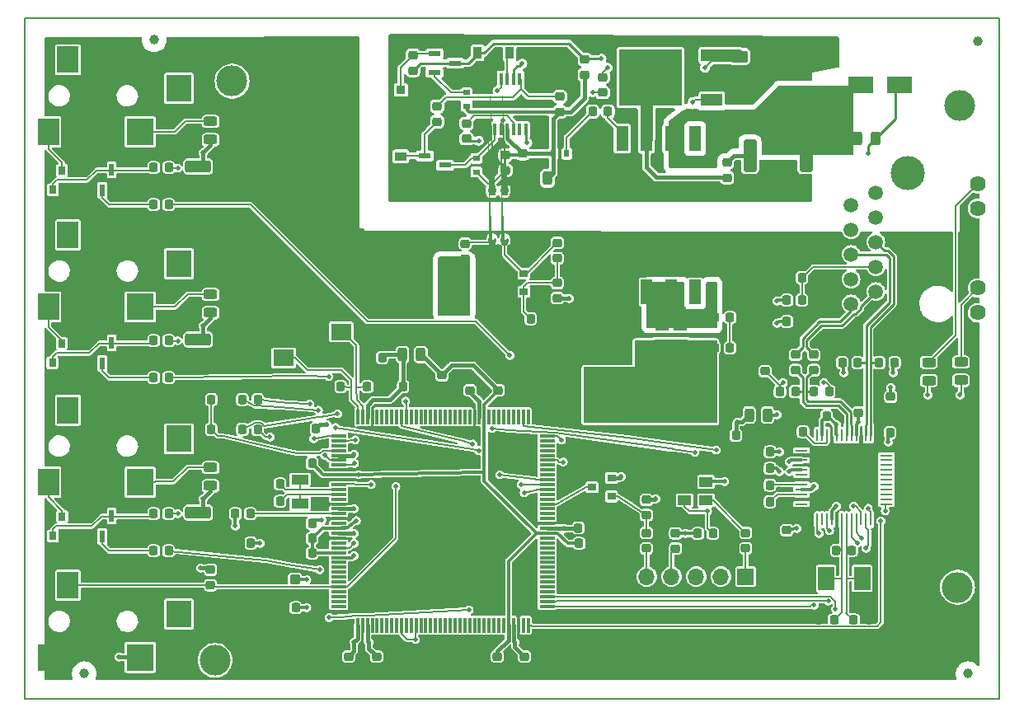
<source format=gbr>
%TF.GenerationSoftware,KiCad,Pcbnew,7.0.10*%
%TF.CreationDate,2025-02-13T15:15:04-06:00*%
%TF.ProjectId,IR2IP,49523249-502e-46b6-9963-61645f706362,rev?*%
%TF.SameCoordinates,PX55fe290PY8062360*%
%TF.FileFunction,Copper,L1,Top*%
%TF.FilePolarity,Positive*%
%FSLAX46Y46*%
G04 Gerber Fmt 4.6, Leading zero omitted, Abs format (unit mm)*
G04 Created by KiCad (PCBNEW 7.0.10) date 2025-02-13 15:15:04*
%MOMM*%
%LPD*%
G01*
G04 APERTURE LIST*
G04 Aperture macros list*
%AMRoundRect*
0 Rectangle with rounded corners*
0 $1 Rounding radius*
0 $2 $3 $4 $5 $6 $7 $8 $9 X,Y pos of 4 corners*
0 Add a 4 corners polygon primitive as box body*
4,1,4,$2,$3,$4,$5,$6,$7,$8,$9,$2,$3,0*
0 Add four circle primitives for the rounded corners*
1,1,$1+$1,$2,$3*
1,1,$1+$1,$4,$5*
1,1,$1+$1,$6,$7*
1,1,$1+$1,$8,$9*
0 Add four rect primitives between the rounded corners*
20,1,$1+$1,$2,$3,$4,$5,0*
20,1,$1+$1,$4,$5,$6,$7,0*
20,1,$1+$1,$6,$7,$8,$9,0*
20,1,$1+$1,$8,$9,$2,$3,0*%
%AMFreePoly0*
4,1,53,0.315063,0.245106,0.330902,0.245106,0.343715,0.235796,0.358779,0.230902,0.368088,0.218088,0.380902,0.208779,0.385796,0.193715,0.395106,0.180902,0.395106,0.165062,0.400000,0.150000,0.400000,-0.150000,0.380902,-0.208779,0.330902,-0.245106,0.300000,-0.245106,0.300000,-0.430000,0.295106,-0.445062,0.295106,-0.460902,0.285796,-0.473715,0.280902,-0.488779,0.268088,-0.498088,
0.258779,-0.510902,0.243715,-0.515796,0.230902,-0.525106,0.215063,-0.525106,0.200000,-0.530000,-0.200000,-0.530000,-0.215063,-0.525106,-0.230902,-0.525106,-0.243715,-0.515796,-0.258779,-0.510902,-0.268088,-0.498088,-0.280902,-0.488779,-0.285796,-0.473715,-0.295106,-0.460902,-0.295106,-0.445062,-0.300000,-0.430000,-0.300000,-0.245106,-0.330902,-0.245106,-0.380902,-0.208779,-0.400000,-0.150000,
-0.400000,0.150000,-0.395106,0.165062,-0.395106,0.180902,-0.385796,0.193715,-0.380902,0.208779,-0.368088,0.218088,-0.358779,0.230902,-0.343715,0.235796,-0.330902,0.245106,-0.315063,0.245106,-0.300000,0.250000,0.300000,0.250000,0.315063,0.245106,0.315063,0.245106,$1*%
G04 Aperture macros list end*
%TA.AperFunction,SMDPad,CuDef*%
%ADD10R,2.500000X1.700000*%
%TD*%
%TA.AperFunction,SMDPad,CuDef*%
%ADD11RoundRect,0.218750X-0.256250X0.218750X-0.256250X-0.218750X0.256250X-0.218750X0.256250X0.218750X0*%
%TD*%
%TA.AperFunction,SMDPad,CuDef*%
%ADD12RoundRect,0.218750X-0.218750X-0.256250X0.218750X-0.256250X0.218750X0.256250X-0.218750X0.256250X0*%
%TD*%
%TA.AperFunction,SMDPad,CuDef*%
%ADD13RoundRect,0.218750X0.218750X0.256250X-0.218750X0.256250X-0.218750X-0.256250X0.218750X-0.256250X0*%
%TD*%
%TA.AperFunction,SMDPad,CuDef*%
%ADD14RoundRect,0.243750X0.243750X0.456250X-0.243750X0.456250X-0.243750X-0.456250X0.243750X-0.456250X0*%
%TD*%
%TA.AperFunction,ComponentPad*%
%ADD15C,1.500000*%
%TD*%
%TA.AperFunction,ComponentPad*%
%ADD16C,1.620000*%
%TD*%
%TA.AperFunction,ComponentPad*%
%ADD17C,3.500000*%
%TD*%
%TA.AperFunction,SMDPad,CuDef*%
%ADD18RoundRect,0.218750X0.256250X-0.218750X0.256250X0.218750X-0.256250X0.218750X-0.256250X-0.218750X0*%
%TD*%
%TA.AperFunction,SMDPad,CuDef*%
%ADD19RoundRect,0.243750X-0.456250X0.243750X-0.456250X-0.243750X0.456250X-0.243750X0.456250X0.243750X0*%
%TD*%
%TA.AperFunction,SMDPad,CuDef*%
%ADD20R,1.700000X2.400000*%
%TD*%
%TA.AperFunction,SMDPad,CuDef*%
%ADD21R,0.250000X1.300000*%
%TD*%
%TA.AperFunction,SMDPad,CuDef*%
%ADD22R,1.300000X0.250000*%
%TD*%
%TA.AperFunction,SMDPad,CuDef*%
%ADD23R,0.900000X1.200000*%
%TD*%
%TA.AperFunction,SMDPad,CuDef*%
%ADD24RoundRect,0.243750X-0.243750X-0.456250X0.243750X-0.456250X0.243750X0.456250X-0.243750X0.456250X0*%
%TD*%
%TA.AperFunction,SMDPad,CuDef*%
%ADD25RoundRect,0.250000X1.450000X-0.312500X1.450000X0.312500X-1.450000X0.312500X-1.450000X-0.312500X0*%
%TD*%
%TA.AperFunction,SMDPad,CuDef*%
%ADD26RoundRect,0.250000X-0.375000X-1.075000X0.375000X-1.075000X0.375000X1.075000X-0.375000X1.075000X0*%
%TD*%
%TA.AperFunction,SMDPad,CuDef*%
%ADD27R,1.200000X0.900000*%
%TD*%
%TA.AperFunction,SMDPad,CuDef*%
%ADD28R,0.700000X0.600000*%
%TD*%
%TA.AperFunction,SMDPad,CuDef*%
%ADD29R,0.600000X0.700000*%
%TD*%
%TA.AperFunction,SMDPad,CuDef*%
%ADD30R,1.300000X0.600000*%
%TD*%
%TA.AperFunction,SMDPad,CuDef*%
%ADD31R,0.400000X1.200000*%
%TD*%
%TA.AperFunction,SMDPad,CuDef*%
%ADD32R,0.950000X0.900000*%
%TD*%
%TA.AperFunction,SMDPad,CuDef*%
%ADD33RoundRect,0.250000X-0.625000X0.375000X-0.625000X-0.375000X0.625000X-0.375000X0.625000X0.375000X0*%
%TD*%
%TA.AperFunction,SMDPad,CuDef*%
%ADD34RoundRect,0.250000X-1.075000X0.375000X-1.075000X-0.375000X1.075000X-0.375000X1.075000X0.375000X0*%
%TD*%
%TA.AperFunction,ComponentPad*%
%ADD35R,1.700000X1.700000*%
%TD*%
%TA.AperFunction,ComponentPad*%
%ADD36O,1.700000X1.700000*%
%TD*%
%TA.AperFunction,SMDPad,CuDef*%
%ADD37R,2.200000X2.800000*%
%TD*%
%TA.AperFunction,SMDPad,CuDef*%
%ADD38R,2.800000X2.800000*%
%TD*%
%TA.AperFunction,SMDPad,CuDef*%
%ADD39R,2.600000X2.800000*%
%TD*%
%TA.AperFunction,SMDPad,CuDef*%
%ADD40R,0.900000X0.800000*%
%TD*%
%TA.AperFunction,SMDPad,CuDef*%
%ADD41R,0.800000X0.900000*%
%TD*%
%TA.AperFunction,SMDPad,CuDef*%
%ADD42RoundRect,0.243750X0.456250X-0.243750X0.456250X0.243750X-0.456250X0.243750X-0.456250X-0.243750X0*%
%TD*%
%TA.AperFunction,SMDPad,CuDef*%
%ADD43R,0.300000X1.550000*%
%TD*%
%TA.AperFunction,SMDPad,CuDef*%
%ADD44R,1.550000X0.300000*%
%TD*%
%TA.AperFunction,SMDPad,CuDef*%
%ADD45R,2.100000X1.700000*%
%TD*%
%TA.AperFunction,SMDPad,CuDef*%
%ADD46R,1.800000X1.000000*%
%TD*%
%TA.AperFunction,SMDPad,CuDef*%
%ADD47R,3.137000X1.387000*%
%TD*%
%TA.AperFunction,SMDPad,CuDef*%
%ADD48FreePoly0,180.000000*%
%TD*%
%TA.AperFunction,SMDPad,CuDef*%
%ADD49FreePoly0,0.000000*%
%TD*%
%TA.AperFunction,SMDPad,CuDef*%
%ADD50RoundRect,0.250000X0.425000X1.425000X-0.425000X1.425000X-0.425000X-1.425000X0.425000X-1.425000X0*%
%TD*%
%TA.AperFunction,SMDPad,CuDef*%
%ADD51R,1.220000X2.540000*%
%TD*%
%TA.AperFunction,SMDPad,CuDef*%
%ADD52R,3.360000X4.860000*%
%TD*%
%TA.AperFunction,SMDPad,CuDef*%
%ADD53R,1.390000X1.400000*%
%TD*%
%TA.AperFunction,SMDPad,CuDef*%
%ADD54R,1.400000X1.200000*%
%TD*%
%TA.AperFunction,SMDPad,CuDef*%
%ADD55R,1.400000X1.000000*%
%TD*%
%TA.AperFunction,SMDPad,CuDef*%
%ADD56RoundRect,0.250000X1.025000X-0.787500X1.025000X0.787500X-1.025000X0.787500X-1.025000X-0.787500X0*%
%TD*%
%TA.AperFunction,SMDPad,CuDef*%
%ADD57RoundRect,0.250000X0.287500X0.275000X-0.287500X0.275000X-0.287500X-0.275000X0.287500X-0.275000X0*%
%TD*%
%TA.AperFunction,SMDPad,CuDef*%
%ADD58R,2.200000X1.200000*%
%TD*%
%TA.AperFunction,SMDPad,CuDef*%
%ADD59R,6.400000X5.800000*%
%TD*%
%TA.AperFunction,SMDPad,CuDef*%
%ADD60C,1.000000*%
%TD*%
%TA.AperFunction,SMDPad,CuDef*%
%ADD61R,0.600000X1.300000*%
%TD*%
%TA.AperFunction,ComponentPad*%
%ADD62C,3.000000*%
%TD*%
%TA.AperFunction,WasherPad*%
%ADD63C,3.175000*%
%TD*%
%TA.AperFunction,ViaPad*%
%ADD64C,0.508000*%
%TD*%
%TA.AperFunction,Conductor*%
%ADD65C,0.254000*%
%TD*%
%TA.AperFunction,Conductor*%
%ADD66C,0.127000*%
%TD*%
%TA.AperFunction,Conductor*%
%ADD67C,0.381000*%
%TD*%
%TA.AperFunction,Conductor*%
%ADD68C,1.270000*%
%TD*%
%TA.AperFunction,Conductor*%
%ADD69C,0.304800*%
%TD*%
%TA.AperFunction,Conductor*%
%ADD70C,0.299800*%
%TD*%
%TA.AperFunction,Profile*%
%ADD71C,0.150000*%
%TD*%
G04 APERTURE END LIST*
D10*
%TO.P,D1,A,A*%
%TO.N,VPORTN*%
X89830000Y63100000D03*
%TO.P,D1,K,K*%
%TO.N,VPORTP*%
X85830000Y63100000D03*
%TD*%
D11*
%TO.P,R7,1*%
%TO.N,/PoE_3.3V/PVCC*%
X49330000Y55907500D03*
%TO.P,R7,2*%
%TO.N,Net-(D5-K)*%
X49330000Y54332500D03*
%TD*%
D12*
%TO.P,C13,1*%
%TO.N,/Ethernet/XO*%
X85064500Y8128000D03*
%TO.P,C13,2*%
%TO.N,GND*%
X86639500Y8128000D03*
%TD*%
D11*
%TO.P,C15,1*%
%TO.N,+3V3*%
X78200000Y17375500D03*
%TO.P,C15,2*%
%TO.N,GND*%
X78200000Y15800500D03*
%TD*%
D13*
%TO.P,C16,1*%
%TO.N,+3V3*%
X72987500Y27100000D03*
%TO.P,C16,2*%
%TO.N,GND*%
X71412500Y27100000D03*
%TD*%
%TO.P,C18,1*%
%TO.N,Net-(U4-1V2O)*%
X76487500Y20300000D03*
%TO.P,C18,2*%
%TO.N,GND*%
X74912500Y20300000D03*
%TD*%
%TO.P,C20,1*%
%TO.N,+3.3VA*%
X76487500Y23700000D03*
%TO.P,C20,2*%
%TO.N,GND*%
X74912500Y23700000D03*
%TD*%
%TO.P,C21,1*%
%TO.N,+3.3VA*%
X76487500Y25400000D03*
%TO.P,C21,2*%
%TO.N,GND*%
X74912500Y25400000D03*
%TD*%
D14*
%TO.P,FB1,1*%
%TO.N,+3.3VA*%
X76237500Y29200000D03*
%TO.P,FB1,2*%
%TO.N,+3V3*%
X74362500Y29200000D03*
%TD*%
D15*
%TO.P,J1,1,RD+*%
%TO.N,/Ethernet/RDP*%
X84830000Y40615000D03*
%TO.P,J1,2,RD-*%
%TO.N,/Ethernet/RDN*%
X87370000Y41885000D03*
%TO.P,J1,3,RCT*%
%TO.N,Net-(J1-RCT)*%
X84830000Y43155000D03*
%TO.P,J1,4,TCT*%
%TO.N,Net-(J1-TCT)*%
X87370000Y44425000D03*
%TO.P,J1,5,TD+*%
%TO.N,/Ethernet/TXP*%
X84830000Y45695000D03*
%TO.P,J1,6,TD-*%
%TO.N,/Ethernet/TXN*%
X87370000Y46965000D03*
%TO.P,J1,7*%
%TO.N,N/C*%
X84830000Y48235000D03*
%TO.P,J1,8*%
X87370000Y49505000D03*
%TO.P,J1,9,VC1+*%
%TO.N,VPORTP*%
X84830000Y50775000D03*
%TO.P,J1,10,VC1-*%
%TO.N,VPORTN*%
X87370000Y52045000D03*
D16*
%TO.P,J1,11,YA*%
%TO.N,+3V3*%
X97800000Y39700000D03*
%TO.P,J1,12,YK*%
%TO.N,Net-(J1-YK)*%
X97800000Y42240000D03*
%TO.P,J1,13,GA*%
%TO.N,+3V3*%
X97800000Y50420000D03*
%TO.P,J1,14,GK*%
%TO.N,Net-(J1-GK)*%
X97800000Y52960000D03*
D17*
%TO.P,J1,SH1,SHLD*%
%TO.N,GND*%
X90670000Y54075000D03*
%TO.P,J1,SH2,SHLD*%
X90670000Y38585000D03*
%TD*%
D13*
%TO.P,R15,1*%
%TO.N,/Ethernet/XO*%
X84887500Y15300000D03*
%TO.P,R15,2*%
%TO.N,/Ethernet/XI*%
X83312500Y15300000D03*
%TD*%
D12*
%TO.P,C17,1*%
%TO.N,+3.3VA*%
X88824500Y27400000D03*
%TO.P,C17,2*%
%TO.N,GND*%
X90399500Y27400000D03*
%TD*%
D13*
%TO.P,C12,1*%
%TO.N,/Ethernet/XI*%
X83083500Y8128000D03*
%TO.P,C12,2*%
%TO.N,GND*%
X81508500Y8128000D03*
%TD*%
D18*
%TO.P,C26,1*%
%TO.N,+3.3VA*%
X85598000Y29438500D03*
%TO.P,C26,2*%
%TO.N,GND*%
X85598000Y31013500D03*
%TD*%
D11*
%TO.P,C27,1*%
%TO.N,+3.3VA*%
X88900000Y31087500D03*
%TO.P,C27,2*%
%TO.N,GND*%
X88900000Y29512500D03*
%TD*%
D12*
%TO.P,C28,1*%
%TO.N,GND*%
X78212500Y43300000D03*
%TO.P,C28,2*%
%TO.N,Net-(J1-TCT)*%
X79787500Y43300000D03*
%TD*%
D19*
%TO.P,R21,1*%
%TO.N,Net-(J1-YK)*%
X96100000Y34637500D03*
%TO.P,R21,2*%
%TO.N,/Ethernet/LINKLED*%
X96100000Y32762500D03*
%TD*%
%TO.P,R22,1*%
%TO.N,Net-(J1-GK)*%
X92800000Y34599500D03*
%TO.P,R22,2*%
%TO.N,/Ethernet/ACTLED*%
X92800000Y32724500D03*
%TD*%
D20*
%TO.P,Y1,1,1*%
%TO.N,/Ethernet/XI*%
X82250000Y12400000D03*
%TO.P,Y1,2,2*%
%TO.N,/Ethernet/XO*%
X85950000Y12400000D03*
%TD*%
D13*
%TO.P,C25,1*%
%TO.N,+3.3VA*%
X82321500Y29100000D03*
%TO.P,C25,2*%
%TO.N,GND*%
X80746500Y29100000D03*
%TD*%
%TO.P,R23,1*%
%TO.N,Net-(J1-TCT)*%
X79787500Y41000000D03*
%TO.P,R23,2*%
%TO.N,+3.3VA*%
X78212500Y41000000D03*
%TD*%
D18*
%TO.P,C19,1*%
%TO.N,Net-(J1-RCT)*%
X76000000Y33712500D03*
%TO.P,C19,2*%
%TO.N,GND*%
X76000000Y35287500D03*
%TD*%
D21*
%TO.P,U4,1,TXN*%
%TO.N,/Ethernet/TXN*%
X86850000Y27150000D03*
%TO.P,U4,2,TXP*%
%TO.N,/Ethernet/TXP*%
X86350000Y27150000D03*
%TO.P,U4,3,AGND*%
%TO.N,GND*%
X85850000Y27150000D03*
%TO.P,U4,4,AVDD*%
%TO.N,+3.3VA*%
X85350000Y27150000D03*
%TO.P,U4,5,RXN*%
%TO.N,/Ethernet/RXN*%
X84850000Y27150000D03*
%TO.P,U4,6,RXP*%
%TO.N,/Ethernet/RXP*%
X84350000Y27150000D03*
%TO.P,U4,7,DNC*%
%TO.N,unconnected-(U4-DNC-Pad7)*%
X83850000Y27150000D03*
%TO.P,U4,8,AVDD*%
%TO.N,+3.3VA*%
X83350000Y27150000D03*
%TO.P,U4,9,AGND*%
%TO.N,GND*%
X82850000Y27150000D03*
%TO.P,U4,10,EXRES1*%
%TO.N,Net-(U4-EXRES1)*%
X82350000Y27150000D03*
%TO.P,U4,11,AVDD*%
%TO.N,+3.3VA*%
X81850000Y27150000D03*
%TO.P,U4,12,NC*%
%TO.N,unconnected-(U4-NC-Pad12)*%
X81350000Y27150000D03*
D22*
%TO.P,U4,13,NC*%
%TO.N,unconnected-(U4-NC-Pad13)*%
X79750000Y25550000D03*
%TO.P,U4,14,AGND*%
%TO.N,GND*%
X79750000Y25050000D03*
%TO.P,U4,15,AVDD*%
%TO.N,+3.3VA*%
X79750000Y24550000D03*
%TO.P,U4,16,AGND*%
%TO.N,GND*%
X79750000Y24050000D03*
%TO.P,U4,17,AVDD*%
%TO.N,+3.3VA*%
X79750000Y23550000D03*
%TO.P,U4,18,VBG*%
%TO.N,unconnected-(U4-VBG-Pad18)*%
X79750000Y23050000D03*
%TO.P,U4,19,AGND*%
%TO.N,GND*%
X79750000Y22550000D03*
%TO.P,U4,20,TOCAP*%
%TO.N,Net-(U4-TOCAP)*%
X79750000Y22050000D03*
%TO.P,U4,21,AVDD*%
%TO.N,+3.3VA*%
X79750000Y21550000D03*
%TO.P,U4,22,1V2O*%
%TO.N,Net-(U4-1V2O)*%
X79750000Y21050000D03*
%TO.P,U4,23,RSVD*%
%TO.N,GND*%
X79750000Y20550000D03*
%TO.P,U4,24,SPDLED*%
%TO.N,unconnected-(U4-SPDLED-Pad24)*%
X79750000Y20050000D03*
D21*
%TO.P,U4,25,LINKLED*%
%TO.N,/Ethernet/LINKLED*%
X81350000Y18450000D03*
%TO.P,U4,26,DUPLED*%
%TO.N,unconnected-(U4-DUPLED-Pad26)*%
X81850000Y18450000D03*
%TO.P,U4,27,ACTLED*%
%TO.N,/Ethernet/ACTLED*%
X82350000Y18450000D03*
%TO.P,U4,28,VDD*%
%TO.N,+3V3*%
X82850000Y18450000D03*
%TO.P,U4,29,GND*%
%TO.N,GND*%
X83350000Y18450000D03*
%TO.P,U4,30,XI/CLKIN*%
%TO.N,/Ethernet/XI*%
X83850000Y18450000D03*
%TO.P,U4,31,XO*%
%TO.N,/Ethernet/XO*%
X84350000Y18450000D03*
%TO.P,U4,32,~{SCS}*%
%TO.N,ECSn*%
X84850000Y18450000D03*
%TO.P,U4,33,SCLK*%
%TO.N,SCLK*%
X85350000Y18450000D03*
%TO.P,U4,34,MISO*%
%TO.N,MISO*%
X85850000Y18450000D03*
%TO.P,U4,35,MOSI*%
%TO.N,MOSI*%
X86350000Y18450000D03*
%TO.P,U4,36,~{INT}*%
%TO.N,~{EINT}*%
X86850000Y18450000D03*
D22*
%TO.P,U4,37,~{RESET}*%
%TO.N,~{MASTER_RESET}*%
X88450000Y20050000D03*
%TO.P,U4,38,RSVD*%
%TO.N,unconnected-(U4-RSVD-Pad38)*%
X88450000Y20550000D03*
%TO.P,U4,39,RSVD*%
%TO.N,unconnected-(U4-RSVD-Pad39)*%
X88450000Y21050000D03*
%TO.P,U4,40,RSVD*%
%TO.N,unconnected-(U4-RSVD-Pad40)*%
X88450000Y21550000D03*
%TO.P,U4,41,RSVD*%
%TO.N,unconnected-(U4-RSVD-Pad41)*%
X88450000Y22050000D03*
%TO.P,U4,42,RSVD*%
%TO.N,unconnected-(U4-RSVD-Pad42)*%
X88450000Y22550000D03*
%TO.P,U4,43,PMODE2*%
%TO.N,unconnected-(U4-PMODE2-Pad43)*%
X88450000Y23050000D03*
%TO.P,U4,44,PMODE1*%
%TO.N,unconnected-(U4-PMODE1-Pad44)*%
X88450000Y23550000D03*
%TO.P,U4,45,PMODE0*%
%TO.N,unconnected-(U4-PMODE0-Pad45)*%
X88450000Y24050000D03*
%TO.P,U4,46,NC*%
%TO.N,unconnected-(U4-NC-Pad46)*%
X88450000Y24550000D03*
%TO.P,U4,47,NC*%
%TO.N,unconnected-(U4-NC-Pad47)*%
X88450000Y25050000D03*
%TO.P,U4,48,AGND*%
%TO.N,GND*%
X88450000Y25550000D03*
%TD*%
D13*
%TO.P,R18,1*%
%TO.N,+3.3VA*%
X89287500Y34600000D03*
%TO.P,R18,2*%
%TO.N,/Ethernet/TXN*%
X87712500Y34600000D03*
%TD*%
%TO.P,R19,1*%
%TO.N,/Ethernet/RXP*%
X79087500Y31600000D03*
%TO.P,R19,2*%
%TO.N,Net-(J1-RCT)*%
X77512500Y31600000D03*
%TD*%
D11*
%TO.P,C24,1*%
%TO.N,/Ethernet/RDN*%
X81000000Y35387500D03*
%TO.P,C24,2*%
%TO.N,/Ethernet/RXN*%
X81000000Y33812500D03*
%TD*%
D12*
%TO.P,R20,1*%
%TO.N,+3.3VA*%
X83912500Y34600000D03*
%TO.P,R20,2*%
%TO.N,/Ethernet/TXP*%
X85487500Y34600000D03*
%TD*%
%TO.P,R17,1*%
%TO.N,/Ethernet/RXN*%
X81012500Y31600000D03*
%TO.P,R17,2*%
%TO.N,Net-(J1-RCT)*%
X82587500Y31600000D03*
%TD*%
D11*
%TO.P,C23,1*%
%TO.N,/Ethernet/RDP*%
X79100000Y35387500D03*
%TO.P,C23,2*%
%TO.N,/Ethernet/RXP*%
X79100000Y33812500D03*
%TD*%
D13*
%TO.P,C14,1*%
%TO.N,Net-(U4-TOCAP)*%
X76487500Y22000000D03*
%TO.P,C14,2*%
%TO.N,GND*%
X74912500Y22000000D03*
%TD*%
%TO.P,R16,1*%
%TO.N,Net-(U4-EXRES1)*%
X79887500Y27500000D03*
%TO.P,R16,2*%
%TO.N,GND*%
X78312500Y27500000D03*
%TD*%
D12*
%TO.P,C22,1*%
%TO.N,+3.3VA*%
X78212500Y38800000D03*
%TO.P,C22,2*%
%TO.N,GND*%
X79787500Y38800000D03*
%TD*%
D23*
%TO.P,D2,1,K*%
%TO.N,Net-(D2-K)*%
X49750000Y66400000D03*
%TO.P,D2,2,A*%
%TO.N,VPORTP*%
X46450000Y66400000D03*
%TD*%
D24*
%TO.P,C1,1*%
%TO.N,VPORTP*%
X85462500Y57600000D03*
%TO.P,C1,2*%
%TO.N,VPORTN*%
X87337500Y57600000D03*
%TD*%
D25*
%TO.P,C2,1*%
%TO.N,VPORTP*%
X81830000Y62232500D03*
%TO.P,C2,2*%
%TO.N,GNDPWR*%
X81830000Y66507500D03*
%TD*%
D11*
%TO.P,C4,1*%
%TO.N,/PoE_3.3V/PVCC*%
X51110000Y56050000D03*
%TO.P,C4,2*%
%TO.N,GNDPWR*%
X51110000Y54475000D03*
%TD*%
D24*
%TO.P,C5,1*%
%TO.N,/PoE_3.3V/PVCC*%
X53650500Y53510000D03*
%TO.P,C5,2*%
%TO.N,GNDPWR*%
X55525500Y53510000D03*
%TD*%
D11*
%TO.P,C6,1*%
%TO.N,Net-(C6-Pad1)*%
X72080000Y55157500D03*
%TO.P,C6,2*%
%TO.N,Net-(Q3-D)*%
X72080000Y53582500D03*
%TD*%
%TO.P,C8,1*%
%TO.N,Net-(U2-K)*%
X54650000Y46885000D03*
%TO.P,C8,2*%
%TO.N,Net-(U3-REF)*%
X54650000Y45310000D03*
%TD*%
D13*
%TO.P,C9,1*%
%TO.N,Net-(C9-Pad1)*%
X72367500Y36120000D03*
%TO.P,C9,2*%
%TO.N,+3V3*%
X70792500Y36120000D03*
%TD*%
D26*
%TO.P,C10,1*%
%TO.N,+3V3*%
X44300000Y42000000D03*
%TO.P,C10,2*%
%TO.N,GND*%
X47100000Y42000000D03*
%TD*%
D27*
%TO.P,D3,1,K*%
%TO.N,Net-(D3-K)*%
X38580000Y55770000D03*
%TO.P,D3,2,A*%
%TO.N,GNDPWR*%
X38580000Y52470000D03*
%TD*%
D28*
%TO.P,D4,1,K*%
%TO.N,/PoE_3.3V/PVCC*%
X45330000Y60920000D03*
%TO.P,D4,2,A*%
%TO.N,Net-(D4-A)*%
X45330000Y62320000D03*
%TD*%
%TO.P,D5,1,K*%
%TO.N,Net-(D5-K)*%
X46330000Y54170000D03*
%TO.P,D5,2,A*%
%TO.N,Net-(D5-A)*%
X46330000Y55570000D03*
%TD*%
D29*
%TO.P,D6,1,K*%
%TO.N,/PoE_3.3V/PVCC*%
X54220000Y56050000D03*
%TO.P,D6,2,A*%
%TO.N,Net-(D6-A)*%
X55620000Y56050000D03*
%TD*%
D30*
%TO.P,Q1,1,B*%
%TO.N,Net-(Q1-B)*%
X42040000Y66300000D03*
%TO.P,Q1,2,E*%
%TO.N,Net-(D4-A)*%
X42040000Y64400000D03*
%TO.P,Q1,3,C*%
%TO.N,VPORTP*%
X44140000Y65350000D03*
%TD*%
D11*
%TO.P,R1,1*%
%TO.N,Net-(U1-RCLASS)*%
X45330000Y59157500D03*
%TO.P,R1,2*%
%TO.N,VPORTN*%
X45330000Y57582500D03*
%TD*%
D18*
%TO.P,R2,1*%
%TO.N,VPORTP*%
X39830000Y64582500D03*
%TO.P,R2,2*%
%TO.N,Net-(Q1-B)*%
X39830000Y66157500D03*
%TD*%
%TO.P,R3,1*%
%TO.N,/PoE_3.3V/PVCC*%
X54920000Y60342500D03*
%TO.P,R3,2*%
%TO.N,Net-(U1-~{PWRGD})*%
X54920000Y61917500D03*
%TD*%
D11*
%TO.P,R4,1*%
%TO.N,Net-(U1-~{PWRGD})*%
X42330000Y60907500D03*
%TO.P,R4,2*%
%TO.N,Net-(D3-K)*%
X42330000Y59332500D03*
%TD*%
D18*
%TO.P,R5,1*%
%TO.N,Net-(U1-SENSE)*%
X59330000Y62332500D03*
%TO.P,R5,2*%
%TO.N,Net-(Q3-S)*%
X59330000Y63907500D03*
%TD*%
D11*
%TO.P,R6,1*%
%TO.N,VPORTP*%
X57460000Y65727500D03*
%TO.P,R6,2*%
%TO.N,/PoE_3.3V/PVCC*%
X57460000Y64152500D03*
%TD*%
D18*
%TO.P,R13,1*%
%TO.N,+3V3*%
X54650000Y41195000D03*
%TO.P,R13,2*%
%TO.N,Net-(U3-REF)*%
X54650000Y42770000D03*
%TD*%
D12*
%TO.P,R14,1*%
%TO.N,Net-(U3-REF)*%
X51912500Y39100000D03*
%TO.P,R14,2*%
%TO.N,GND*%
X53487500Y39100000D03*
%TD*%
D31*
%TO.P,U1,1,PGND*%
%TO.N,GNDPWR*%
X47617500Y58530000D03*
%TO.P,U1,2,ITH/RUN*%
%TO.N,Net-(D5-A)*%
X48252500Y58530000D03*
%TO.P,U1,3,NGATE*%
%TO.N,Net-(Q3-G)*%
X48887500Y58530000D03*
%TO.P,U1,4,PVCC*%
%TO.N,/PoE_3.3V/PVCC*%
X49522500Y58530000D03*
%TO.P,U1,5,RCLASS*%
%TO.N,Net-(U1-RCLASS)*%
X50157500Y58530000D03*
%TO.P,U1,6,NC*%
%TO.N,unconnected-(U1-NC-Pad6)*%
X50792500Y58530000D03*
%TO.P,U1,7,VPORTN*%
%TO.N,VPORTN*%
X51427500Y58530000D03*
%TO.P,U1,8,PGND*%
%TO.N,GNDPWR*%
X52062500Y58530000D03*
%TO.P,U1,9,PGND*%
X52062500Y63730000D03*
%TO.P,U1,10,POUT*%
X51427500Y63730000D03*
%TO.P,U1,11,~{PWRGD}*%
%TO.N,Net-(U1-~{PWRGD})*%
X50792500Y63730000D03*
%TO.P,U1,12,SIGDISA*%
%TO.N,VPORTN*%
X50157500Y63730000D03*
%TO.P,U1,13,VPORTP*%
%TO.N,Net-(D2-K)*%
X49522500Y63730000D03*
%TO.P,U1,14,SENSE*%
%TO.N,Net-(U1-SENSE)*%
X48887500Y63730000D03*
%TO.P,U1,15,VFB*%
%TO.N,GNDPWR*%
X48252500Y63730000D03*
%TO.P,U1,16,PGND*%
X47617500Y63730000D03*
%TD*%
D32*
%TO.P,Z1,A*%
%TO.N,GNDPWR*%
X38580000Y57645000D03*
%TO.P,Z1,K*%
%TO.N,Net-(Q1-B)*%
X38580000Y62595000D03*
%TD*%
D30*
%TO.P,Q2,1,G*%
%TO.N,Net-(D3-K)*%
X41030000Y55820000D03*
%TO.P,Q2,2,S*%
%TO.N,GNDPWR*%
X41030000Y53920000D03*
%TO.P,Q2,3,D*%
%TO.N,Net-(D5-A)*%
X43130000Y54870000D03*
%TD*%
D33*
%TO.P,R9,1*%
%TO.N,Net-(Q3-S)*%
X73330000Y66020000D03*
%TO.P,R9,2*%
%TO.N,GNDPWR*%
X73330000Y63220000D03*
%TD*%
D12*
%TO.P,C29,1*%
%TO.N,+3V3*%
X69062500Y17018000D03*
%TO.P,C29,2*%
%TO.N,~{MASTER_RESET}*%
X70637500Y17018000D03*
%TD*%
D18*
%TO.P,C32,1*%
%TO.N,/SAM3X8E Power/VDDCORE*%
X48600000Y31712500D03*
%TO.P,C32,2*%
%TO.N,GND*%
X48600000Y33287500D03*
%TD*%
D13*
%TO.P,C34,1*%
%TO.N,/SAM3X8E Power/VDDCORE*%
X29467500Y24220000D03*
%TO.P,C34,2*%
%TO.N,GND*%
X27892500Y24220000D03*
%TD*%
D12*
%TO.P,C37,1*%
%TO.N,/SAM3X8E Power/VDDPLL*%
X38812500Y32100000D03*
%TO.P,C37,2*%
%TO.N,GND*%
X40387500Y32100000D03*
%TD*%
%TO.P,C39,1*%
%TO.N,/SAM3X8E Power/VDDCORE*%
X56870500Y16002000D03*
%TO.P,C39,2*%
%TO.N,GND*%
X58445500Y16002000D03*
%TD*%
D13*
%TO.P,C40,1*%
%TO.N,/SAM3X8E Power/VDDPLL*%
X36687500Y35100000D03*
%TO.P,C40,2*%
%TO.N,GND*%
X35112500Y35100000D03*
%TD*%
D11*
%TO.P,C43,1*%
%TO.N,/SAM3X8E Power/VDDCORE*%
X48500000Y4387500D03*
%TO.P,C43,2*%
%TO.N,GND*%
X48500000Y2812500D03*
%TD*%
%TO.P,C44,1*%
%TO.N,/SAM3X8E Power/VDDCORE*%
X42800000Y33287500D03*
%TO.P,C44,2*%
%TO.N,GND*%
X42800000Y31712500D03*
%TD*%
D13*
%TO.P,C46,1*%
%TO.N,/SAM3X8E Power/VDDCORE*%
X29489500Y16510000D03*
%TO.P,C46,2*%
%TO.N,GND*%
X27914500Y16510000D03*
%TD*%
D11*
%TO.P,C47,1*%
%TO.N,+3V3*%
X51300000Y4387500D03*
%TO.P,C47,2*%
%TO.N,GND*%
X51300000Y2812500D03*
%TD*%
D12*
%TO.P,C48,1*%
%TO.N,+3V3*%
X56812500Y17600000D03*
%TO.P,C48,2*%
%TO.N,GND*%
X58387500Y17600000D03*
%TD*%
D13*
%TO.P,C49,1*%
%TO.N,+3V3*%
X23167500Y16020000D03*
%TO.P,C49,2*%
%TO.N,GND*%
X21592500Y16020000D03*
%TD*%
D12*
%TO.P,C50,1*%
%TO.N,Net-(U5B-XOUT)*%
X35112500Y32100000D03*
%TO.P,C50,2*%
%TO.N,GND*%
X36687500Y32100000D03*
%TD*%
D13*
%TO.P,C52,1*%
%TO.N,Net-(U5B-XOUT32)*%
X26187500Y20320000D03*
%TO.P,C52,2*%
%TO.N,GND*%
X24612500Y20320000D03*
%TD*%
%TO.P,C53,1*%
%TO.N,Net-(U5B-XIN32)*%
X26187500Y22098000D03*
%TO.P,C53,2*%
%TO.N,GND*%
X24612500Y22098000D03*
%TD*%
D34*
%TO.P,C54,1*%
%TO.N,+3V3*%
X17780000Y54740000D03*
%TO.P,C54,2*%
%TO.N,GND*%
X17780000Y51940000D03*
%TD*%
%TO.P,C55,1*%
%TO.N,+3V3*%
X17780000Y36960000D03*
%TO.P,C55,2*%
%TO.N,GND*%
X17780000Y34160000D03*
%TD*%
%TO.P,C56,1*%
%TO.N,+3V3*%
X17780000Y19180000D03*
%TO.P,C56,2*%
%TO.N,GND*%
X17780000Y16380000D03*
%TD*%
D14*
%TO.P,FB2,1*%
%TO.N,/SAM3X8E Power/VDDCORE*%
X40637500Y35400000D03*
%TO.P,FB2,2*%
%TO.N,/SAM3X8E Power/VDDPLL*%
X38762500Y35400000D03*
%TD*%
D35*
%TO.P,J2,1,Pin_1*%
%TO.N,Net-(J2-Pin_1)*%
X74000000Y12600000D03*
D36*
%TO.P,J2,2,Pin_2*%
%TO.N,TXOUT*%
X71460000Y12600000D03*
%TO.P,J2,3,Pin_3*%
%TO.N,RXIN*%
X68920000Y12600000D03*
%TO.P,J2,4,Pin_4*%
%TO.N,Net-(J2-Pin_4)*%
X66380000Y12600000D03*
%TO.P,J2,5,Pin_5*%
%TO.N,/PROGRAMMING/~{ERASE_CMD}*%
X63840000Y12600000D03*
%TO.P,J2,6,Pin_6*%
%TO.N,GND*%
X61300000Y12600000D03*
%TD*%
D37*
%TO.P,J3,1,S*%
%TO.N,Net-(J3-S)*%
X2400000Y58300000D03*
D38*
%TO.P,J3,2,T*%
%TO.N,Net-(J3-T)*%
X11800000Y58300000D03*
D37*
%TO.P,J3,3,R*%
%TO.N,unconnected-(J3-R-Pad3)*%
X4400000Y65700000D03*
D39*
%TO.P,J3,4,TS*%
%TO.N,unconnected-(J3-TS-Pad4)*%
X15800000Y62750000D03*
%TD*%
D37*
%TO.P,J4,1,S*%
%TO.N,Net-(J4-S)*%
X2400000Y40300000D03*
D38*
%TO.P,J4,2,T*%
%TO.N,Net-(J4-T)*%
X11800000Y40300000D03*
D37*
%TO.P,J4,3,R*%
%TO.N,unconnected-(J4-R-Pad3)*%
X4400000Y47700000D03*
D39*
%TO.P,J4,4,TS*%
%TO.N,unconnected-(J4-TS-Pad4)*%
X15800000Y44750000D03*
%TD*%
D37*
%TO.P,J5,1,S*%
%TO.N,Net-(J5-S)*%
X2400000Y22300000D03*
D38*
%TO.P,J5,2,T*%
%TO.N,Net-(J5-T)*%
X11800000Y22300000D03*
D37*
%TO.P,J5,3,R*%
%TO.N,unconnected-(J5-R-Pad3)*%
X4400000Y29700000D03*
D39*
%TO.P,J5,4,TS*%
%TO.N,unconnected-(J5-TS-Pad4)*%
X15800000Y26750000D03*
%TD*%
D37*
%TO.P,J6,1,S*%
%TO.N,GND*%
X2400000Y4300000D03*
D38*
%TO.P,J6,2,T*%
%TO.N,+3V3*%
X11800000Y4300000D03*
D37*
%TO.P,J6,3,R*%
%TO.N,IRREC*%
X4400000Y11700000D03*
D39*
%TO.P,J6,4,TS*%
%TO.N,unconnected-(J6-TS-Pad4)*%
X15800000Y8750000D03*
%TD*%
D40*
%TO.P,Q4,1,B*%
%TO.N,Net-(Q4-B)*%
X60220000Y20824000D03*
%TO.P,Q4,2,E*%
%TO.N,+3V3*%
X60220000Y22724000D03*
%TO.P,Q4,3,C*%
%TO.N,ERASE*%
X58220000Y21774000D03*
%TD*%
D41*
%TO.P,Q8,1,B*%
%TO.N,Net-(Q5-C)*%
X2850000Y52340000D03*
%TO.P,Q8,2,E*%
%TO.N,GND*%
X4750000Y52340000D03*
%TO.P,Q8,3,C*%
%TO.N,Net-(J3-S)*%
X3800000Y54340000D03*
%TD*%
%TO.P,Q9,1,B*%
%TO.N,Net-(Q6-C)*%
X2800000Y34560000D03*
%TO.P,Q9,2,E*%
%TO.N,GND*%
X4700000Y34560000D03*
%TO.P,Q9,3,C*%
%TO.N,Net-(J4-S)*%
X3750000Y36560000D03*
%TD*%
%TO.P,Q10,1,B*%
%TO.N,Net-(Q10-B)*%
X2860000Y16780000D03*
%TO.P,Q10,2,E*%
%TO.N,GND*%
X4760000Y16780000D03*
%TO.P,Q10,3,C*%
%TO.N,Net-(J5-S)*%
X3810000Y18780000D03*
%TD*%
D12*
%TO.P,R24,1*%
%TO.N,+3V3*%
X21564500Y19050000D03*
%TO.P,R24,2*%
%TO.N,Net-(U5A-FWUP)*%
X23139500Y19050000D03*
%TD*%
D13*
%TO.P,R26,1*%
%TO.N,Net-(U5B-DHSDP)*%
X23887500Y30800000D03*
%TO.P,R26,2*%
%TO.N,Net-(U5B-DFSDP)*%
X22312500Y30800000D03*
%TD*%
%TO.P,R27,1*%
%TO.N,Net-(U5B-DFSDM)*%
X23887500Y27700000D03*
%TO.P,R27,2*%
%TO.N,Net-(U5B-DHSDM)*%
X22312500Y27700000D03*
%TD*%
D18*
%TO.P,R28,1*%
%TO.N,Net-(J2-Pin_4)*%
X66802000Y15468500D03*
%TO.P,R28,2*%
%TO.N,+3V3*%
X66802000Y17043500D03*
%TD*%
D11*
%TO.P,R29,1*%
%TO.N,Net-(U6-~{MR})*%
X74000000Y17087500D03*
%TO.P,R29,2*%
%TO.N,Net-(J2-Pin_1)*%
X74000000Y15512500D03*
%TD*%
%TO.P,R30,1*%
%TO.N,Net-(Q4-B)*%
X63800000Y17075500D03*
%TO.P,R30,2*%
%TO.N,/PROGRAMMING/~{ERASE_CMD}*%
X63800000Y15500500D03*
%TD*%
D18*
%TO.P,R31,1*%
%TO.N,Net-(Q4-B)*%
X63800000Y18912500D03*
%TO.P,R31,2*%
%TO.N,+3V3*%
X63800000Y20487500D03*
%TD*%
D13*
%TO.P,R32,1*%
%TO.N,~{IRTXEN1}*%
X14757500Y50800000D03*
%TO.P,R32,2*%
%TO.N,Net-(Q5-B)*%
X13182500Y50800000D03*
%TD*%
%TO.P,R33,1*%
%TO.N,~{IRTXEN2}*%
X14757500Y33020000D03*
%TO.P,R33,2*%
%TO.N,Net-(Q6-B)*%
X13182500Y33020000D03*
%TD*%
%TO.P,R34,1*%
%TO.N,~{IRTXEN3}*%
X14757500Y15240000D03*
%TO.P,R34,2*%
%TO.N,Net-(Q7-B)*%
X13182500Y15240000D03*
%TD*%
%TO.P,R35,1*%
%TO.N,IRTX*%
X14757500Y54610000D03*
%TO.P,R35,2*%
%TO.N,Net-(Q5-C)*%
X13182500Y54610000D03*
%TD*%
%TO.P,R36,1*%
%TO.N,IRTX*%
X14757500Y36830000D03*
%TO.P,R36,2*%
%TO.N,Net-(Q6-C)*%
X13182500Y36830000D03*
%TD*%
%TO.P,R37,1*%
%TO.N,IRTX*%
X14757500Y19050000D03*
%TO.P,R37,2*%
%TO.N,Net-(Q10-B)*%
X13182500Y19050000D03*
%TD*%
D42*
%TO.P,R38,1*%
%TO.N,+3V3*%
X19050000Y57482500D03*
%TO.P,R38,2*%
%TO.N,Net-(J3-T)*%
X19050000Y59357500D03*
%TD*%
%TO.P,R40,1*%
%TO.N,+3V3*%
X19050000Y21922500D03*
%TO.P,R40,2*%
%TO.N,Net-(J5-T)*%
X19050000Y23797500D03*
%TD*%
D11*
%TO.P,R41,1*%
%TO.N,+3V3*%
X19050000Y13287500D03*
%TO.P,R41,2*%
%TO.N,IRREC*%
X19050000Y11712500D03*
%TD*%
D43*
%TO.P,U5,1,PB26/CTS0/TCLK0/WKUP15*%
%TO.N,unconnected-(U5D-PB26{slash}CTS0{slash}TCLK0{slash}WKUP15-Pad1)*%
X51650000Y29000000D03*
%TO.P,U5,2,PA09/PGMD[1]/UTXD/PWMH3*%
%TO.N,TXOUT*%
X51150000Y29000000D03*
%TO.P,U5,3,PA10/PGMD[2]/RXD0/DATRG/WKUP5*%
%TO.N,unconnected-(U5C-PA10{slash}PGMD[2]{slash}RXD0{slash}DATRG{slash}WKUP5-Pad3)*%
X50650000Y29000000D03*
%TO.P,U5,4,PA11/PGMD[3]/TXD0/ADTRG/WKUP6*%
%TO.N,unconnected-(U5C-PA11{slash}PGMD[3]{slash}TXD0{slash}ADTRG{slash}WKUP6-Pad4)*%
X50150000Y29000000D03*
%TO.P,U5,5,PA12/PGMD[4]/RXD1/PWML1/WKUP7*%
%TO.N,unconnected-(U5C-PA12{slash}PGMD[4]{slash}RXD1{slash}PWML1{slash}WKUP7-Pad5)*%
X49650000Y29000000D03*
%TO.P,U5,6,PA13/PGMD[5]/TXD1/PWMH2*%
%TO.N,unconnected-(U5C-PA13{slash}PGMD[5]{slash}TXD1{slash}PWMH2-Pad6)*%
X49150000Y29000000D03*
%TO.P,U5,7,PA14/PGMD[6]/RTS1/TK*%
%TO.N,unconnected-(U5C-PA14{slash}PGMD[6]{slash}RTS1{slash}TK-Pad7)*%
X48650000Y29000000D03*
%TO.P,U5,8,PA15/PGMD[7]/CTS1/TF/WKUP8*%
%TO.N,unconnected-(U5C-PA15{slash}PGMD[7]{slash}CTS1{slash}TF{slash}WKUP8-Pad8)*%
X48150000Y29000000D03*
%TO.P,U5,9,PA17/PGMD[9]/TWD0/SPCK0*%
%TO.N,unconnected-(U5C-PA17{slash}PGMD[9]{slash}TWD0{slash}SPCK0-Pad9)*%
X47650000Y29000000D03*
%TO.P,U5,10,VDDCORE*%
%TO.N,/SAM3X8E Power/VDDCORE*%
X47150000Y29000000D03*
%TO.P,U5,11,VDDIO*%
%TO.N,+3V3*%
X46650000Y29000000D03*
%TO.P,U5,12,GND*%
%TO.N,GND*%
X46150000Y29000000D03*
%TO.P,U5,13,PD00/A10/MCDA4*%
%TO.N,unconnected-(U5F-PD00{slash}A10{slash}MCDA4-Pad13)*%
X45650000Y29000000D03*
%TO.P,U5,14,PD01/A11/MCDA5*%
%TO.N,unconnected-(U5F-PD01{slash}A11{slash}MCDA5-Pad14)*%
X45150000Y29000000D03*
%TO.P,U5,15,PD02/A12/MCDA6*%
%TO.N,unconnected-(U5F-PD02{slash}A12{slash}MCDA6-Pad15)*%
X44650000Y29000000D03*
%TO.P,U5,16,PD03/A13/MCDA7*%
%TO.N,unconnected-(U5F-PD03{slash}A13{slash}MCDA7-Pad16)*%
X44150000Y29000000D03*
%TO.P,U5,17,PD04/A14/TXD3*%
%TO.N,unconnected-(U5F-PD04{slash}A14{slash}TXD3-Pad17)*%
X43650000Y29000000D03*
%TO.P,U5,18,PD05/A15/RXD3*%
%TO.N,unconnected-(U5F-PD05{slash}A15{slash}RXD3-Pad18)*%
X43150000Y29000000D03*
%TO.P,U5,19,PD06/A16/BA0/PWMFI2*%
%TO.N,unconnected-(U5F-PD06{slash}A16{slash}BA0{slash}PWMFI2-Pad19)*%
X42650000Y29000000D03*
%TO.P,U5,20,PD07/A17/BA1/TIOA8*%
%TO.N,unconnected-(U5F-PD07{slash}A17{slash}BA1{slash}TIOA8-Pad20)*%
X42150000Y29000000D03*
%TO.P,U5,21,PD08/A21/NANDALE/TIOB8*%
%TO.N,unconnected-(U5F-PD08{slash}A21{slash}NANDALE{slash}TIOB8-Pad21)*%
X41650000Y29000000D03*
%TO.P,U5,22,PD09/A22/NANDCLE/TCLK8*%
%TO.N,unconnected-(U5F-PD09{slash}A22{slash}NANDCLE{slash}TCLK8-Pad22)*%
X41150000Y29000000D03*
%TO.P,U5,23,PA00/PGMNCMD/CANTX0/PWML3*%
%TO.N,unconnected-(U5C-PA00{slash}PGMNCMD{slash}CANTX0{slash}PWML3-Pad23)*%
X40650000Y29000000D03*
%TO.P,U5,24,PA01/PGMRDY/CANRX0/PCK0/WKUP0*%
%TO.N,unconnected-(U5C-PA01{slash}PGMRDY{slash}CANRX0{slash}PCK0{slash}WKUP0-Pad24)*%
X40150000Y29000000D03*
%TO.P,U5,25,PA05/PGMM[1]/TIOA2/PWMFI0/WKUP2*%
%TO.N,unconnected-(U5C-PA05{slash}PGMM[1]{slash}TIOA2{slash}PWMFI0{slash}WKUP2-Pad25)*%
X39650000Y29000000D03*
%TO.P,U5,26,PA07/PGMM[3]/TCLK2/NCS1/WKUP3*%
%TO.N,IRREC*%
X39150000Y29000000D03*
%TO.P,U5,27,PA08/PGMD[0]/URXD/PWMH0/WKUP4*%
%TO.N,RXIN*%
X38650000Y29000000D03*
%TO.P,U5,28,PB28/TCK/SWCLK*%
%TO.N,unconnected-(U5D-PB28{slash}TCK{slash}SWCLK-Pad28)*%
X38150000Y29000000D03*
%TO.P,U5,29,PB29/TDI*%
%TO.N,unconnected-(U5D-PB29{slash}TDI-Pad29)*%
X37650000Y29000000D03*
%TO.P,U5,30,PB30/TDO/TRACESWO*%
%TO.N,unconnected-(U5D-PB30{slash}TDO{slash}TRACESWO-Pad30)*%
X37150000Y29000000D03*
%TO.P,U5,31,PB31/TMS/SWDIO*%
%TO.N,unconnected-(U5D-PB31{slash}TMS{slash}SWDIO-Pad31)*%
X36650000Y29000000D03*
%TO.P,U5,32,PD10/NWR1/NBS1*%
%TO.N,unconnected-(U5F-PD10{slash}NWR1{slash}NBS1-Pad32)*%
X36150000Y29000000D03*
%TO.P,U5,33,GNDPLL*%
%TO.N,GND*%
X35650000Y29000000D03*
%TO.P,U5,34,VDDPLL*%
%TO.N,/SAM3X8E Power/VDDPLL*%
X35150000Y29000000D03*
%TO.P,U5,35,XOUT*%
%TO.N,Net-(U5B-XOUT)*%
X34650000Y29000000D03*
%TO.P,U5,36,XIN*%
%TO.N,Net-(U5B-XIN)*%
X34150000Y29000000D03*
D44*
%TO.P,U5,37,DHSDP*%
%TO.N,Net-(U5B-DHSDP)*%
X32200000Y27050000D03*
%TO.P,U5,38,DHSDM*%
%TO.N,Net-(U5B-DHSDM)*%
X32200000Y26550000D03*
%TO.P,U5,39,VBUS*%
%TO.N,unconnected-(U5B-VBUS-Pad39)*%
X32200000Y26050000D03*
%TO.P,U5,40,VBG*%
%TO.N,Net-(U5A-VBG)*%
X32200000Y25550000D03*
%TO.P,U5,41,VDDUTMI*%
%TO.N,+3V3*%
X32200000Y25050000D03*
%TO.P,U5,42,DFSDP*%
%TO.N,Net-(U5B-DFSDP)*%
X32200000Y24550000D03*
%TO.P,U5,43,DFSDM*%
%TO.N,Net-(U5B-DFSDM)*%
X32200000Y24050000D03*
%TO.P,U5,44,GNDUTMI*%
%TO.N,GND*%
X32200000Y23550000D03*
%TO.P,U5,45,VDDCORE*%
%TO.N,/SAM3X8E Power/VDDCORE*%
X32200000Y23050000D03*
%TO.P,U5,46,JTAGSEL*%
%TO.N,GND*%
X32200000Y22550000D03*
%TO.P,U5,47,~{RSTB}*%
%TO.N,~{MASTER_RESET}*%
X32200000Y22050000D03*
%TO.P,U5,48,XIN32*%
%TO.N,Net-(U5B-XIN32)*%
X32200000Y21550000D03*
%TO.P,U5,49,XOUT32*%
%TO.N,Net-(U5B-XOUT32)*%
X32200000Y21050000D03*
%TO.P,U5,50,SHDN*%
%TO.N,unconnected-(U5A-SHDN-Pad50)*%
X32200000Y20550000D03*
%TO.P,U5,51,TST*%
%TO.N,GND*%
X32200000Y20050000D03*
%TO.P,U5,52,VDDBU*%
%TO.N,+3V3*%
X32200000Y19550000D03*
%TO.P,U5,53,FWUP*%
%TO.N,Net-(U5A-FWUP)*%
X32200000Y19050000D03*
%TO.P,U5,54,GNDBU*%
%TO.N,GND*%
X32200000Y18550000D03*
%TO.P,U5,55,PC01*%
%TO.N,unconnected-(U5E-PC01-Pad55)*%
X32200000Y18050000D03*
%TO.P,U5,56,VDDOUT*%
%TO.N,/SAM3X8E Power/VDDCORE*%
X32200000Y17550000D03*
%TO.P,U5,57,VDDIN*%
%TO.N,+3V3*%
X32200000Y17050000D03*
%TO.P,U5,58,GND*%
%TO.N,GND*%
X32200000Y16550000D03*
%TO.P,U5,59,PC02/D0/PWML0*%
%TO.N,unconnected-(U5E-PC02{slash}D0{slash}PWML0-Pad59)*%
X32200000Y16050000D03*
%TO.P,U5,60,PC03/D1/PWMH0*%
%TO.N,IRTX*%
X32200000Y15550000D03*
%TO.P,U5,61,VDDCORE*%
%TO.N,/SAM3X8E Power/VDDCORE*%
X32200000Y15050000D03*
%TO.P,U5,62,VDDIO*%
%TO.N,+3V3*%
X32200000Y14550000D03*
%TO.P,U5,63,PC05/D3/PWMH1*%
%TO.N,unconnected-(U5E-PC05{slash}D3{slash}PWMH1-Pad63)*%
X32200000Y14050000D03*
%TO.P,U5,64,PC06/D4/PWML2*%
%TO.N,unconnected-(U5E-PC06{slash}D4{slash}PWML2-Pad64)*%
X32200000Y13550000D03*
%TO.P,U5,65,PC07/D5/PWMH2*%
%TO.N,unconnected-(U5E-PC07{slash}D5{slash}PWMH2-Pad65)*%
X32200000Y13050000D03*
%TO.P,U5,66,PC08/D6/PWML3*%
%TO.N,unconnected-(U5E-PC08{slash}D6{slash}PWML3-Pad66)*%
X32200000Y12550000D03*
%TO.P,U5,67,PC09/D7/PWMH3*%
%TO.N,unconnected-(U5E-PC09{slash}D7{slash}PWMH3-Pad67)*%
X32200000Y12050000D03*
%TO.P,U5,68,PB27/NCS3/TIOB0*%
%TO.N,IRREC*%
X32200000Y11550000D03*
%TO.P,U5,69,~{RST}*%
%TO.N,unconnected-(U5A-~{RST}-Pad69)*%
X32200000Y11050000D03*
%TO.P,U5,70,PA18/PGMD[10]/TWCK0/A20/WKUP9*%
%TO.N,unconnected-(U5C-PA18{slash}PGMD[10]{slash}TWCK0{slash}A20{slash}WKUP9-Pad70)*%
X32200000Y10550000D03*
%TO.P,U5,71,PA19/PGMD[11]/MCCK/PWMH1*%
%TO.N,unconnected-(U5C-PA19{slash}PGMD[11]{slash}MCCK{slash}PWMH1-Pad71)*%
X32200000Y10050000D03*
%TO.P,U5,72,PA20/PGMD[12]/MCCDA/PWML2*%
%TO.N,unconnected-(U5C-PA20{slash}PGMD[12]{slash}MCCDA{slash}PWML2-Pad72)*%
X32200000Y9550000D03*
D43*
%TO.P,U5,73,VDDANA*%
%TO.N,+3V3*%
X34150000Y7600000D03*
%TO.P,U5,74,GNDANA*%
%TO.N,GND*%
X34650000Y7600000D03*
%TO.P,U5,75,ADVREF*%
%TO.N,+3V3*%
X35150000Y7600000D03*
%TO.P,U5,76,PB15/CANRX1/PWMH3/DAC0/WKUP12*%
%TO.N,unconnected-(U5D-PB15{slash}CANRX1{slash}PWMH3{slash}DAC0{slash}WKUP12-Pad76)*%
X35650000Y7600000D03*
%TO.P,U5,77,PB16/TCLK5/PWML0/DAC1*%
%TO.N,unconnected-(U5D-PB16{slash}TCLK5{slash}PWML0{slash}DAC1-Pad77)*%
X36150000Y7600000D03*
%TO.P,U5,78,PA16/PGMD[8]/SPCK1/TD/AD7*%
%TO.N,unconnected-(U5C-PA16{slash}PGMD[8]{slash}SPCK1{slash}TD{slash}AD7-Pad78)*%
X36650000Y7600000D03*
%TO.P,U5,79,PA24/MCDA3/PCK1/AD6*%
%TO.N,unconnected-(U5C-PA24{slash}MCDA3{slash}PCK1{slash}AD6-Pad79)*%
X37150000Y7600000D03*
%TO.P,U5,80,PA23/PGMD[15]/MCDA2/TCLK4/AD5*%
%TO.N,unconnected-(U5C-PA23{slash}PGMD[15]{slash}MCDA2{slash}TCLK4{slash}AD5-Pad80)*%
X37650000Y7600000D03*
%TO.P,U5,81,PA22/PGMD[14]/MCDA1/TCLK3/AD4*%
%TO.N,unconnected-(U5C-PA22{slash}PGMD[14]{slash}MCDA1{slash}TCLK3{slash}AD4-Pad81)*%
X38150000Y7600000D03*
%TO.P,U5,82,PA06/PGMM[2]/TIOB2/NCS0/AD3*%
%TO.N,TIMER_PULSE*%
X38650000Y7600000D03*
%TO.P,U5,83,PA04/PGMM[0]/TCLK1/NWAIT/AD2*%
%TO.N,unconnected-(U5C-PA04{slash}PGMM[0]{slash}TCLK1{slash}NWAIT{slash}AD2-Pad83)*%
X39150000Y7600000D03*
%TO.P,U5,84,PA03/PGMNVALID/TIOB1/PWMFI1/AD1/WKUP1*%
%TO.N,unconnected-(U5C-PA03{slash}PGMNVALID{slash}TIOB1{slash}PWMFI1{slash}AD1{slash}WKUP1-Pad84)*%
X39650000Y7600000D03*
%TO.P,U5,85,PA02/PGMNOE/TIOA1/NANDRDY/AD0*%
%TO.N,TIMER_PULSE*%
X40150000Y7600000D03*
%TO.P,U5,86,PB12/TWD1/PWMH0/AD8*%
%TO.N,unconnected-(U5D-PB12{slash}TWD1{slash}PWMH0{slash}AD8-Pad86)*%
X40650000Y7600000D03*
%TO.P,U5,87,PB13/TWCK1/PWMH1/AD9*%
%TO.N,unconnected-(U5D-PB13{slash}TWCK1{slash}PWMH1{slash}AD9-Pad87)*%
X41150000Y7600000D03*
%TO.P,U5,88,PB17/RF/PWML1/AD10*%
%TO.N,unconnected-(U5D-PB17{slash}RF{slash}PWML1{slash}AD10-Pad88)*%
X41650000Y7600000D03*
%TO.P,U5,89,PB18/RD/PWML2/AD11*%
%TO.N,unconnected-(U5D-PB18{slash}RD{slash}PWML2{slash}AD11-Pad89)*%
X42150000Y7600000D03*
%TO.P,U5,90,PB19/RK/PWML3/AD12*%
%TO.N,unconnected-(U5D-PB19{slash}RK{slash}PWML3{slash}AD12-Pad90)*%
X42650000Y7600000D03*
%TO.P,U5,91,PB20/TXD2/SPI0_NPCS1/AD13*%
%TO.N,unconnected-(U5D-PB20{slash}TXD2{slash}SPI0_NPCS1{slash}AD13-Pad91)*%
X43150000Y7600000D03*
%TO.P,U5,92,PB21/RXD2/SPI0_NPCS2/AD14/WKUP13*%
%TO.N,unconnected-(U5D-PB21{slash}RXD2{slash}SPI0_NPCS2{slash}AD14{slash}WKUP13-Pad92)*%
X43650000Y7600000D03*
%TO.P,U5,93,PC11/D9/ERX2*%
%TO.N,unconnected-(U5E-PC11{slash}D9{slash}ERX2-Pad93)*%
X44150000Y7600000D03*
%TO.P,U5,94,PC12/D10/ERX3*%
%TO.N,unconnected-(U5E-PC12{slash}D10{slash}ERX3-Pad94)*%
X44650000Y7600000D03*
%TO.P,U5,95,PC13/D11/ECOL*%
%TO.N,unconnected-(U5E-PC13{slash}D11{slash}ECOL-Pad95)*%
X45150000Y7600000D03*
%TO.P,U5,96,PC14/D12/ERXCK*%
%TO.N,unconnected-(U5E-PC14{slash}D12{slash}ERXCK-Pad96)*%
X45650000Y7600000D03*
%TO.P,U5,97,PC15/D13/ETX2*%
%TO.N,unconnected-(U5E-PC15{slash}D13{slash}ETX2-Pad97)*%
X46150000Y7600000D03*
%TO.P,U5,98,PC16/D14/ETX3*%
%TO.N,unconnected-(U5E-PC16{slash}D14{slash}ETX3-Pad98)*%
X46650000Y7600000D03*
%TO.P,U5,99,PC17/D15/ETXER*%
%TO.N,unconnected-(U5E-PC17{slash}D15{slash}ETXER-Pad99)*%
X47150000Y7600000D03*
%TO.P,U5,100,PC18/NWR0/NWE/PWMH6*%
%TO.N,unconnected-(U5E-PC18{slash}NWR0{slash}NWE{slash}PWMH6-Pad100)*%
X47650000Y7600000D03*
%TO.P,U5,101,PC19/NANDOE/PWMH5*%
%TO.N,unconnected-(U5E-PC19{slash}NANDOE{slash}PWMH5-Pad101)*%
X48150000Y7600000D03*
%TO.P,U5,102,PC29/A8/TIOB7*%
%TO.N,unconnected-(U5E-PC29{slash}A8{slash}TIOB7-Pad102)*%
X48650000Y7600000D03*
%TO.P,U5,103,PC30/A9/TCLK7*%
%TO.N,unconnected-(U5E-PC30{slash}A9{slash}TCLK7-Pad103)*%
X49150000Y7600000D03*
%TO.P,U5,104,VDDCORE*%
%TO.N,/SAM3X8E Power/VDDCORE*%
X49650000Y7600000D03*
%TO.P,U5,105,VDDIO*%
%TO.N,+3V3*%
X50150000Y7600000D03*
%TO.P,U5,106,GND*%
%TO.N,GND*%
X50650000Y7600000D03*
%TO.P,U5,107,PA21/PGMD[13]/MCDA0/PWML0*%
%TO.N,unconnected-(U5C-PA21{slash}PGMD[13]{slash}MCDA0{slash}PWML0-Pad107)*%
X51150000Y7600000D03*
%TO.P,U5,108,PA25/SPI0_MISO/A18*%
%TO.N,MISO*%
X51650000Y7600000D03*
D44*
%TO.P,U5,109,PA26/SPI0_MOSI/A19*%
%TO.N,MOSI*%
X53600000Y9550000D03*
%TO.P,U5,110,PA27/SPI0_SPCK/A20/WKUP10*%
%TO.N,SCLK*%
X53600000Y10050000D03*
%TO.P,U5,111,PA28/SPI0_NPCS0/PCK2/WKUP11*%
%TO.N,ECSn*%
X53600000Y10550000D03*
%TO.P,U5,112,PA29/SPI0_NPCS1/NRD*%
%TO.N,unconnected-(U5C-PA29{slash}SPI0_NPCS1{slash}NRD-Pad112)*%
X53600000Y11050000D03*
%TO.P,U5,113,PB00/ETXCK/EREFCK/TIOA3*%
%TO.N,unconnected-(U5D-PB00{slash}ETXCK{slash}EREFCK{slash}TIOA3-Pad113)*%
X53600000Y11550000D03*
%TO.P,U5,114,PB01/ETXEN/TIOB3*%
%TO.N,unconnected-(U5D-PB01{slash}ETXEN{slash}TIOB3-Pad114)*%
X53600000Y12050000D03*
%TO.P,U5,115,PB02/ETX0/TIOA4*%
%TO.N,unconnected-(U5D-PB02{slash}ETX0{slash}TIOA4-Pad115)*%
X53600000Y12550000D03*
%TO.P,U5,116,PC04/D2/PWML1*%
%TO.N,unconnected-(U5E-PC04{slash}D2{slash}PWML1-Pad116)*%
X53600000Y13050000D03*
%TO.P,U5,117,PC10/D8/ECRS*%
%TO.N,unconnected-(U5E-PC10{slash}D8{slash}ECRS-Pad117)*%
X53600000Y13550000D03*
%TO.P,U5,118,PB03/ETX1/TIOB4*%
%TO.N,unconnected-(U5D-PB03{slash}ETX1{slash}TIOB4-Pad118)*%
X53600000Y14050000D03*
%TO.P,U5,119,PB04/ECRSDV/ERXDV/TIOA5*%
%TO.N,unconnected-(U5D-PB04{slash}ECRSDV{slash}ERXDV{slash}TIOA5-Pad119)*%
X53600000Y14550000D03*
%TO.P,U5,120,PB05/ERX0/TIOB5*%
%TO.N,unconnected-(U5D-PB05{slash}ERX0{slash}TIOB5-Pad120)*%
X53600000Y15050000D03*
%TO.P,U5,121,PB06/ERX1/PWML4*%
%TO.N,unconnected-(U5D-PB06{slash}ERX1{slash}PWML4-Pad121)*%
X53600000Y15550000D03*
%TO.P,U5,122,PB07/ERXER/PWML5*%
%TO.N,unconnected-(U5D-PB07{slash}ERXER{slash}PWML5-Pad122)*%
X53600000Y16050000D03*
%TO.P,U5,123,PB08/EMDC/PWML6*%
%TO.N,unconnected-(U5D-PB08{slash}EMDC{slash}PWML6-Pad123)*%
X53600000Y16550000D03*
%TO.P,U5,124,VDDCORE*%
%TO.N,/SAM3X8E Power/VDDCORE*%
X53600000Y17050000D03*
%TO.P,U5,125,VDDIO*%
%TO.N,+3V3*%
X53600000Y17550000D03*
%TO.P,U5,126,GND*%
%TO.N,GND*%
X53600000Y18050000D03*
%TO.P,U5,127,PB09/EMDIO/PWML7*%
%TO.N,unconnected-(U5D-PB09{slash}EMDIO{slash}PWML7-Pad127)*%
X53600000Y18550000D03*
%TO.P,U5,128,PB10/UOTGVBOF/A18*%
%TO.N,unconnected-(U5D-PB10{slash}UOTGVBOF{slash}A18-Pad128)*%
X53600000Y19050000D03*
%TO.P,U5,129,PB11/UOTGID/A19*%
%TO.N,unconnected-(U5D-PB11{slash}UOTGID{slash}A19-Pad129)*%
X53600000Y19550000D03*
%TO.P,U5,130,PC00/ERASE*%
%TO.N,ERASE*%
X53600000Y20050000D03*
%TO.P,U5,131,PC20/NANDWE/PWMH4*%
%TO.N,unconnected-(U5E-PC20{slash}NANDWE{slash}PWMH4-Pad131)*%
X53600000Y20550000D03*
%TO.P,U5,132,PC21/A0/NBS0/PWML4*%
%TO.N,unconnected-(U5E-PC21{slash}A0{slash}NBS0{slash}PWML4-Pad132)*%
X53600000Y21050000D03*
%TO.P,U5,133,PC22/A1/PWML5*%
%TO.N,~{IRTXEN1}*%
X53600000Y21550000D03*
%TO.P,U5,134,PC23/A2/PWML6*%
%TO.N,~{IRTXEN2}*%
X53600000Y22050000D03*
%TO.P,U5,135,PC24/A3/PWML7*%
%TO.N,~{IRTXEN3}*%
X53600000Y22550000D03*
%TO.P,U5,136,PC25/A4/TIOA6*%
%TO.N,unconnected-(U5E-PC25{slash}A4{slash}TIOA6-Pad136)*%
X53600000Y23050000D03*
%TO.P,U5,137,PC26/A5/TIOB6*%
%TO.N,unconnected-(U5E-PC26{slash}A5{slash}TIOB6-Pad137)*%
X53600000Y23550000D03*
%TO.P,U5,138,PC27/A6/TCLK6*%
%TO.N,unconnected-(U5E-PC27{slash}A6{slash}TCLK6-Pad138)*%
X53600000Y24050000D03*
%TO.P,U5,139,PC28/A7/TIOA7*%
%TO.N,~{EINT}*%
X53600000Y24550000D03*
%TO.P,U5,140,PB14/CANTX1/PWMH2*%
%TO.N,unconnected-(U5D-PB14{slash}CANTX1{slash}PWMH2-Pad140)*%
X53600000Y25050000D03*
%TO.P,U5,141,PB22/RTS2/PCK0*%
%TO.N,unconnected-(U5D-PB22{slash}RTS2{slash}PCK0-Pad141)*%
X53600000Y25550000D03*
%TO.P,U5,142,PB23/CTS2/SPI0_NPCS3/WKUP14*%
%TO.N,unconnected-(U5D-PB23{slash}CTS2{slash}SPI0_NPCS3{slash}WKUP14-Pad142)*%
X53600000Y26050000D03*
%TO.P,U5,143,PB24/SCK2/NCS2*%
%TO.N,unconnected-(U5D-PB24{slash}SCK2{slash}NCS2-Pad143)*%
X53600000Y26550000D03*
%TO.P,U5,144,PB25/RTS0/TIOA0*%
%TO.N,TIMER_PULSE*%
X53600000Y27050000D03*
%TD*%
D45*
%TO.P,Y2,1,1*%
%TO.N,Net-(U5B-XOUT)*%
X32450000Y37750000D03*
%TO.P,Y2,2,2*%
%TO.N,GND*%
X26550000Y37750000D03*
%TO.P,Y2,3,3*%
%TO.N,Net-(U5B-XIN)*%
X26550000Y35050000D03*
%TO.P,Y2,4,4*%
%TO.N,GND*%
X32450000Y35050000D03*
%TD*%
D46*
%TO.P,Y3,1,1*%
%TO.N,Net-(U5B-XOUT32)*%
X28230000Y20070000D03*
%TO.P,Y3,2,2*%
%TO.N,Net-(U5B-XIN32)*%
X28230000Y22570000D03*
%TD*%
D13*
%TO.P,C51,1*%
%TO.N,Net-(U5B-XIN)*%
X32399500Y32100000D03*
%TO.P,C51,2*%
%TO.N,GND*%
X30824500Y32100000D03*
%TD*%
D18*
%TO.P,C31,1*%
%TO.N,+3V3*%
X45700000Y31712500D03*
%TO.P,C31,2*%
%TO.N,GND*%
X45700000Y33287500D03*
%TD*%
D13*
%TO.P,C33,1*%
%TO.N,+3V3*%
X29887500Y27800000D03*
%TO.P,C33,2*%
%TO.N,GND*%
X28312500Y27800000D03*
%TD*%
%TO.P,C35,1*%
%TO.N,+3V3*%
X29489500Y18034000D03*
%TO.P,C35,2*%
%TO.N,GND*%
X27914500Y18034000D03*
%TD*%
%TO.P,C38,1*%
%TO.N,+3V3*%
X27787500Y9400000D03*
%TO.P,C38,2*%
%TO.N,GND*%
X26212500Y9400000D03*
%TD*%
%TO.P,C36,1*%
%TO.N,/SAM3X8E Power/VDDCORE*%
X29489500Y14986000D03*
%TO.P,C36,2*%
%TO.N,GND*%
X27914500Y14986000D03*
%TD*%
D12*
%TO.P,R25,1*%
%TO.N,Net-(U5A-VBG)*%
X19100500Y27700000D03*
%TO.P,R25,2*%
%TO.N,GND*%
X20675500Y27700000D03*
%TD*%
%TO.P,C41,1*%
%TO.N,Net-(U5A-VBG)*%
X19112500Y30800000D03*
%TO.P,C41,2*%
%TO.N,GND*%
X20687500Y30800000D03*
%TD*%
D11*
%TO.P,C42,1*%
%TO.N,+3V3*%
X33200000Y4387500D03*
%TO.P,C42,2*%
%TO.N,GND*%
X33200000Y2812500D03*
%TD*%
%TO.P,C45,1*%
%TO.N,+3V3*%
X36100000Y4387500D03*
%TO.P,C45,2*%
%TO.N,GND*%
X36100000Y2812500D03*
%TD*%
D40*
%TO.P,U3,1,REF*%
%TO.N,Net-(U3-REF)*%
X51200000Y41850000D03*
%TO.P,U3,2,K*%
%TO.N,Net-(U2-K)*%
X51200000Y43750000D03*
%TO.P,U3,3,A*%
%TO.N,GND*%
X49200000Y42800000D03*
%TD*%
D42*
%TO.P,R39,1*%
%TO.N,+3V3*%
X19050000Y39702500D03*
%TO.P,R39,2*%
%TO.N,Net-(J4-T)*%
X19050000Y41577500D03*
%TD*%
D47*
%TO.P,C7,1*%
%TO.N,GND*%
X75830000Y46852000D03*
%TO.P,C7,2*%
%TO.N,GNDPWR*%
X75830000Y52388000D03*
%TD*%
D48*
%TO.P,U2,1,A*%
%TO.N,Net-(U2-A)*%
X47935000Y47100000D03*
%TO.P,U2,2,K*%
%TO.N,Net-(U2-K)*%
X49205000Y47100000D03*
D49*
%TO.P,U2,3,E*%
%TO.N,GNDPWR*%
X49205000Y52300000D03*
%TO.P,U2,4,C*%
%TO.N,Net-(D5-K)*%
X47935000Y52300000D03*
%TD*%
D50*
%TO.P,R8,1*%
%TO.N,VPORTP*%
X80230000Y55870000D03*
%TO.P,R8,2*%
%TO.N,Net-(C6-Pad1)*%
X74430000Y55870000D03*
%TD*%
D12*
%TO.P,R10,1*%
%TO.N,Net-(D6-A)*%
X58274500Y60370000D03*
%TO.P,R10,2*%
%TO.N,Net-(R10-Pad2)*%
X59849500Y60370000D03*
%TD*%
D51*
%TO.P,T1,1*%
%TO.N,GNDPWR*%
X58810000Y57580000D03*
%TO.P,T1,2*%
%TO.N,Net-(R10-Pad2)*%
X61310000Y57580000D03*
%TO.P,T1,3*%
%TO.N,Net-(Q3-D)*%
X63810000Y57580000D03*
%TO.P,T1,4*%
%TO.N,VPORTP*%
X66310000Y57580000D03*
%TO.P,T1,5*%
%TO.N,N/C*%
X68810000Y57580000D03*
%TO.P,T1,6*%
X68810000Y41820000D03*
%TO.P,T1,7*%
%TO.N,Net-(D7-A)*%
X66310000Y41820000D03*
%TO.P,T1,8*%
X63810000Y41820000D03*
%TO.P,T1,9*%
%TO.N,GND*%
X61310000Y41820000D03*
%TO.P,T1,10*%
X58860000Y41820000D03*
%TD*%
D52*
%TO.P,D7,1,K*%
%TO.N,+3V3*%
X66350000Y34610000D03*
D53*
%TO.P,D7,2,A*%
%TO.N,Net-(D7-A)*%
X67270000Y38592000D03*
X65430000Y38592000D03*
%TD*%
D54*
%TO.P,U6,1,GND*%
%TO.N,GND*%
X67730000Y22140000D03*
D55*
%TO.P,U6,2,~{RESET}*%
%TO.N,~{MASTER_RESET}*%
X67730000Y20420000D03*
%TO.P,U6,3,~{MR}*%
%TO.N,Net-(U6-~{MR})*%
X69930000Y20420000D03*
%TO.P,U6,4,VCC*%
%TO.N,+3V3*%
X69930000Y22320000D03*
%TD*%
D11*
%TO.P,R11,1*%
%TO.N,Net-(U2-A)*%
X45200000Y46787500D03*
%TO.P,R11,2*%
%TO.N,+3V3*%
X45200000Y45212500D03*
%TD*%
D56*
%TO.P,C3,1*%
%TO.N,VPORTP*%
X77080000Y60007500D03*
%TO.P,C3,2*%
%TO.N,GNDPWR*%
X77080000Y66232500D03*
%TD*%
%TO.P,C11,1*%
%TO.N,+3V3*%
X60000000Y31347500D03*
%TO.P,C11,2*%
%TO.N,GND*%
X60000000Y37572500D03*
%TD*%
D57*
%TO.P,C30,1*%
%TO.N,+3V3*%
X27712500Y12300000D03*
%TO.P,C30,2*%
%TO.N,GND*%
X26287500Y12300000D03*
%TD*%
D58*
%TO.P,Q3,1,G*%
%TO.N,Net-(Q3-G)*%
X70530000Y61590000D03*
D59*
%TO.P,Q3,2,D*%
%TO.N,Net-(Q3-D)*%
X64230000Y63870000D03*
D58*
%TO.P,Q3,3,S*%
%TO.N,Net-(Q3-S)*%
X70530000Y66150000D03*
%TD*%
D60*
%TO.P,FID3,*%
%TO.N,*%
X97830000Y67620000D03*
%TD*%
%TO.P,FID1,*%
%TO.N,*%
X6080000Y2620000D03*
%TD*%
D61*
%TO.P,Q5,1,B*%
%TO.N,Net-(Q5-B)*%
X7940000Y52290000D03*
%TO.P,Q5,2,E*%
%TO.N,GND*%
X9840000Y52290000D03*
%TO.P,Q5,3,C*%
%TO.N,Net-(Q5-C)*%
X8890000Y54390000D03*
%TD*%
%TO.P,Q6,1,B*%
%TO.N,Net-(Q6-B)*%
X7940000Y34510000D03*
%TO.P,Q6,2,E*%
%TO.N,GND*%
X9840000Y34510000D03*
%TO.P,Q6,3,C*%
%TO.N,Net-(Q6-C)*%
X8890000Y36610000D03*
%TD*%
%TO.P,Q7,1,B*%
%TO.N,Net-(Q7-B)*%
X7940000Y16730000D03*
%TO.P,Q7,2,E*%
%TO.N,GND*%
X9840000Y16730000D03*
%TO.P,Q7,3,C*%
%TO.N,Net-(Q10-B)*%
X8890000Y18830000D03*
%TD*%
D12*
%TO.P,R12,1*%
%TO.N,Net-(D7-A)*%
X70792500Y39207500D03*
%TO.P,R12,2*%
%TO.N,Net-(C9-Pad1)*%
X72367500Y39207500D03*
%TD*%
D62*
%TO.P,TP1,1,1*%
%TO.N,GND*%
X54080000Y34620000D03*
%TD*%
D63*
%TO.P,REF\u002A\u002A,*%
%TO.N,*%
X95750000Y11500000D03*
%TD*%
%TO.P,REF\u002A\u002A,*%
%TO.N,*%
X96000000Y61000000D03*
%TD*%
%TO.P,REF\u002A\u002A,*%
%TO.N,*%
X21250000Y63500000D03*
%TD*%
%TO.P,REF\u002A\u002A,*%
%TO.N,*%
X19500000Y4000000D03*
%TD*%
D60*
%TO.P,FID2,*%
%TO.N,*%
X13250000Y67750000D03*
%TD*%
%TO.P,FID4,*%
%TO.N,*%
X96830000Y2620000D03*
%TD*%
D64*
%TO.N,VPORTP*%
X71120000Y59436000D03*
X83830000Y56620000D03*
X59182000Y65786000D03*
%TO.N,VPORTN*%
X46580000Y57370000D03*
X51562000Y57150000D03*
X51054000Y65278000D03*
X86580000Y56120000D03*
%TO.N,GNDPWR*%
X72580000Y52120000D03*
X75330000Y66370000D03*
X77080000Y64370000D03*
X70830000Y64370000D03*
X72580000Y67620000D03*
X58080000Y67120000D03*
X55330000Y65620000D03*
X51330000Y52870000D03*
X41580000Y54620000D03*
X43830000Y60370000D03*
X46580000Y61120000D03*
X55580000Y58870000D03*
X38080000Y67370000D03*
X45080000Y67370000D03*
X40330000Y62620000D03*
X44830000Y52370000D03*
X81580000Y65370000D03*
X81580000Y67620000D03*
X46482000Y63754000D03*
X56642000Y53086000D03*
X73330000Y61870000D03*
X52324000Y54610000D03*
X67080000Y52620000D03*
X44330000Y55870000D03*
X50546000Y61214000D03*
X69088000Y52620000D03*
X46830000Y58620000D03*
X59830000Y58370000D03*
X68580000Y62870000D03*
X47830000Y54870000D03*
X49830000Y53120000D03*
X38580000Y58870000D03*
X48260000Y65278000D03*
X78830000Y52620000D03*
X42580000Y62370000D03*
X55880000Y63500000D03*
X65330000Y59870000D03*
X68330000Y67620000D03*
X58830000Y55120000D03*
X63754000Y53086000D03*
X42830000Y58120000D03*
X53086000Y57658000D03*
X79330000Y66620000D03*
X52832000Y64770000D03*
X60198000Y53086000D03*
X53594000Y61214000D03*
X38580000Y53620000D03*
X57580000Y57620000D03*
%TO.N,GND*%
X36830000Y33274000D03*
X28448000Y37592000D03*
X30734000Y35306000D03*
X32004000Y33020000D03*
X35052000Y33782000D03*
X40386000Y30988000D03*
X42672000Y30734000D03*
X44704000Y33274000D03*
X48514000Y34290000D03*
X44704000Y27432000D03*
X45466000Y24130000D03*
X36068000Y26416000D03*
X38100000Y27686000D03*
X35814000Y24130000D03*
X40132000Y24892000D03*
X49022000Y26162000D03*
X52070000Y25908000D03*
X39370000Y21844000D03*
X45974000Y21082000D03*
X36068000Y19558000D03*
X36068000Y17018000D03*
X43180000Y17780000D03*
X35306000Y12954000D03*
X39624000Y17272000D03*
X39624000Y13970000D03*
X45212000Y14224000D03*
X49022000Y16256000D03*
X42926000Y10922000D03*
X34798000Y9652000D03*
X48006000Y10160000D03*
X32004000Y6604000D03*
X53848000Y6604000D03*
X53086000Y29210000D03*
X4318000Y5588000D03*
X20574000Y29210000D03*
X59690000Y17526000D03*
X55626000Y11684000D03*
X78232000Y14224000D03*
X26924000Y27686000D03*
X78232000Y25400000D03*
X78232000Y28702000D03*
X73660000Y25400000D03*
X73660000Y22860000D03*
X70104000Y26924000D03*
X73660000Y21082000D03*
X73660000Y19304000D03*
X79756000Y19050000D03*
X78232000Y22606000D03*
X78232000Y20066000D03*
X82042000Y20066000D03*
X82330000Y22370000D03*
X86614000Y21082000D03*
X84836000Y23876000D03*
X86106000Y25400000D03*
X90170000Y26162000D03*
X90170000Y28956000D03*
X86614000Y9398000D03*
X80010000Y8382000D03*
X52578000Y2794000D03*
X49784000Y2794000D03*
X46990000Y2794000D03*
X37592000Y2794000D03*
X34798000Y2794000D03*
X31496000Y2794000D03*
X60580000Y39620000D03*
X59330000Y39620000D03*
X56896000Y40386000D03*
X58080000Y39116000D03*
X58080000Y37846000D03*
X58080000Y36576000D03*
X57404000Y35306000D03*
X58674000Y35306000D03*
X59944000Y35306000D03*
X61214000Y35306000D03*
X62080000Y39116000D03*
X62080000Y37870000D03*
X61976000Y36830000D03*
X46990000Y44196000D03*
X48260000Y44196000D03*
X49530000Y44196000D03*
X49530000Y41402000D03*
X48514000Y41402000D03*
X48260000Y42672000D03*
X48260000Y39878000D03*
X46990000Y39878000D03*
X54610000Y39116000D03*
X61330000Y43620000D03*
X61214000Y45212000D03*
X60198000Y45212000D03*
X59182000Y45212000D03*
X57830000Y45120000D03*
X58830000Y43620000D03*
X60080000Y41870000D03*
X62230000Y45212000D03*
X57330000Y41870000D03*
X81830000Y42870000D03*
X76708000Y43180000D03*
X80772000Y39878000D03*
X75946000Y36576000D03*
X84582000Y31496000D03*
X79502000Y29210000D03*
X83820000Y28956000D03*
X77470000Y21590000D03*
X96774000Y47244000D03*
X96774000Y44450000D03*
X93726000Y46990000D03*
X93680000Y43870000D03*
X94488000Y29210000D03*
X90678000Y20828000D03*
X95504000Y18796000D03*
X91440000Y15240000D03*
X89662000Y12446000D03*
X89662000Y7874000D03*
X86106000Y5080000D03*
X25908000Y50038000D03*
X29464000Y46736000D03*
X25908000Y46736000D03*
X30988000Y16510000D03*
X30280000Y22370000D03*
X30330000Y20070000D03*
X52130000Y18570000D03*
X78830000Y47120000D03*
X72830000Y47120000D03*
X32080000Y65620000D03*
X32080000Y57620000D03*
X32080000Y50120000D03*
X24830000Y65620000D03*
X17830000Y65620000D03*
X10830000Y65620000D03*
X6830000Y56620000D03*
X4830000Y50620000D03*
X4830000Y32620000D03*
X11830000Y52620000D03*
X11830000Y34620000D03*
X4830000Y14620000D03*
X11830000Y16620000D03*
X24830000Y12620000D03*
X24830000Y9620000D03*
X19830000Y15620000D03*
X24830000Y3620000D03*
X20830000Y8620000D03*
X22830000Y43620000D03*
X37830000Y44620000D03*
X24830000Y57620000D03*
X54580000Y31370000D03*
X73080000Y42870000D03*
X66830000Y46620000D03*
X94830000Y6620000D03*
X7250000Y8000000D03*
X7250000Y26000000D03*
X7250000Y44000000D03*
X7250000Y62000000D03*
X17780000Y53340000D03*
X83058000Y16319490D03*
X53340000Y43942000D03*
X17780000Y17780000D03*
X82804000Y25908000D03*
X17780000Y35560000D03*
X87884000Y32258000D03*
X87630000Y27432000D03*
%TO.N,+3V3*%
X67818000Y17018000D03*
X21590000Y17780000D03*
X30480000Y18415000D03*
X28930000Y12270000D03*
X28930000Y9420000D03*
X24130000Y16020000D03*
X68830000Y34620000D03*
X68830000Y36620000D03*
X70580000Y34870000D03*
X71830000Y22370000D03*
X57912000Y29972000D03*
X57912000Y32512000D03*
X67056000Y31496000D03*
X59944000Y33528000D03*
X18288000Y20574000D03*
X64080000Y36576000D03*
X61976000Y32512000D03*
X61976000Y31242000D03*
X46482000Y30734000D03*
X18288000Y56134000D03*
X9652000Y4318000D03*
X55880000Y41148000D03*
X43434000Y43942000D03*
X58928000Y28956000D03*
X64080000Y33528000D03*
X68830000Y35620000D03*
X18034000Y13462000D03*
X66040000Y31496000D03*
X33782000Y19558000D03*
X33782000Y17018000D03*
X55372000Y17526000D03*
X61214000Y22860000D03*
X64080000Y35620000D03*
X50292000Y5842000D03*
X44958000Y43942000D03*
X68830000Y32512000D03*
X57912000Y31242000D03*
X60960000Y33528000D03*
X60960000Y28956000D03*
X83312000Y19812000D03*
X33782000Y5842000D03*
X64770000Y20574000D03*
X59944000Y28956000D03*
X64080000Y34620000D03*
X68072000Y31496000D03*
X68830000Y33528000D03*
X33782000Y14732000D03*
X61976000Y33528000D03*
X61976000Y28956000D03*
X57912000Y33528000D03*
X58928000Y33528000D03*
X44958000Y39878000D03*
X64008000Y31496000D03*
X57912000Y28956000D03*
X42926000Y41402000D03*
X73152000Y28448000D03*
X61976000Y29972000D03*
X18288000Y38354000D03*
X64080000Y32512000D03*
X43434000Y40132000D03*
X42926000Y42672000D03*
X33782000Y25146000D03*
X35306000Y5842000D03*
X70330000Y29120000D03*
X79248000Y17526000D03*
X65024000Y31496000D03*
X30988000Y28194000D03*
%TO.N,Net-(Q3-S)*%
X69830000Y64870000D03*
X59830000Y64870000D03*
%TO.N,Net-(U1-SENSE)*%
X58330000Y62370000D03*
X48514000Y62484000D03*
%TO.N,+3.3VA*%
X78486000Y24384000D03*
X77470000Y25400000D03*
X77470000Y23368000D03*
X78486000Y23368000D03*
X85598000Y28448000D03*
X88646000Y26416000D03*
X88900000Y32004000D03*
X81026000Y21844000D03*
X77216000Y29210000D03*
X89154000Y33528000D03*
X84074000Y33528000D03*
X77216000Y40894000D03*
X77216000Y38608000D03*
X83312000Y28194000D03*
%TO.N,Net-(J1-RCT)*%
X77850000Y32512000D03*
X82042000Y32512000D03*
%TO.N,/Ethernet/LINKLED*%
X96012000Y31242000D03*
X81534000Y17018000D03*
%TO.N,/Ethernet/ACTLED*%
X92710000Y31242000D03*
X82610317Y17332317D03*
%TO.N,/SAM3X8E Power/VDDCORE*%
X34230000Y23073236D03*
X34004300Y18345400D03*
%TO.N,TXOUT*%
X70964600Y25595100D03*
%TO.N,RXIN*%
X47965700Y27820300D03*
X68787500Y25374400D03*
X45962000Y26225600D03*
%TO.N,IRREC*%
X39080000Y30620000D03*
X38080000Y21870000D03*
%TO.N,Net-(U5B-DFSDP)*%
X30750563Y25080646D03*
X30113300Y29682800D03*
%TO.N,Net-(U5B-DHSDP)*%
X29649500Y26775200D03*
X29246400Y30319900D03*
%TO.N,Net-(U5B-DFSDM)*%
X33830000Y24220000D03*
X25146000Y26924000D03*
%TO.N,Net-(U5B-DHSDM)*%
X32088700Y29319400D03*
X33900900Y26642200D03*
%TO.N,~{IRTXEN1}*%
X49784000Y35306000D03*
X51252500Y21211200D03*
%TO.N,~{IRTXEN2}*%
X31885300Y27902400D03*
X46606800Y25535300D03*
X31172500Y33147200D03*
X50936800Y22038600D03*
%TO.N,~{IRTXEN3}*%
X30251800Y13298200D03*
X31212500Y8379000D03*
X45595000Y9183700D03*
X48747500Y23053100D03*
%TO.N,IRTX*%
X15680000Y36820000D03*
X15680000Y54570000D03*
X15680000Y19050000D03*
X33782000Y16002000D03*
%TO.N,ECSn*%
X83223800Y9267600D03*
X85447400Y16065479D03*
%TO.N,SCLK*%
X82474718Y10096510D03*
X85937046Y16573490D03*
%TO.N,MISO*%
X85090000Y19812000D03*
X87884000Y18288000D03*
%TO.N,MOSI*%
X86360000Y15494000D03*
X81026000Y9652000D03*
%TO.N,TIMER_PULSE*%
X40080000Y6120000D03*
X55080000Y26620000D03*
%TO.N,~{MASTER_RESET}*%
X35530000Y22070000D03*
X88330000Y19370000D03*
X70080000Y19304000D03*
%TO.N,Net-(Q3-G)*%
X68580000Y61370000D03*
X49080000Y59499500D03*
%TO.N,~{EINT}*%
X55270501Y24370000D03*
X86580000Y19620000D03*
%TD*%
D65*
%TO.N,VPORTP*%
X44140000Y65350000D02*
X45550000Y65350000D01*
X46450000Y66400000D02*
X47154000Y66400000D01*
X45550000Y65350000D02*
X46450000Y66250000D01*
X46450000Y66250000D02*
X46450000Y66400000D01*
X80980000Y56620000D02*
X80230000Y55870000D01*
X84482500Y56620000D02*
X85462500Y57600000D01*
X44140000Y65350000D02*
X40597500Y65350000D01*
X84615600Y62844000D02*
X85400000Y63100000D01*
X48135000Y67381000D02*
X55806000Y67381000D01*
X57518000Y65786000D02*
X57460000Y65727500D01*
X85462500Y57600000D02*
X85462000Y57600000D01*
X59182000Y65786000D02*
X57518000Y65786000D01*
X55806000Y67381000D02*
X56998000Y66189100D01*
X83830000Y56620000D02*
X84482500Y56620000D01*
X47154000Y66400000D02*
X48135000Y67381000D01*
X40597500Y65350000D02*
X39830000Y64582500D01*
X83830000Y56620000D02*
X80980000Y56620000D01*
X56998000Y66189100D02*
X57460000Y65727500D01*
%TO.N,VPORTN*%
X50158000Y64635500D02*
X50158000Y64157000D01*
X86580000Y56120000D02*
X86580000Y56842500D01*
X51428000Y57907300D02*
X51427500Y58530000D01*
X45542500Y57370000D02*
X45330000Y57582500D01*
X87338000Y57600000D02*
X89400000Y59662500D01*
X50800000Y65024000D02*
X50546000Y65024000D01*
X86580000Y56842500D02*
X87337500Y57600000D01*
X51562000Y57150000D02*
X51428000Y57284500D01*
X50546000Y65024000D02*
X50158000Y64635500D01*
X89400000Y59662500D02*
X89400000Y63100000D01*
X51428000Y57907300D02*
X51428000Y58530000D01*
X51428000Y57284500D02*
X51428000Y57907300D01*
X50158000Y64157000D02*
X50157500Y63730000D01*
X46580000Y57370000D02*
X45542500Y57370000D01*
X50158000Y64157000D02*
X50158000Y63730000D01*
X87337500Y57600000D02*
X87338000Y57600000D01*
X51054000Y65278000D02*
X50800000Y65024000D01*
X87370000Y57567500D02*
X87338000Y57600000D01*
D66*
%TO.N,GNDPWR*%
X49247000Y52257500D02*
X49247000Y53057500D01*
D67*
%TO.N,Net-(Q3-D)*%
X64830000Y53620000D02*
X63810000Y54640000D01*
D66*
X63810000Y63450000D02*
X64230000Y63870000D01*
D67*
X71080000Y53620000D02*
X64830000Y53620000D01*
X63810000Y54640000D02*
X63810000Y57580000D01*
D68*
X63810000Y57580000D02*
X63810000Y63450000D01*
D67*
X71080000Y53620000D02*
X72042500Y53620000D01*
%TO.N,Net-(C6-Pad1)*%
X72080000Y55157500D02*
X72792500Y55870000D01*
X72792500Y55870000D02*
X74430000Y55870000D01*
D66*
%TO.N,GND*%
X83311999Y16573489D02*
X83058000Y16319490D01*
X82850000Y27150000D02*
X82850000Y26208000D01*
X85852000Y27152000D02*
X85850000Y27150000D01*
D69*
X27788000Y18100000D02*
X27787500Y18100000D01*
D66*
X83350000Y16611490D02*
X83311999Y16573489D01*
X82804000Y26162000D02*
X82804000Y25908000D01*
X82850000Y26208000D02*
X82804000Y26162000D01*
X83350000Y18450000D02*
X83350000Y16611490D01*
%TO.N,Net-(U2-K)*%
X54188000Y46423400D02*
X54650000Y46885000D01*
X51150000Y43750000D02*
X51200000Y43750000D01*
X51200000Y43750000D02*
X51515000Y43750000D01*
X51515000Y43750000D02*
X54188000Y46423400D01*
X49247000Y46900700D02*
X49247000Y45652500D01*
X49247000Y45652500D02*
X51150000Y43750000D01*
X49247000Y46900700D02*
X49247500Y47057500D01*
X49247000Y47057500D02*
X49247000Y46900700D01*
%TO.N,Net-(U3-REF)*%
X51593000Y42770000D02*
X51200000Y42377000D01*
X51200000Y39812500D02*
X51912000Y39100000D01*
X51912500Y39100000D02*
X51912000Y39100000D01*
X54650000Y45310000D02*
X54650000Y42770000D01*
X51200000Y41850000D02*
X51200000Y39812500D01*
X54650000Y42770000D02*
X51593000Y42770000D01*
X51200000Y42377000D02*
X51200000Y41850000D01*
%TO.N,Net-(C9-Pad1)*%
X72367500Y39207500D02*
X72367500Y38632500D01*
X72367500Y38632500D02*
X72367500Y36120000D01*
D69*
%TO.N,+3V3*%
X30480000Y18415000D02*
X29870500Y18415000D01*
X71830000Y22370000D02*
X69980000Y22370000D01*
D67*
X60220000Y22724000D02*
X61078000Y22724000D01*
D69*
X29870500Y18415000D02*
X29489500Y18034000D01*
D67*
X53600000Y17550000D02*
X55348000Y17550000D01*
X33370400Y4558400D02*
X33200000Y4388000D01*
X45700000Y31712000D02*
X45700000Y31516000D01*
D69*
X19050000Y21922000D02*
X19050000Y21922500D01*
D67*
X18288000Y37468000D02*
X17780000Y36960000D01*
D69*
X32200000Y14550000D02*
X33600000Y14550000D01*
X28910000Y9400000D02*
X28930000Y9420000D01*
D67*
X18288000Y19688000D02*
X17780000Y19180000D01*
X30282000Y28194000D02*
X30058100Y27970100D01*
X33782000Y5842000D02*
X33782000Y4970000D01*
X55833000Y41195000D02*
X55880000Y41148000D01*
X54650000Y41195000D02*
X55833000Y41195000D01*
D69*
X67818000Y17018000D02*
X69062500Y17018000D01*
D67*
X61078000Y22724000D02*
X61214000Y22860000D01*
X9652000Y4318000D02*
X11782000Y4318000D01*
X18288000Y55248000D02*
X17780000Y54740000D01*
X19050000Y39116000D02*
X18288000Y38354000D01*
X19050000Y57482500D02*
X19050000Y56896000D01*
X32200000Y25050000D02*
X33686000Y25050000D01*
X55348000Y17550000D02*
X55372000Y17526000D01*
X35150000Y5998000D02*
X35306000Y5842000D01*
X18288000Y20574000D02*
X18288000Y19688000D01*
X35150000Y7600000D02*
X35150000Y5998000D01*
X18288000Y56134000D02*
X18288000Y55248000D01*
X32200000Y19550000D02*
X33774000Y19550000D01*
D69*
X21590000Y19024500D02*
X21564500Y19050000D01*
D67*
X30988000Y28194000D02*
X30282000Y28194000D01*
X74130500Y28968500D02*
X74362000Y29200000D01*
X32200000Y17050000D02*
X33750000Y17050000D01*
X11782000Y4318000D02*
X11800000Y4300000D01*
X35306000Y5182000D02*
X35830300Y4657700D01*
X46650000Y29000000D02*
X46650000Y30566000D01*
X64068300Y20488000D02*
X64684000Y20488000D01*
X51214800Y4473200D02*
X51300000Y4388000D01*
D69*
X27787500Y12300000D02*
X28900000Y12300000D01*
D67*
X55372000Y17526000D02*
X56738000Y17526000D01*
D69*
X21590000Y17780000D02*
X21590000Y19024500D01*
D67*
X73152000Y28448000D02*
X73610000Y28448000D01*
X35306000Y5842000D02*
X35306000Y5182000D01*
X19050000Y39702500D02*
X19050000Y39116000D01*
X18288000Y38354000D02*
X18288000Y37468000D01*
D69*
X82850000Y19350000D02*
X83312000Y19812000D01*
D67*
X50292000Y5396000D02*
X51214800Y4473200D01*
X72988000Y27100000D02*
X72988000Y27381800D01*
D69*
X27787500Y9400000D02*
X28910000Y9400000D01*
D67*
X56775000Y17563000D02*
X56812000Y17600000D01*
D69*
X45700000Y31712000D02*
X45700000Y31712500D01*
X56775000Y17563000D02*
X56812500Y17600000D01*
D67*
X72988000Y28284000D02*
X73152000Y28448000D01*
X34150000Y6210000D02*
X33782000Y5842000D01*
D69*
X69980000Y22370000D02*
X69930000Y22320000D01*
D67*
X34150000Y7600000D02*
X34150000Y6210000D01*
X18963000Y13375000D02*
X19050000Y13288000D01*
X56738000Y17526000D02*
X56775000Y17563000D01*
D69*
X28900000Y12300000D02*
X28930000Y12270000D01*
D67*
X64684000Y20488000D02*
X64770000Y20574000D01*
X35830300Y4657700D02*
X36100000Y4388000D01*
X72988000Y27381800D02*
X72988000Y28284000D01*
X63800000Y20488000D02*
X64068300Y20488000D01*
X19050000Y56896000D02*
X18288000Y56134000D01*
D69*
X35830300Y4657700D02*
X36100000Y4387500D01*
D67*
X19050000Y21336000D02*
X18288000Y20574000D01*
D69*
X74130500Y28968500D02*
X74362500Y29200000D01*
D67*
X33774000Y19550000D02*
X33782000Y19558000D01*
X45700000Y31516000D02*
X46482000Y30734000D01*
D69*
X18963000Y13375000D02*
X19050000Y13287500D01*
X82850000Y18450000D02*
X82850000Y19350000D01*
X33370400Y4558400D02*
X33200000Y4387500D01*
X23167500Y16020000D02*
X24130000Y16020000D01*
X30058100Y27970100D02*
X29887500Y27800000D01*
X66802000Y17043500D02*
X67792500Y17043500D01*
X33600000Y14550000D02*
X33782000Y14732000D01*
D67*
X50150000Y7600000D02*
X50150000Y5984000D01*
X18876000Y13462000D02*
X18963000Y13375000D01*
X46650000Y30566000D02*
X46482000Y30734000D01*
D69*
X79248000Y17526000D02*
X78200000Y17375500D01*
X64068300Y20488000D02*
X63800000Y20487500D01*
D67*
X33782000Y4970000D02*
X33370400Y4558400D01*
D69*
X67792500Y17043500D02*
X67818000Y17018000D01*
X72988000Y27381800D02*
X72987500Y27100000D01*
D67*
X33750000Y17050000D02*
X33782000Y17018000D01*
X73610000Y28448000D02*
X74130500Y28968500D01*
X18034000Y13462000D02*
X18876000Y13462000D01*
D69*
X51214800Y4473200D02*
X51300000Y4387500D01*
D67*
X19050000Y21922000D02*
X19050000Y21336000D01*
X50150000Y5984000D02*
X50292000Y5842000D01*
X30058100Y27970100D02*
X29888000Y27800000D01*
X33686000Y25050000D02*
X33782000Y25146000D01*
X50292000Y5842000D02*
X50292000Y5396000D01*
D66*
%TO.N,Net-(D2-K)*%
X49522000Y66172500D02*
X49750000Y66400000D01*
X49522000Y64061800D02*
X49522000Y66172500D01*
X49522000Y64061800D02*
X49522500Y63730000D01*
X49522000Y63730000D02*
X49522000Y64061800D01*
%TO.N,Net-(D3-K)*%
X41030000Y55820000D02*
X38630000Y55820000D01*
X41030000Y58032500D02*
X41030000Y55820000D01*
X42330000Y59332500D02*
X41030000Y58032500D01*
X38630000Y55820000D02*
X38580000Y55770000D01*
%TO.N,Net-(D4-A)*%
X42040000Y63973000D02*
X42040000Y64400000D01*
X45330000Y62320000D02*
X43693000Y62320000D01*
X43693000Y62320000D02*
X42040000Y63973000D01*
%TO.N,Net-(D5-A)*%
X46330000Y55570000D02*
X45853000Y55570000D01*
X45153000Y54870000D02*
X43907000Y54870000D01*
X48252500Y58530000D02*
X48252500Y57442500D01*
X48252500Y57442500D02*
X46380000Y55570000D01*
X46380000Y55570000D02*
X46330000Y55570000D01*
X48252000Y58198200D02*
X48252000Y58530000D01*
X43907000Y54870000D02*
X43130000Y54870000D01*
X45853000Y55570000D02*
X45153000Y54870000D01*
X48252000Y58198200D02*
X48252500Y58530000D01*
%TO.N,Net-(D5-K)*%
X47570020Y52979980D02*
X46380000Y54170000D01*
X47977480Y52979980D02*
X47977480Y52257520D01*
X47977500Y52257500D02*
X47977000Y52257500D01*
X46380000Y54170000D02*
X46330000Y54170000D01*
X47977480Y52979980D02*
X47570020Y52979980D01*
X49330000Y54332500D02*
X47977480Y52979980D01*
%TO.N,Net-(D6-A)*%
X58274500Y60370000D02*
X55620000Y57715500D01*
X55620000Y57715500D02*
X55620000Y56050000D01*
%TO.N,Net-(Q1-B)*%
X42040000Y66300000D02*
X39972500Y66300000D01*
X38580000Y64907500D02*
X38580000Y62595000D01*
X39972500Y66300000D02*
X39830000Y66157500D01*
X39830000Y66157500D02*
X38580000Y64907500D01*
%TO.N,Net-(Q3-S)*%
X73200000Y66150000D02*
X73330000Y66020000D01*
X59330000Y64370000D02*
X59830000Y64870000D01*
X70530000Y65570000D02*
X70530000Y66150000D01*
X59330000Y63907500D02*
X59330000Y64370000D01*
X69830000Y64870000D02*
X70530000Y65570000D01*
D68*
X70530000Y66150000D02*
X73200000Y66150000D01*
D66*
%TO.N,Net-(U1-RCLASS)*%
X46116500Y59944000D02*
X45330000Y59157500D01*
X50158000Y59257000D02*
X49470000Y59944000D01*
X50158000Y58861800D02*
X50157500Y58530000D01*
X50158000Y58861800D02*
X50158000Y58530000D01*
X50158000Y58861800D02*
X50158000Y59257000D01*
X49470000Y59944000D02*
X46116500Y59944000D01*
%TO.N,Net-(U1-~{PWRGD})*%
X54920000Y61917500D02*
X51684000Y61917500D01*
X42330000Y60907500D02*
X43251999Y61829499D01*
X51684000Y61917500D02*
X50929000Y62672800D01*
X50085699Y61829499D02*
X50929000Y62672800D01*
X43251999Y61829499D02*
X50085699Y61829499D01*
X50929000Y63398200D02*
X50792500Y63730000D01*
X50929000Y63398200D02*
X50929000Y63730000D01*
X50929000Y62672800D02*
X50929000Y63398200D01*
%TO.N,Net-(U1-SENSE)*%
X48888000Y62857500D02*
X48514000Y62484000D01*
X48888000Y63730000D02*
X48888000Y62857500D01*
X48887500Y63730000D02*
X48888000Y63730000D01*
X58330000Y62370000D02*
X59292500Y62370000D01*
X59292500Y62370000D02*
X59330000Y62332500D01*
%TO.N,Net-(R10-Pad2)*%
X59849500Y59795000D02*
X59849500Y60370000D01*
X59849500Y59700500D02*
X59849500Y59795000D01*
X61310000Y58240000D02*
X59849500Y59700500D01*
X61310000Y57580000D02*
X61310000Y58240000D01*
%TO.N,Net-(U2-A)*%
X45200000Y46937500D02*
X47857000Y46937500D01*
X47857000Y46937500D02*
X47917000Y46997500D01*
X47917000Y46997500D02*
X47977000Y47057500D01*
X47917000Y46997500D02*
X47977500Y47057500D01*
D67*
%TO.N,/PoE_3.3V/PVCC*%
X56024000Y60342500D02*
X54920000Y60342500D01*
X54920000Y60342500D02*
X54220000Y59642500D01*
D69*
X54920000Y60342500D02*
X45607500Y60342500D01*
D67*
X54220000Y56050000D02*
X51110000Y56050000D01*
D69*
X53650500Y53510000D02*
X53650300Y53510300D01*
D67*
X51110000Y56050000D02*
X49522000Y57637500D01*
X57460000Y64152500D02*
X57460000Y61778000D01*
X53650300Y53510300D02*
X53650000Y53510000D01*
D69*
X45607500Y60342500D02*
X45330000Y60620000D01*
X49330000Y55907500D02*
X50967500Y55907500D01*
X45330000Y60620000D02*
X45330000Y60920000D01*
D67*
X54220000Y56050000D02*
X54220000Y54080000D01*
X57460000Y61778000D02*
X56024000Y60342500D01*
X49522000Y58212100D02*
X49522000Y58530000D01*
X49522000Y57637500D02*
X49522000Y58212100D01*
D69*
X50967500Y55907500D02*
X51110000Y56050000D01*
D67*
X54220000Y54080000D02*
X53650300Y53510300D01*
X54220000Y59642500D02*
X54220000Y56050000D01*
D69*
X49522000Y58212100D02*
X49522500Y58530000D01*
D66*
%TO.N,Net-(J1-GK)*%
X97800000Y52960000D02*
X95536000Y50695500D01*
X95536000Y37335500D02*
X93356000Y35156200D01*
X92800000Y34599500D02*
X92800000Y34600000D01*
X93356000Y35156200D02*
X92800000Y34600000D01*
X95536000Y50695500D02*
X95536000Y37335500D01*
%TO.N,Net-(J1-YK)*%
X96100000Y34637500D02*
X96100000Y40540000D01*
X96100000Y40540000D02*
X97800000Y42240000D01*
%TO.N,/Ethernet/TXN*%
X87712000Y34600000D02*
X87712500Y34600000D01*
D65*
X86850000Y28125000D02*
X86850000Y27150000D01*
X86790000Y34600000D02*
X87712000Y34600000D01*
X88593000Y46076000D02*
X89190000Y45478900D01*
X86790000Y34600000D02*
X86790000Y28185000D01*
X87370000Y46965000D02*
X88259000Y46076000D01*
X86790000Y28185000D02*
X86850000Y28125000D01*
X89190000Y45478900D02*
X89190000Y40621100D01*
X86790000Y38221100D02*
X86790000Y34600000D01*
X89190000Y40621100D02*
X86790000Y38221100D01*
X88259000Y46076000D02*
X88593000Y46076000D01*
D66*
%TO.N,/Ethernet/TXP*%
X85488000Y34600000D02*
X85487500Y34600000D01*
D65*
X86410000Y38378900D02*
X86410000Y34600000D01*
X86410000Y28185000D02*
X86350000Y28125000D01*
X86410000Y34600000D02*
X86410000Y28185000D01*
X88810000Y45321100D02*
X88810000Y40778900D01*
X88810000Y40778900D02*
X86410000Y38378900D01*
X86350000Y28125000D02*
X86350000Y27150000D01*
X88436000Y45695000D02*
X88810000Y45321100D01*
X84830000Y45695000D02*
X88436000Y45695000D01*
X86410000Y34600000D02*
X85488000Y34600000D01*
%TO.N,/Ethernet/RXN*%
X80629500Y33441500D02*
X80241000Y33053000D01*
X84850000Y28125000D02*
X84850000Y27150000D01*
X80388000Y30581000D02*
X83688000Y30581000D01*
X80241000Y33053000D02*
X80241000Y31600000D01*
D66*
X80629500Y33441500D02*
X81000000Y33812500D01*
D65*
X80241000Y31600000D02*
X80241000Y30729000D01*
X81012000Y31600000D02*
X80241000Y31600000D01*
X80241000Y30729000D02*
X80388000Y30581000D01*
X84790000Y28185000D02*
X84850000Y28125000D01*
X81000000Y33812000D02*
X80629500Y33441500D01*
X83688000Y30581000D02*
X84790000Y29479000D01*
D66*
X81012000Y31600000D02*
X81012500Y31600000D01*
D65*
X84790000Y29479000D02*
X84790000Y28185000D01*
%TO.N,/Ethernet/RXP*%
X84410000Y28185000D02*
X84410000Y29321000D01*
X79088000Y31600000D02*
X79860000Y31600000D01*
D66*
X79100000Y33812500D02*
X79100000Y33812000D01*
D65*
X79860000Y33053000D02*
X79100000Y33812000D01*
X79860000Y31600000D02*
X79860000Y33053000D01*
X84350000Y28125000D02*
X84410000Y28185000D01*
X84410000Y29321000D02*
X83531000Y30200000D01*
X84350000Y27150000D02*
X84350000Y28125000D01*
X79860000Y30571000D02*
X79860000Y31600000D01*
X79860000Y30571000D02*
X80231000Y30200000D01*
X83531000Y30200000D02*
X80231000Y30200000D01*
D66*
X79088000Y31600000D02*
X79087500Y31600000D01*
%TO.N,/Ethernet/XI*%
X83291200Y8335200D02*
X83083500Y8128000D01*
X83850000Y12446000D02*
X83850000Y8894000D01*
X83850000Y15494000D02*
X83850000Y12446000D01*
X83850000Y12446000D02*
X83804000Y12400000D01*
X83291200Y8335200D02*
X83084000Y8128000D01*
X83656000Y15300000D02*
X83850000Y15494000D01*
X83312500Y15300000D02*
X83656000Y15300000D01*
X83312000Y15300000D02*
X83312500Y15300000D01*
X83804000Y12400000D02*
X82250000Y12400000D01*
X83850000Y8894000D02*
X83291200Y8335200D01*
X83850000Y18450000D02*
X83850000Y15494000D01*
%TO.N,/Ethernet/XO*%
X84350000Y18450000D02*
X84350000Y15494000D01*
X85950000Y12400000D02*
X84374000Y12400000D01*
X84888000Y15300000D02*
X84887500Y15300000D01*
X84350000Y12450600D02*
X84374000Y12400000D01*
X84328000Y8864000D02*
X84856400Y8335600D01*
X84856400Y8335600D02*
X85064500Y8128000D01*
X84350000Y8953900D02*
X84328000Y8864000D01*
X84887500Y15300000D02*
X84544000Y15300000D01*
X84544000Y15300000D02*
X84350000Y15494000D01*
X84856400Y8335600D02*
X85064000Y8128000D01*
X84350000Y15494000D02*
X84350000Y12450600D01*
X84350000Y12450600D02*
X84350000Y8953900D01*
X84350000Y8953900D02*
X84350000Y8886000D01*
%TO.N,Net-(U4-TOCAP)*%
X76538000Y22050000D02*
X76513000Y22025000D01*
X76513000Y22025000D02*
X76487500Y22000000D01*
X76513000Y22025000D02*
X76488000Y22000000D01*
X79750000Y22050000D02*
X76538000Y22050000D01*
D69*
%TO.N,+3.3VA*%
X85598000Y28448000D02*
X85598000Y29438500D01*
X78212500Y41000000D02*
X77322000Y41000000D01*
X77206000Y29200000D02*
X77216000Y29210000D01*
X77138000Y23700000D02*
X77470000Y23368000D01*
X77470000Y25400000D02*
X76487500Y25400000D01*
X77322000Y41000000D02*
X77216000Y40894000D01*
X84074000Y34438500D02*
X83912500Y34600000D01*
X76237500Y29200000D02*
X77206000Y29200000D01*
X84074000Y33528000D02*
X84074000Y34438500D01*
X82321500Y29100000D02*
X82406000Y29100000D01*
X83312000Y28194000D02*
X83312000Y27188000D01*
X79750000Y21550000D02*
X80732000Y21550000D01*
X78486000Y24384000D02*
X78652000Y24550000D01*
X85350000Y27150000D02*
X85350000Y28200000D01*
X78212500Y38800000D02*
X77408000Y38800000D01*
X76487500Y23700000D02*
X77138000Y23700000D01*
X88646000Y27221500D02*
X88824500Y27400000D01*
X81850000Y28628500D02*
X82321500Y29100000D01*
X89154000Y33528000D02*
X89154000Y34466500D01*
X88646000Y26416000D02*
X88646000Y27221500D01*
X89154000Y34466500D02*
X89287500Y34600000D01*
X85350000Y28200000D02*
X85598000Y28448000D01*
X83312000Y27188000D02*
X83350000Y27150000D01*
X78668000Y23550000D02*
X79750000Y23550000D01*
X82406000Y29100000D02*
X83312000Y28194000D01*
X78652000Y24550000D02*
X79750000Y24550000D01*
X88900000Y31087500D02*
X88900000Y32004000D01*
X80732000Y21550000D02*
X81026000Y21844000D01*
X78486000Y23368000D02*
X78668000Y23550000D01*
X81850000Y27150000D02*
X81850000Y28628500D01*
X77408000Y38800000D02*
X77216000Y38608000D01*
D66*
%TO.N,Net-(U4-1V2O)*%
X79750000Y21050000D02*
X77238000Y21050000D01*
X76695200Y20507200D02*
X76487500Y20300000D01*
X76695200Y20507200D02*
X76488000Y20300000D01*
X77238000Y21050000D02*
X76695200Y20507200D01*
%TO.N,Net-(J1-RCT)*%
X82588000Y31600000D02*
X82588000Y31869700D01*
X77512000Y31887500D02*
X77512000Y32175000D01*
X82588000Y31869700D02*
X82587500Y31600000D01*
X77512000Y32175000D02*
X77850000Y32512000D01*
X82250000Y32512000D02*
X82042000Y32512000D01*
X76207200Y33504800D02*
X76000000Y33712000D01*
X82588000Y31869700D02*
X82588000Y32175000D01*
X82588000Y32175000D02*
X82250000Y32512000D01*
X77512000Y32175000D02*
X77512000Y32200000D01*
X77512000Y32200000D02*
X76207200Y33504800D01*
X76207200Y33504800D02*
X76000000Y33712500D01*
X77512000Y31887500D02*
X77512500Y31600000D01*
%TO.N,Net-(J1-TCT)*%
X79788000Y43300000D02*
X79788000Y41269700D01*
X80912000Y44425000D02*
X79788000Y43300000D01*
X79788000Y41269700D02*
X79788000Y41000000D01*
X79787500Y43300000D02*
X79788000Y43300000D01*
X87370000Y44425000D02*
X80912000Y44425000D01*
X79788000Y41269700D02*
X79787500Y41000000D01*
%TO.N,Net-(U4-EXRES1)*%
X82350000Y27150000D02*
X82350000Y26373000D01*
X80349112Y27038388D02*
X79887500Y27500000D01*
X82286499Y26309499D02*
X81078001Y26309499D01*
X82350000Y26373000D02*
X82286499Y26309499D01*
X81078001Y26309499D02*
X80349112Y27038388D01*
%TO.N,/Ethernet/LINKLED*%
X81350000Y18450000D02*
X81350000Y17202000D01*
X96100000Y32762500D02*
X96100000Y31330000D01*
X81350000Y17202000D02*
X81534000Y17018000D01*
X96100000Y31330000D02*
X96012000Y31242000D01*
%TO.N,/Ethernet/ACTLED*%
X82350000Y17592634D02*
X82356318Y17586316D01*
X82350000Y18450000D02*
X82350000Y17592634D01*
X82356318Y17586316D02*
X82610317Y17332317D01*
X92710000Y32634500D02*
X92800000Y32724500D01*
X92710000Y31242000D02*
X92710000Y32634500D01*
D65*
%TO.N,/Ethernet/RDP*%
X84830000Y39883800D02*
X84830000Y40615000D01*
X84830000Y40615000D02*
X85274000Y40170500D01*
X83737000Y38790500D02*
X84830000Y39883800D01*
X81621000Y38790500D02*
X83737000Y38790500D01*
X79100000Y35387500D02*
X79860000Y36147000D01*
X79860000Y36147000D02*
X79860000Y37028900D01*
X79860000Y37028900D02*
X81621000Y38790500D01*
%TO.N,/Ethernet/RDN*%
X85096000Y39611000D02*
X85312000Y39611000D01*
X85834000Y40349000D02*
X87370000Y41885000D01*
X81779000Y38409500D02*
X83894000Y38409500D01*
X80240000Y36871100D02*
X81779000Y38409500D01*
X83894000Y38409500D02*
X85096000Y39611000D01*
X85834000Y40133100D02*
X85834000Y40349000D01*
X85312000Y39611000D02*
X85834000Y40133100D01*
X80240000Y36147000D02*
X80240000Y36871100D01*
X81000000Y35387500D02*
X80240000Y36147000D01*
D69*
%TO.N,/SAM3X8E Power/VDDCORE*%
X32200000Y15050000D02*
X29553500Y15050000D01*
D67*
X43802000Y34290000D02*
X46022000Y34290000D01*
X49618000Y6043000D02*
X49618000Y7568000D01*
X49618000Y7568000D02*
X49642000Y7592000D01*
D69*
X42812300Y33300600D02*
X42813000Y33301000D01*
D67*
X40688000Y35400000D02*
X42800000Y33288000D01*
D69*
X40638000Y35400000D02*
X40637500Y35400000D01*
D67*
X42800000Y33288000D02*
X42813000Y33301000D01*
D69*
X48180700Y32131300D02*
X48600000Y31712500D01*
X47150000Y23315900D02*
X33456100Y23058700D01*
X30637500Y23050000D02*
X29467500Y24220000D01*
D67*
X46022000Y34290000D02*
X48180700Y32131300D01*
D69*
X32200000Y17550000D02*
X30529500Y17550000D01*
D67*
X48500000Y4925000D02*
X49618000Y6043000D01*
D69*
X49650000Y14180000D02*
X52520000Y17050000D01*
X29489500Y14986000D02*
X29489500Y16510000D01*
X32200000Y23050000D02*
X33254600Y23050000D01*
X42800000Y33287500D02*
X42812300Y33300600D01*
X48600000Y31712000D02*
X47150000Y30262000D01*
X32200000Y23050000D02*
X30637500Y23050000D01*
D67*
X40638000Y35400000D02*
X40688000Y35400000D01*
D69*
X49642000Y7592000D02*
X49650000Y7600000D01*
X33076500Y17631100D02*
X33022800Y17620400D01*
X49650000Y7600000D02*
X49650000Y14180000D01*
X33456100Y23058700D02*
X33254700Y23050000D01*
X56333000Y16002000D02*
X56870500Y16002000D01*
X47150000Y22420000D02*
X47150000Y23315900D01*
X33022800Y17620400D02*
X32743600Y17602500D01*
D70*
X32166600Y17552000D02*
X32200000Y17550000D01*
D69*
X48500000Y4388000D02*
X48500000Y4387500D01*
X33134300Y17663700D02*
X33121900Y17655300D01*
X53600000Y17050000D02*
X52520000Y17050000D01*
X34004300Y18345400D02*
X33311500Y17809800D01*
X52520000Y17050000D02*
X47150000Y22420000D01*
X55727800Y16002000D02*
X56333000Y16002000D01*
X54679800Y17050000D02*
X55727800Y16002000D01*
X30529500Y17550000D02*
X29489500Y16510000D01*
X47150000Y23315900D02*
X47150000Y29000000D01*
X33254600Y23050000D02*
X33254700Y23050000D01*
D70*
X31982000Y17550000D02*
X32166600Y17552000D01*
D67*
X42813000Y33301000D02*
X43802000Y34290000D01*
X48500000Y4388000D02*
X48500000Y4925000D01*
D69*
X53600000Y17050000D02*
X54679800Y17050000D01*
D67*
X48180700Y32131300D02*
X48600000Y31712000D01*
D69*
X47150000Y30262000D02*
X47150000Y29000000D01*
X33121900Y17655300D02*
X33076500Y17631100D01*
X32743600Y17602500D02*
X32200000Y17550000D01*
X29553500Y15050000D02*
X29489500Y14986000D01*
X33311500Y17809800D02*
X33134300Y17663700D01*
%TO.N,/SAM3X8E Power/VDDPLL*%
X38762000Y35400000D02*
X38762500Y35400000D01*
X36838000Y35250000D02*
X36687500Y35100000D01*
D67*
X35728000Y30734000D02*
X37446000Y30734000D01*
D69*
X38641700Y31929700D02*
X38812500Y32100000D01*
D67*
X38762000Y35400000D02*
X36988000Y35400000D01*
X38641700Y31929700D02*
X38812000Y32100000D01*
X35150000Y30156000D02*
X35728000Y30734000D01*
X35150000Y29000000D02*
X35150000Y30156000D01*
X38812000Y32100000D02*
X38812000Y35350000D01*
X36988000Y35400000D02*
X36838000Y35250000D01*
X37446000Y30734000D02*
X38641700Y31929700D01*
X36838000Y35250000D02*
X36688000Y35100000D01*
X38812000Y35350000D02*
X38762000Y35400000D01*
D66*
%TO.N,Net-(U5A-VBG)*%
X32200000Y25550000D02*
X30591284Y25550000D01*
X30274984Y25233700D02*
X28068800Y25233700D01*
X30591284Y25550000D02*
X30274984Y25233700D01*
X28011600Y25240400D02*
X27058100Y25452300D01*
X20315800Y27057600D02*
X19742900Y27057600D01*
X19742900Y27057600D02*
X19100500Y27700000D01*
X20386900Y27038600D02*
X20315800Y27057600D01*
X28068800Y25233700D02*
X28011600Y25240400D01*
X27058100Y25452300D02*
X20386900Y27038600D01*
X19112500Y30800000D02*
X19100500Y27700000D01*
%TO.N,Net-(U5B-XOUT)*%
X34036000Y36364000D02*
X32650000Y37750000D01*
X34650000Y29000000D02*
X34650000Y30120000D01*
X32650000Y37750000D02*
X32450000Y37750000D01*
X34650000Y30128300D02*
X34044300Y30725700D01*
X34330300Y32004000D02*
X34036000Y32004000D01*
X34044300Y30725700D02*
X34036000Y32004000D01*
X35112000Y32100000D02*
X35112500Y32100000D01*
X34575000Y32100000D02*
X34479000Y32004000D01*
X35112000Y32100000D02*
X34575000Y32100000D01*
X34479000Y32004000D02*
X34330300Y32004000D01*
X34036000Y32004000D02*
X34036000Y36364000D01*
%TO.N,Net-(U5B-XIN)*%
X28995000Y33782000D02*
X27727000Y35050000D01*
X32400000Y32100000D02*
X32399500Y32100000D01*
X32512000Y33782000D02*
X28995000Y33782000D01*
X33528000Y32004000D02*
X33528000Y32766000D01*
X33034000Y32004000D02*
X33528000Y32004000D01*
X34150000Y29000000D02*
X34150000Y30112000D01*
X27727000Y35050000D02*
X26550000Y35050000D01*
X34150000Y30112000D02*
X33528000Y30734000D01*
X32938000Y32100000D02*
X33034000Y32004000D01*
X33528000Y30734000D02*
X33528000Y32004000D01*
X32400000Y32100000D02*
X32938000Y32100000D01*
X33528000Y32766000D02*
X32512000Y33782000D01*
%TO.N,Net-(U5B-XOUT32)*%
X32200000Y21050000D02*
X29464000Y21050000D01*
X28230000Y21050000D02*
X26917500Y21050000D01*
X28230000Y20070000D02*
X28230000Y21050000D01*
X29464000Y21050000D02*
X28230000Y21050000D01*
X26917500Y21050000D02*
X26187500Y20320000D01*
%TO.N,Net-(U5B-XIN32)*%
X28230000Y22570000D02*
X28230000Y21550000D01*
X26735500Y21550000D02*
X26187500Y22098000D01*
X32200000Y21550000D02*
X29464000Y21550000D01*
X29464000Y21550000D02*
X28230000Y21550000D01*
X28230000Y21550000D02*
X26735500Y21550000D01*
%TO.N,Net-(J2-Pin_1)*%
X74000000Y12600000D02*
X74000000Y15512500D01*
%TO.N,TXOUT*%
X51150000Y29000000D02*
X51150000Y28034200D01*
X51150000Y28034200D02*
X61857500Y26892400D01*
X61857500Y26892400D02*
X70964600Y25595100D01*
%TO.N,RXIN*%
X47965700Y27820300D02*
X49687400Y27669000D01*
X38650000Y28034200D02*
X44969500Y26502300D01*
X66256500Y25729700D02*
X66466800Y25729700D01*
X49687400Y27669000D02*
X54425400Y27390800D01*
X44969500Y26502300D02*
X45962000Y26225600D01*
X38650000Y29000000D02*
X38650000Y28034200D01*
X68784500Y25374700D02*
X68787500Y25374400D01*
X54425400Y27390800D02*
X66256500Y25729700D01*
X66501200Y25695300D02*
X68784500Y25374700D01*
X66466800Y25729700D02*
X66501200Y25695300D01*
%TO.N,Net-(J2-Pin_4)*%
X66380000Y15046500D02*
X66802000Y15468500D01*
X66380000Y12600000D02*
X66380000Y15046500D01*
%TO.N,/PROGRAMMING/~{ERASE_CMD}*%
X63840000Y12600000D02*
X63840000Y15460500D01*
X63840000Y15460500D02*
X63800000Y15500500D01*
X63800300Y15338600D02*
X63800000Y15500500D01*
%TO.N,Net-(J3-S)*%
X3800000Y54340000D02*
X3800000Y54390000D01*
X3810000Y55118000D02*
X2400000Y56528000D01*
X3800000Y54390000D02*
X3810000Y54400000D01*
X2400000Y56528000D02*
X2400000Y58300000D01*
X3810000Y54400000D02*
X3810000Y55118000D01*
%TO.N,Net-(J3-T)*%
X11800000Y58300000D02*
X15374000Y58300000D01*
X15374000Y58300000D02*
X16432000Y59357500D01*
X16432000Y59357500D02*
X19050000Y59357500D01*
%TO.N,Net-(J4-T)*%
X11800000Y40300000D02*
X15408000Y40300000D01*
X16686000Y41577500D02*
X19050000Y41577500D01*
X15408000Y40300000D02*
X16686000Y41577500D01*
%TO.N,Net-(J4-S)*%
X2400000Y38240000D02*
X2400000Y40300000D01*
X3750000Y36560000D02*
X3750000Y36610000D01*
X3810000Y36830000D02*
X2400000Y38240000D01*
X3750000Y36610000D02*
X3810000Y36670000D01*
X3810000Y36670000D02*
X3810000Y36830000D01*
%TO.N,Net-(J5-S)*%
X2400000Y20767000D02*
X2400000Y22300000D01*
X3810000Y18780000D02*
X3810000Y19357000D01*
X3810000Y19357000D02*
X2400000Y20767000D01*
%TO.N,Net-(J5-T)*%
X13327000Y22300000D02*
X13379000Y22352000D01*
X16686000Y23798000D02*
X18667800Y23798000D01*
X15240000Y22352000D02*
X16686000Y23798000D01*
X18667800Y23798000D02*
X19050000Y23798000D01*
X13379000Y22352000D02*
X15240000Y22352000D01*
X11800000Y22300000D02*
X13327000Y22300000D01*
X18667800Y23798000D02*
X19050000Y23797500D01*
%TO.N,IRREC*%
X19212500Y11550000D02*
X19050000Y11712500D01*
X38080000Y16528000D02*
X38080000Y21870000D01*
X19050000Y11712500D02*
X4412500Y11712500D01*
X39150000Y30550000D02*
X39080000Y30620000D01*
X32200000Y11550000D02*
X19212500Y11550000D01*
X4412500Y11712500D02*
X4400000Y11700000D01*
X39150000Y29000000D02*
X39150000Y30550000D01*
X33102000Y11550000D02*
X38080000Y16528000D01*
X32200000Y11550000D02*
X33102000Y11550000D01*
%TO.N,Net-(Q4-B)*%
X60220000Y20824000D02*
X60860800Y20824000D01*
X60860800Y20824000D02*
X63637100Y19011300D01*
X63637100Y19011300D02*
X63800000Y18912500D01*
X63800000Y17075500D02*
X63800000Y18912500D01*
%TO.N,Net-(Q5-B)*%
X8636000Y50800000D02*
X7940000Y51496000D01*
X13182000Y50800000D02*
X13182500Y50800000D01*
X7940000Y51496000D02*
X7940000Y52340000D01*
X13182000Y50800000D02*
X8636000Y50800000D01*
%TO.N,Net-(Q5-C)*%
X6350000Y53340000D02*
X7350000Y54340000D01*
X2850000Y52340000D02*
X2850000Y52917000D01*
X13047000Y54475000D02*
X13182500Y54610000D01*
X7350000Y54340000D02*
X8890000Y54340000D01*
X3273000Y53340000D02*
X6350000Y53340000D01*
X8890000Y54340000D02*
X12912000Y54340000D01*
X2850000Y52917000D02*
X3273000Y53340000D01*
X13047000Y54475000D02*
X13182000Y54610000D01*
X12912000Y54340000D02*
X13047000Y54475000D01*
%TO.N,Net-(Q6-B)*%
X13182000Y33020000D02*
X8636000Y33020000D01*
X8636000Y33020000D02*
X7940000Y33716000D01*
X13182000Y33020000D02*
X13182500Y33020000D01*
X7940000Y33716000D02*
X7940000Y34560000D01*
%TO.N,Net-(Q6-C)*%
X6604000Y35560000D02*
X7604000Y36560000D01*
X7604000Y36560000D02*
X8890000Y36560000D01*
X2800000Y35137000D02*
X3223000Y35560000D01*
X8890000Y36560000D02*
X12912000Y36560000D01*
X13047000Y36695000D02*
X13182500Y36830000D01*
X12912000Y36560000D02*
X13047000Y36695000D01*
X2800000Y34560000D02*
X2800000Y35137000D01*
X3223000Y35560000D02*
X6604000Y35560000D01*
X13047000Y36695000D02*
X13182000Y36830000D01*
%TO.N,Net-(Q7-B)*%
X8636000Y15240000D02*
X7940000Y15936000D01*
X13182000Y15240000D02*
X8636000Y15240000D01*
X13182000Y15240000D02*
X13182500Y15240000D01*
X7940000Y15936000D02*
X7940000Y16780000D01*
%TO.N,Net-(Q10-B)*%
X8890000Y18780000D02*
X12912000Y18780000D01*
X6858000Y17780000D02*
X7858000Y18780000D01*
X13047000Y18915000D02*
X13182000Y19050000D01*
X2860000Y16780000D02*
X2860000Y17460000D01*
X12912000Y18780000D02*
X13047000Y18915000D01*
X7858000Y18780000D02*
X8890000Y18780000D01*
X13047000Y18915000D02*
X13182500Y19050000D01*
X2860000Y17460000D02*
X3180000Y17780000D01*
X3180000Y17780000D02*
X6858000Y17780000D01*
%TO.N,Net-(U5A-FWUP)*%
X32200000Y19050000D02*
X23139500Y19050000D01*
%TO.N,Net-(U5B-DFSDP)*%
X23597400Y30138900D02*
X23660600Y30133400D01*
X31281209Y24550000D02*
X30750563Y25080646D01*
X23528300Y30157400D02*
X23597400Y30138900D01*
X26121300Y30027400D02*
X30113300Y29682800D01*
X22772000Y30568100D02*
X23464100Y30187500D01*
X22312500Y30800000D02*
X22772000Y30568100D01*
X23660600Y30133400D02*
X26121300Y30027400D01*
X23464100Y30187500D02*
X23528300Y30157400D01*
X32200000Y24550000D02*
X31281209Y24550000D01*
%TO.N,Net-(U5B-DHSDP)*%
X24382500Y30743100D02*
X23887500Y30800000D01*
X26148600Y30545300D02*
X24654800Y30716900D01*
X27137200Y30456400D02*
X26148600Y30545300D01*
X29938600Y26819700D02*
X29649500Y26775200D01*
X24654800Y30716900D02*
X24382600Y30743200D01*
X29246400Y30319900D02*
X27137200Y30456400D01*
X24382600Y30743200D02*
X24382500Y30743100D01*
X31234200Y27050000D02*
X29938600Y26819700D01*
X32200000Y27050000D02*
X31234200Y27050000D01*
%TO.N,Net-(U5B-DFSDM)*%
X33660000Y24050000D02*
X33830000Y24220000D01*
X32200000Y24050000D02*
X33660000Y24050000D01*
X23887500Y27700000D02*
X24663500Y26924000D01*
X24663500Y26924000D02*
X25146000Y26924000D01*
%TO.N,Net-(U5B-DHSDM)*%
X24370400Y28271300D02*
X24421300Y28220400D01*
X30282800Y28984300D02*
X30841500Y29081300D01*
X24177500Y28361100D02*
X24247200Y28342500D01*
X33949600Y26633400D02*
X33523000Y26592700D01*
X24247200Y28342500D02*
X24311500Y28312400D01*
X30841500Y29081300D02*
X31785200Y29269100D01*
X30062100Y28983700D02*
X30278900Y28983700D01*
X22466900Y27775200D02*
X23462400Y28311800D01*
X23462400Y28311800D02*
X23528300Y28342600D01*
X24311500Y28312400D02*
X24370400Y28271300D01*
X24114300Y28366600D02*
X24177500Y28361100D01*
X24501700Y28062600D02*
X30062100Y28983700D01*
X23660600Y28366600D02*
X24114300Y28366600D01*
X31785200Y29269100D02*
X32088700Y29319400D01*
X22312500Y27700000D02*
X22466900Y27775200D01*
X24421300Y28220400D02*
X24462400Y28161500D01*
X23597400Y28361100D02*
X23660600Y28366600D01*
X24462400Y28161500D02*
X24492500Y28097200D01*
X33523000Y26592700D02*
X33165800Y26550000D01*
X33900900Y26642200D02*
X33949600Y26633400D01*
X23528300Y28342600D02*
X23597400Y28361100D01*
X32200000Y26550000D02*
X33165800Y26550000D01*
X30278900Y28983700D02*
X30282800Y28984300D01*
X24492500Y28097200D02*
X24501700Y28062600D01*
%TO.N,~{IRTXEN1}*%
X52392200Y21481100D02*
X51252500Y21211200D01*
X53600000Y21550000D02*
X52634200Y21550000D01*
X49784000Y35306000D02*
X46299499Y38790501D01*
X52634200Y21550000D02*
X52392200Y21481100D01*
X35159499Y38790501D02*
X23150000Y50800000D01*
X46299499Y38790501D02*
X35159499Y38790501D01*
X23150000Y50800000D02*
X14757500Y50800000D01*
%TO.N,~{IRTXEN2}*%
X46606800Y25535300D02*
X45948600Y25658300D01*
X28873900Y33189700D02*
X14757500Y33020000D01*
X31172500Y33147200D02*
X28873900Y33189700D01*
X52634200Y22050000D02*
X52624200Y22045800D01*
X52624200Y22045800D02*
X50936800Y22038600D01*
X45948600Y25658300D02*
X31885300Y27902400D01*
X53600000Y22050000D02*
X52634200Y22050000D01*
%TO.N,~{IRTXEN3}*%
X24679100Y14260800D02*
X14831800Y15230700D01*
X32474100Y8449600D02*
X31212500Y8379000D01*
X52634200Y22550000D02*
X52229400Y22610800D01*
X52229400Y22610800D02*
X48747500Y23053100D01*
X35156500Y8599700D02*
X33949900Y8565800D01*
X26986400Y13860000D02*
X24679100Y14260800D01*
X45595000Y9183700D02*
X35156500Y8599700D01*
X27471700Y13743200D02*
X26986400Y13860000D01*
X33949900Y8565800D02*
X32474100Y8449600D01*
X14831800Y15230700D02*
X14757500Y15240000D01*
X30251800Y13298200D02*
X27471700Y13743200D01*
X53600000Y22550000D02*
X52634200Y22550000D01*
%TO.N,IRTX*%
X15680000Y54570000D02*
X14797500Y54570000D01*
X32200000Y15550000D02*
X33330000Y15550000D01*
X14767500Y36820000D02*
X14757500Y36830000D01*
X33330000Y15550000D02*
X33782000Y16002000D01*
X15680000Y19050000D02*
X14757500Y19050000D01*
X14797500Y54570000D02*
X14757500Y54610000D01*
X15680000Y36820000D02*
X14767500Y36820000D01*
%TO.N,ECSn*%
X85193401Y16319478D02*
X85447400Y16065479D01*
X84850000Y16662879D02*
X85193401Y16319478D01*
X84850000Y18450000D02*
X84850000Y16662879D01*
X82679092Y10550000D02*
X83223800Y10005292D01*
X83223800Y10005292D02*
X83223800Y9267600D01*
X53600000Y10550000D02*
X82679092Y10550000D01*
%TO.N,SCLK*%
X53600000Y10050000D02*
X54502000Y10050000D01*
X85350000Y18450000D02*
X85350000Y17160536D01*
X85350000Y17160536D02*
X85683047Y16827489D01*
X54548510Y10096510D02*
X82474718Y10096510D01*
X54502000Y10050000D02*
X54548510Y10096510D01*
X85683047Y16827489D02*
X85937046Y16573490D01*
%TO.N,MISO*%
X85265000Y19812000D02*
X85090000Y19812000D01*
X52064510Y7462490D02*
X87472490Y7462490D01*
X51927000Y7600000D02*
X52064510Y7462490D01*
X87884000Y7874000D02*
X87884000Y18288000D01*
X87472490Y7462490D02*
X87884000Y7874000D01*
X85850000Y18450000D02*
X85850000Y19227000D01*
X51650000Y7600000D02*
X51927000Y7600000D01*
X85850000Y19227000D02*
X85265000Y19812000D01*
%TO.N,MOSI*%
X86350000Y17673000D02*
X86613999Y17409001D01*
X86613999Y15747999D02*
X86360000Y15494000D01*
X86613999Y17409001D02*
X86613999Y15747999D01*
X53600000Y9550000D02*
X80620000Y9550000D01*
X86350000Y18450000D02*
X86350000Y17673000D01*
X80722000Y9652000D02*
X81026000Y9652000D01*
X80620000Y9550000D02*
X80722000Y9652000D01*
%TO.N,ERASE*%
X54835700Y20193600D02*
X57579200Y21774000D01*
X54565800Y20050000D02*
X54835700Y20193600D01*
X53600000Y20050000D02*
X54565800Y20050000D01*
X58220000Y21774000D02*
X57579200Y21774000D01*
%TO.N,TIMER_PULSE*%
X38650000Y7600000D02*
X38650000Y6698000D01*
X40080000Y6120000D02*
X40080000Y7530000D01*
X39228000Y6120000D02*
X40080000Y6120000D01*
X38650000Y6698000D02*
X39228000Y6120000D01*
X53600000Y27050000D02*
X54650000Y27050000D01*
X54650000Y27050000D02*
X55080000Y26620000D01*
X40080000Y7530000D02*
X40150000Y7600000D01*
%TO.N,~{MASTER_RESET}*%
X70707000Y17087500D02*
X70637500Y17018000D01*
X32248000Y22098000D02*
X32200000Y22050000D01*
X70080000Y19304000D02*
X68219000Y19304000D01*
X70080000Y19304000D02*
X70080000Y17575500D01*
X67730000Y19793000D02*
X67730000Y20420000D01*
X88330000Y19930000D02*
X88450000Y20050000D01*
X88330000Y19370000D02*
X88330000Y19930000D01*
X35530000Y22070000D02*
X32248000Y22098000D01*
X68219000Y19304000D02*
X67730000Y19793000D01*
X70080000Y17575500D02*
X70637500Y17018000D01*
%TO.N,Net-(U6-~{MR})*%
X74000000Y17087500D02*
X70667500Y20420000D01*
X70667500Y20420000D02*
X69930000Y20420000D01*
%TO.N,Net-(Q3-G)*%
X70530000Y61590000D02*
X68800000Y61590000D01*
X48887500Y58530000D02*
X48887500Y59257000D01*
X68800000Y61590000D02*
X68580000Y61370000D01*
X49080000Y59449500D02*
X49080000Y59499500D01*
X48887500Y59257000D02*
X49080000Y59449500D01*
%TO.N,~{EINT}*%
X86850000Y18450000D02*
X86850000Y19227000D01*
X54650000Y24550000D02*
X53600000Y24550000D01*
X86850000Y19227000D02*
X86580000Y19497000D01*
X55270501Y24370000D02*
X54830000Y24370000D01*
X54830000Y24370000D02*
X54650000Y24550000D01*
X86580000Y19497000D02*
X86580000Y19620000D01*
%TD*%
%TA.AperFunction,Conductor*%
%TO.N,+3V3*%
G36*
X45662121Y45445998D02*
G01*
X45708614Y45392342D01*
X45720000Y45340000D01*
X45720000Y39496000D01*
X45699998Y39427879D01*
X45646342Y39381386D01*
X45594000Y39370000D01*
X42544000Y39370000D01*
X42475879Y39390002D01*
X42429386Y39443658D01*
X42418000Y39496000D01*
X42418000Y45340000D01*
X42438002Y45408121D01*
X42491658Y45454614D01*
X42544000Y45466000D01*
X45594000Y45466000D01*
X45662121Y45445998D01*
G37*
%TD.AperFunction*%
%TD*%
%TA.AperFunction,Conductor*%
%TO.N,+3V3*%
G36*
X71039191Y36851093D02*
G01*
X71075155Y36801593D01*
X71080000Y36771000D01*
X71080000Y28469000D01*
X71061093Y28410809D01*
X71011593Y28374845D01*
X70981000Y28370000D01*
X57429000Y28370000D01*
X57370809Y28388907D01*
X57334845Y28438407D01*
X57330000Y28469000D01*
X57330000Y34021000D01*
X57348907Y34079191D01*
X57398407Y34115155D01*
X57429000Y34120000D01*
X62579999Y34120000D01*
X62580000Y34120000D01*
X62580000Y36771000D01*
X62598907Y36829191D01*
X62648407Y36865155D01*
X62679000Y36870000D01*
X70981000Y36870000D01*
X71039191Y36851093D01*
G37*
%TD.AperFunction*%
%TD*%
%TA.AperFunction,Conductor*%
%TO.N,Net-(D7-A)*%
G36*
X67633621Y42849998D02*
G01*
X67680114Y42796342D01*
X67691500Y42744000D01*
X67691500Y40501351D01*
X67698009Y40440804D01*
X67698011Y40440796D01*
X67749110Y40303798D01*
X67749112Y40303793D01*
X67836738Y40186739D01*
X67953792Y40099113D01*
X67953794Y40099112D01*
X67953796Y40099111D01*
X68012875Y40077076D01*
X68090795Y40048012D01*
X68090803Y40048010D01*
X68151350Y40041501D01*
X68151355Y40041501D01*
X68151362Y40041500D01*
X68151368Y40041500D01*
X69468632Y40041500D01*
X69468638Y40041500D01*
X69468645Y40041501D01*
X69468649Y40041501D01*
X69529196Y40048010D01*
X69529199Y40048011D01*
X69529201Y40048011D01*
X69666204Y40099111D01*
X69783261Y40186739D01*
X69870889Y40303796D01*
X69921989Y40440799D01*
X69928500Y40501362D01*
X69928500Y42744000D01*
X69948502Y42812121D01*
X70002158Y42858614D01*
X70054500Y42870000D01*
X70954000Y42870000D01*
X71022121Y42849998D01*
X71068614Y42796342D01*
X71080000Y42744000D01*
X71080000Y38246000D01*
X71059998Y38177879D01*
X71006342Y38131386D01*
X70954000Y38120000D01*
X63956000Y38120000D01*
X63887879Y38140002D01*
X63841386Y38193658D01*
X63830000Y38246000D01*
X63830000Y42744000D01*
X63850002Y42812121D01*
X63903658Y42858614D01*
X63956000Y42870000D01*
X67565500Y42870000D01*
X67633621Y42849998D01*
G37*
%TD.AperFunction*%
%TD*%
%TA.AperFunction,Conductor*%
%TO.N,GND*%
G36*
X33270889Y27413961D02*
G01*
X45902314Y25398347D01*
X45904780Y25397920D01*
X46144105Y25353196D01*
X46197831Y25323921D01*
X46215971Y25297008D01*
X46220518Y25287052D01*
X46306105Y25188279D01*
X46416052Y25117621D01*
X46541453Y25080800D01*
X46541454Y25080800D01*
X46672146Y25080800D01*
X46672147Y25080800D01*
X46672147Y25080801D01*
X46679158Y25081808D01*
X46679422Y25079966D01*
X46731361Y25078486D01*
X46779817Y25041128D01*
X46797100Y24985241D01*
X46797100Y23759394D01*
X46778193Y23701203D01*
X46728693Y23665239D01*
X46699959Y23660411D01*
X34543248Y23432082D01*
X34487867Y23447781D01*
X34420748Y23490915D01*
X34389004Y23500236D01*
X34295348Y23527736D01*
X34295347Y23527736D01*
X34164653Y23527736D01*
X34164651Y23527736D01*
X34039249Y23490914D01*
X33953381Y23435732D01*
X33901718Y23420034D01*
X33516087Y23412791D01*
X33502172Y23413511D01*
X33499707Y23413814D01*
X33446391Y23411511D01*
X33443983Y23411437D01*
X33420244Y23410991D01*
X33416176Y23410576D01*
X33416162Y23410712D01*
X33409009Y23409896D01*
X33249212Y23402992D01*
X33244939Y23402900D01*
X30824684Y23402900D01*
X30766493Y23421807D01*
X30754680Y23431896D01*
X30134496Y24052080D01*
X30106719Y24106597D01*
X30105500Y24122084D01*
X30105500Y24509249D01*
X30097461Y24560000D01*
X30089951Y24607420D01*
X30029658Y24725751D01*
X29954710Y24800699D01*
X29926935Y24855213D01*
X29936506Y24915645D01*
X29979771Y24958910D01*
X30024716Y24969700D01*
X30237954Y24969700D01*
X30296145Y24950793D01*
X30328007Y24911827D01*
X30364281Y24832398D01*
X30449868Y24733625D01*
X30559815Y24662967D01*
X30685216Y24626146D01*
X30685217Y24626146D01*
X30790704Y24626146D01*
X30848895Y24607239D01*
X30860707Y24597150D01*
X30972356Y24485500D01*
X31069255Y24388601D01*
X31081565Y24373601D01*
X31090876Y24359667D01*
X31108876Y24347640D01*
X31108891Y24347628D01*
X31180501Y24299780D01*
X31218381Y24251731D01*
X31224500Y24217465D01*
X31224500Y23880254D01*
X31224501Y23880242D01*
X31236132Y23821773D01*
X31236134Y23821767D01*
X31280445Y23755452D01*
X31280448Y23755448D01*
X31346769Y23711133D01*
X31391231Y23702289D01*
X31405241Y23699502D01*
X31405246Y23699502D01*
X31405252Y23699500D01*
X31405253Y23699500D01*
X32994747Y23699500D01*
X32994748Y23699500D01*
X33053231Y23711133D01*
X33119552Y23755448D01*
X33119552Y23755450D01*
X33119554Y23755450D01*
X33121113Y23757008D01*
X33124369Y23758668D01*
X33127659Y23760865D01*
X33127919Y23760476D01*
X33175631Y23784782D01*
X33191112Y23786000D01*
X33624247Y23786000D01*
X33643560Y23784098D01*
X33660000Y23780828D01*
X33667404Y23782301D01*
X33714613Y23780193D01*
X33764647Y23765501D01*
X33764652Y23765501D01*
X33764653Y23765500D01*
X33764654Y23765500D01*
X33895346Y23765500D01*
X33895347Y23765500D01*
X34020748Y23802321D01*
X34130695Y23872979D01*
X34216282Y23971752D01*
X34270574Y24090636D01*
X34271168Y24094764D01*
X34289174Y24219998D01*
X34289174Y24220003D01*
X34270575Y24349359D01*
X34270574Y24349362D01*
X34270574Y24349364D01*
X34216282Y24468248D01*
X34216280Y24468250D01*
X34216280Y24468251D01*
X34177189Y24513364D01*
X34130695Y24567021D01*
X34130692Y24567023D01*
X34130691Y24567024D01*
X34055820Y24615140D01*
X34017089Y24662506D01*
X34013595Y24723591D01*
X34046674Y24775064D01*
X34055812Y24781703D01*
X34082695Y24798979D01*
X34168282Y24897752D01*
X34222574Y25016636D01*
X34222682Y25017389D01*
X34241174Y25145998D01*
X34241174Y25146003D01*
X34222575Y25275359D01*
X34222574Y25275362D01*
X34222574Y25275364D01*
X34168282Y25394248D01*
X34168280Y25394250D01*
X34168280Y25394251D01*
X34130821Y25437480D01*
X34082695Y25493021D01*
X34030294Y25526697D01*
X33972752Y25563677D01*
X33972749Y25563678D01*
X33972748Y25563679D01*
X33865728Y25595103D01*
X33847348Y25600500D01*
X33847347Y25600500D01*
X33716653Y25600500D01*
X33716651Y25600500D01*
X33591252Y25563679D01*
X33591247Y25563677D01*
X33481304Y25493022D01*
X33481304Y25493021D01*
X33465837Y25475170D01*
X33413441Y25443573D01*
X33391017Y25441000D01*
X33274500Y25441000D01*
X33216309Y25459907D01*
X33180345Y25509407D01*
X33175500Y25540000D01*
X33175500Y25719747D01*
X33175498Y25719759D01*
X33163379Y25780685D01*
X33163379Y25819315D01*
X33175498Y25880242D01*
X33175500Y25880254D01*
X33175500Y26197411D01*
X33194407Y26255602D01*
X33243907Y26291566D01*
X33262743Y26295710D01*
X33515947Y26325978D01*
X33575971Y26314111D01*
X33594309Y26299192D01*
X33594852Y26299817D01*
X33600204Y26295179D01*
X33710147Y26224524D01*
X33710152Y26224521D01*
X33835553Y26187700D01*
X33835554Y26187700D01*
X33966246Y26187700D01*
X33966247Y26187700D01*
X34091648Y26224521D01*
X34201595Y26295179D01*
X34287182Y26393952D01*
X34341474Y26512836D01*
X34344220Y26531936D01*
X34360074Y26642198D01*
X34360074Y26642203D01*
X34341475Y26771559D01*
X34341474Y26771562D01*
X34341474Y26771564D01*
X34287182Y26890448D01*
X34287180Y26890450D01*
X34287180Y26890451D01*
X34235863Y26949673D01*
X34201595Y26989221D01*
X34158553Y27016882D01*
X34091652Y27059877D01*
X34091649Y27059878D01*
X34091648Y27059879D01*
X34025853Y27079198D01*
X33966248Y27096700D01*
X33966247Y27096700D01*
X33835553Y27096700D01*
X33835551Y27096700D01*
X33710152Y27059879D01*
X33710147Y27059877D01*
X33600209Y26989224D01*
X33600204Y26989220D01*
X33509981Y26885097D01*
X33508032Y26886786D01*
X33469577Y26855348D01*
X33445421Y26849307D01*
X33286251Y26830279D01*
X33226228Y26842145D01*
X33184642Y26887026D01*
X33175500Y26928579D01*
X33175500Y27219747D01*
X33175498Y27219759D01*
X33168914Y27252858D01*
X33163867Y27278231D01*
X33163865Y27278233D01*
X33163834Y27278310D01*
X33163822Y27278455D01*
X33161965Y27287793D01*
X33163070Y27288013D01*
X33159032Y27339306D01*
X33191000Y27391476D01*
X33247528Y27414892D01*
X33270889Y27413961D01*
G37*
%TD.AperFunction*%
%TA.AperFunction,Conductor*%
G36*
X29459190Y28597064D02*
G01*
X29502760Y28554107D01*
X29512759Y28493744D01*
X29485369Y28439032D01*
X29459817Y28420329D01*
X29419250Y28399659D01*
X29325341Y28305750D01*
X29265050Y28187424D01*
X29265049Y28187420D01*
X29249500Y28089249D01*
X29249500Y27510752D01*
X29254947Y27476361D01*
X29264830Y27413960D01*
X29265049Y27412581D01*
X29265050Y27412577D01*
X29315164Y27314225D01*
X29325342Y27294249D01*
X29353212Y27266379D01*
X29380988Y27211864D01*
X29371417Y27151432D01*
X29353029Y27127930D01*
X29353442Y27127572D01*
X29348805Y27122222D01*
X29348805Y27122221D01*
X29338869Y27110754D01*
X29263219Y27023451D01*
X29208925Y26904562D01*
X29208924Y26904559D01*
X29190326Y26775203D01*
X29190326Y26775198D01*
X29208924Y26645842D01*
X29208925Y26645839D01*
X29208925Y26645838D01*
X29208926Y26645836D01*
X29242400Y26572537D01*
X29263219Y26526950D01*
X29294683Y26490639D01*
X29348805Y26428179D01*
X29458752Y26357521D01*
X29584153Y26320700D01*
X29584154Y26320700D01*
X29714846Y26320700D01*
X29714847Y26320700D01*
X29840248Y26357521D01*
X29950195Y26428179D01*
X30035782Y26526952D01*
X30035784Y26526958D01*
X30039612Y26532911D01*
X30041129Y26531936D01*
X30076379Y26570354D01*
X30107746Y26581629D01*
X31108177Y26759461D01*
X31168775Y26751030D01*
X31212847Y26708588D01*
X31224500Y26661989D01*
X31224500Y26380249D01*
X31236621Y26319314D01*
X31236621Y26280686D01*
X31224500Y26219752D01*
X31224500Y25913000D01*
X31205593Y25854809D01*
X31156093Y25818845D01*
X31125500Y25814000D01*
X30627037Y25814000D01*
X30607724Y25815902D01*
X30591284Y25819172D01*
X30488276Y25798684D01*
X30488272Y25798683D01*
X30421873Y25754315D01*
X30421866Y25754312D01*
X30421867Y25754311D01*
X30400951Y25740334D01*
X30391638Y25726397D01*
X30379329Y25711400D01*
X30194629Y25526697D01*
X30140113Y25498919D01*
X30124625Y25497700D01*
X28089989Y25497700D01*
X28078468Y25498373D01*
X28060724Y25500452D01*
X28050768Y25502137D01*
X27118031Y25709423D01*
X27116606Y25709750D01*
X22408809Y26829185D01*
X22356571Y26861041D01*
X22333033Y26917518D01*
X22347187Y26977044D01*
X22393627Y27016882D01*
X22431711Y27024500D01*
X22564249Y27024500D01*
X22592803Y27029024D01*
X22662420Y27040049D01*
X22780751Y27100342D01*
X22874658Y27194249D01*
X22934951Y27312580D01*
X22949212Y27402622D01*
X22950500Y27410752D01*
X22950500Y27676861D01*
X22969407Y27735052D01*
X23002524Y27764006D01*
X23103528Y27818450D01*
X23163720Y27829416D01*
X23218865Y27802908D01*
X23247897Y27749049D01*
X23249500Y27731303D01*
X23249500Y27410752D01*
X23254608Y27378500D01*
X23264788Y27314225D01*
X23265049Y27312581D01*
X23265050Y27312577D01*
X23316367Y27211864D01*
X23325342Y27194249D01*
X23419249Y27100342D01*
X23537580Y27040049D01*
X23604130Y27029509D01*
X23635751Y27024500D01*
X23635754Y27024500D01*
X24139245Y27024500D01*
X24139246Y27024500D01*
X24139246Y27024501D01*
X24140464Y27024596D01*
X24140864Y27024500D01*
X24143136Y27024500D01*
X24143136Y27023955D01*
X24199960Y27010317D01*
X24218242Y26995906D01*
X24345161Y26868986D01*
X24451546Y26762601D01*
X24463856Y26747601D01*
X24472726Y26734326D01*
X24473167Y26733667D01*
X24491168Y26721639D01*
X24491176Y26721633D01*
X24495208Y26718939D01*
X24495210Y26718937D01*
X24519400Y26702774D01*
X24560491Y26675317D01*
X24577580Y26671918D01*
X24663500Y26654828D01*
X24679940Y26658098D01*
X24699253Y26660000D01*
X24728156Y26660000D01*
X24786347Y26641093D01*
X24802972Y26625833D01*
X24845305Y26576979D01*
X24894507Y26545359D01*
X24945109Y26512839D01*
X24955252Y26506321D01*
X25080653Y26469500D01*
X25080654Y26469500D01*
X25211346Y26469500D01*
X25211347Y26469500D01*
X25336748Y26506321D01*
X25446695Y26576979D01*
X25532282Y26675752D01*
X25586574Y26794636D01*
X25587345Y26800000D01*
X25605174Y26923998D01*
X25605174Y26924003D01*
X25586575Y27053359D01*
X25586574Y27053362D01*
X25586574Y27053364D01*
X25532282Y27172248D01*
X25532280Y27172250D01*
X25532280Y27172251D01*
X25486919Y27224600D01*
X25446695Y27271021D01*
X25406043Y27297146D01*
X25336752Y27341677D01*
X25336749Y27341678D01*
X25336748Y27341679D01*
X25274047Y27360090D01*
X25211348Y27378500D01*
X25211347Y27378500D01*
X25080653Y27378500D01*
X25080651Y27378500D01*
X24955252Y27341679D01*
X24955247Y27341677D01*
X24845309Y27271024D01*
X24845302Y27271019D01*
X24842758Y27268082D01*
X24839984Y27266410D01*
X24839957Y27266386D01*
X24839952Y27266391D01*
X24790359Y27236489D01*
X24729399Y27241729D01*
X24697939Y27262914D01*
X24554496Y27406357D01*
X24526719Y27460874D01*
X24525500Y27476361D01*
X24525500Y27714997D01*
X24544407Y27773188D01*
X24593907Y27809152D01*
X24608314Y27812665D01*
X29398692Y28606207D01*
X29459190Y28597064D01*
G37*
%TD.AperFunction*%
%TA.AperFunction,Conductor*%
G36*
X31183691Y17178193D02*
G01*
X31219655Y17128693D01*
X31224500Y17098100D01*
X31224500Y16880254D01*
X31224501Y16880242D01*
X31236132Y16821773D01*
X31236134Y16821767D01*
X31280445Y16755452D01*
X31280448Y16755448D01*
X31346769Y16711133D01*
X31391231Y16702289D01*
X31405241Y16699502D01*
X31405246Y16699502D01*
X31405252Y16699500D01*
X32002874Y16699500D01*
X32047818Y16688711D01*
X32077668Y16673501D01*
X32136185Y16664233D01*
X32169223Y16659000D01*
X32169226Y16659000D01*
X33470877Y16659000D01*
X33524398Y16643285D01*
X33591252Y16600321D01*
X33591254Y16600321D01*
X33591841Y16600052D01*
X33592237Y16599688D01*
X33597209Y16596493D01*
X33596655Y16595633D01*
X33636917Y16558678D01*
X33649065Y16498711D01*
X33623646Y16443056D01*
X33597058Y16423740D01*
X33597208Y16423507D01*
X33593150Y16420900D01*
X33591841Y16419948D01*
X33591250Y16419679D01*
X33481309Y16349024D01*
X33481304Y16349020D01*
X33395719Y16250250D01*
X33395718Y16250249D01*
X33395718Y16250248D01*
X33366125Y16185446D01*
X33364554Y16182007D01*
X33323182Y16136929D01*
X33263215Y16124778D01*
X33207559Y16150196D01*
X33177472Y16203472D01*
X33176321Y16214946D01*
X33175976Y16214912D01*
X33175500Y16219739D01*
X33175500Y16219748D01*
X33163867Y16278231D01*
X33119552Y16344552D01*
X33119316Y16344710D01*
X33053233Y16388866D01*
X33053231Y16388867D01*
X33053228Y16388868D01*
X33053227Y16388868D01*
X32994758Y16400499D01*
X32994748Y16400500D01*
X31405252Y16400500D01*
X31405251Y16400500D01*
X31405241Y16400499D01*
X31346772Y16388868D01*
X31346766Y16388866D01*
X31280451Y16344555D01*
X31280445Y16344549D01*
X31236134Y16278234D01*
X31236132Y16278228D01*
X31224501Y16219759D01*
X31224500Y16219747D01*
X31224500Y15880249D01*
X31236621Y15819314D01*
X31236621Y15780686D01*
X31224500Y15719752D01*
X31224500Y15501900D01*
X31205593Y15443709D01*
X31156093Y15407745D01*
X31125500Y15402900D01*
X30157597Y15402900D01*
X30099406Y15421807D01*
X30069388Y15456954D01*
X30051658Y15491751D01*
X29957751Y15585658D01*
X29957748Y15585660D01*
X29957749Y15585660D01*
X29896454Y15616891D01*
X29853190Y15660155D01*
X29842400Y15705100D01*
X29842400Y15790901D01*
X29861307Y15849092D01*
X29896452Y15879110D01*
X29957751Y15910342D01*
X30051658Y16004249D01*
X30111951Y16122580D01*
X30126580Y16214946D01*
X30127500Y16220752D01*
X30127500Y16607916D01*
X30146407Y16666107D01*
X30156496Y16677920D01*
X30646680Y17168104D01*
X30701197Y17195881D01*
X30716684Y17197100D01*
X31125500Y17197100D01*
X31183691Y17178193D01*
G37*
%TD.AperFunction*%
%TA.AperFunction,Conductor*%
G36*
X53925692Y45690925D02*
G01*
X53968960Y45647664D01*
X53978536Y45587232D01*
X53978535Y45587225D01*
X53974500Y45561750D01*
X53974500Y45058252D01*
X53990049Y44960081D01*
X53990050Y44960077D01*
X54020221Y44900864D01*
X54050342Y44841749D01*
X54144249Y44747842D01*
X54262580Y44687549D01*
X54302487Y44681229D01*
X54357003Y44653452D01*
X54384781Y44598936D01*
X54386000Y44583448D01*
X54386000Y43496553D01*
X54367093Y43438362D01*
X54317593Y43402398D01*
X54302488Y43398772D01*
X54262580Y43392451D01*
X54262576Y43392450D01*
X54144250Y43332159D01*
X54050341Y43238250D01*
X53990050Y43119924D01*
X53990049Y43119920D01*
X53989668Y43117513D01*
X53988562Y43115344D01*
X53987643Y43112513D01*
X53987194Y43112659D01*
X53961891Y43062996D01*
X53907374Y43035219D01*
X53891887Y43034000D01*
X51862111Y43034000D01*
X51803920Y43052907D01*
X51767956Y43102407D01*
X51767956Y43163593D01*
X51792107Y43203004D01*
X51794545Y43205444D01*
X51794552Y43205448D01*
X51838867Y43271769D01*
X51850500Y43330252D01*
X51850500Y43671169D01*
X51869407Y43729360D01*
X51879487Y43741163D01*
X53810745Y45672711D01*
X53865260Y45700492D01*
X53925692Y45690925D01*
G37*
%TD.AperFunction*%
%TA.AperFunction,Conductor*%
G36*
X34288898Y68099116D02*
G01*
X34325042Y68049748D01*
X34330000Y68018811D01*
X34330000Y48370000D01*
X34731000Y48370000D01*
X34789191Y48351093D01*
X34825155Y48301593D01*
X34830000Y48271000D01*
X34830000Y48120001D01*
X34830000Y48120000D01*
X83827545Y48023880D01*
X83885697Y48004858D01*
X83921563Y47955288D01*
X83922086Y47953619D01*
X83937018Y47904395D01*
X83947604Y47869499D01*
X83947605Y47869498D01*
X83947608Y47869490D01*
X84035859Y47704383D01*
X84035862Y47704378D01*
X84035864Y47704375D01*
X84079943Y47650665D01*
X84154638Y47559648D01*
X84154647Y47559639D01*
X84199292Y47523000D01*
X84299375Y47440864D01*
X84299380Y47440862D01*
X84299382Y47440860D01*
X84463290Y47353250D01*
X84464499Y47352604D01*
X84643669Y47298253D01*
X84643671Y47298253D01*
X84643674Y47298252D01*
X84829996Y47279901D01*
X84830000Y47279901D01*
X84830004Y47279901D01*
X85016325Y47298252D01*
X85016326Y47298253D01*
X85016331Y47298253D01*
X85195501Y47352604D01*
X85360625Y47440864D01*
X85505357Y47559643D01*
X85624136Y47704375D01*
X85712396Y47869499D01*
X85736721Y47949690D01*
X85771705Y47999883D01*
X85829513Y48019930D01*
X85831532Y48019948D01*
X86928264Y48017797D01*
X86986414Y47998776D01*
X87022280Y47949206D01*
X87022160Y47888021D01*
X86986100Y47838591D01*
X86974735Y47831488D01*
X86839378Y47759139D01*
X86839376Y47759137D01*
X86694647Y47640362D01*
X86694638Y47640353D01*
X86575863Y47495624D01*
X86575859Y47495618D01*
X86487606Y47330507D01*
X86487605Y47330505D01*
X86433252Y47151329D01*
X86433251Y47151326D01*
X86414901Y46965005D01*
X86414901Y46964996D01*
X86433251Y46778675D01*
X86433252Y46778672D01*
X86433253Y46778669D01*
X86477364Y46633254D01*
X86487605Y46599496D01*
X86487606Y46599494D01*
X86575859Y46434383D01*
X86575862Y46434378D01*
X86575864Y46434375D01*
X86622636Y46377384D01*
X86694638Y46289648D01*
X86694647Y46289639D01*
X86806276Y46198028D01*
X86839263Y46146497D01*
X86835661Y46085418D01*
X86796846Y46038121D01*
X86743471Y46022500D01*
X85792046Y46022500D01*
X85733855Y46041407D01*
X85704736Y46074832D01*
X85624140Y46225618D01*
X85624138Y46225620D01*
X85624136Y46225625D01*
X85560755Y46302855D01*
X85505361Y46370353D01*
X85505352Y46370362D01*
X85420978Y46439605D01*
X85360625Y46489136D01*
X85360622Y46489138D01*
X85360617Y46489141D01*
X85195506Y46577394D01*
X85195504Y46577395D01*
X85016328Y46631748D01*
X85016325Y46631749D01*
X84830004Y46650099D01*
X84829996Y46650099D01*
X84643674Y46631749D01*
X84643671Y46631748D01*
X84464495Y46577395D01*
X84464493Y46577394D01*
X84299382Y46489141D01*
X84299376Y46489137D01*
X84154647Y46370362D01*
X84154638Y46370353D01*
X84035863Y46225624D01*
X84035859Y46225618D01*
X83947606Y46060507D01*
X83947605Y46060505D01*
X83893252Y45881329D01*
X83893251Y45881326D01*
X83874901Y45695005D01*
X83874901Y45694996D01*
X83893251Y45508675D01*
X83893252Y45508672D01*
X83910188Y45452843D01*
X83944419Y45339997D01*
X83947605Y45329496D01*
X83947606Y45329494D01*
X84035859Y45164383D01*
X84035862Y45164378D01*
X84035864Y45164375D01*
X84085395Y45104022D01*
X84154638Y45019648D01*
X84154647Y45019639D01*
X84199764Y44982613D01*
X84299375Y44900864D01*
X84347184Y44875310D01*
X84389590Y44831205D01*
X84397973Y44770597D01*
X84369131Y44716636D01*
X84314080Y44689934D01*
X84300515Y44689000D01*
X80947667Y44689000D01*
X80928399Y44690893D01*
X80911878Y44694172D01*
X80911876Y44694171D01*
X80861545Y44684137D01*
X80861503Y44684128D01*
X80808987Y44673683D01*
X80808885Y44673640D01*
X80765475Y44644606D01*
X80765440Y44644583D01*
X80721671Y44615337D01*
X80721664Y44615330D01*
X80712305Y44601324D01*
X80700028Y44586359D01*
X80118311Y44004124D01*
X80063807Y43976322D01*
X80043136Y43975504D01*
X80043136Y43975500D01*
X80043045Y43975500D01*
X80040519Y43975400D01*
X80039247Y43975500D01*
X80039246Y43975500D01*
X79535754Y43975500D01*
X79535751Y43975500D01*
X79437580Y43959951D01*
X79437576Y43959950D01*
X79319250Y43899659D01*
X79225341Y43805750D01*
X79165050Y43687424D01*
X79165049Y43687420D01*
X79149500Y43589249D01*
X79149500Y43010752D01*
X79165049Y42912581D01*
X79165050Y42912577D01*
X79195330Y42853151D01*
X79225342Y42794249D01*
X79319249Y42700342D01*
X79437580Y42640049D01*
X79440485Y42639589D01*
X79443103Y42638255D01*
X79444987Y42637643D01*
X79444890Y42637345D01*
X79495002Y42611813D01*
X79522781Y42557297D01*
X79524000Y42541808D01*
X79524000Y41758193D01*
X79505093Y41700002D01*
X79455593Y41664038D01*
X79440493Y41660413D01*
X79437581Y41659952D01*
X79437579Y41659951D01*
X79319250Y41599659D01*
X79225341Y41505750D01*
X79165050Y41387424D01*
X79165049Y41387420D01*
X79149500Y41289249D01*
X79149500Y40710752D01*
X79157063Y40663000D01*
X79162497Y40628690D01*
X79165049Y40612581D01*
X79165050Y40612577D01*
X79215279Y40513998D01*
X79225342Y40494249D01*
X79319249Y40400342D01*
X79437580Y40340049D01*
X79497284Y40330593D01*
X79535751Y40324500D01*
X79535754Y40324500D01*
X80039249Y40324500D01*
X80067803Y40329024D01*
X80137420Y40340049D01*
X80255751Y40400342D01*
X80349658Y40494249D01*
X80409951Y40612580D01*
X80425500Y40710754D01*
X80425500Y41289246D01*
X80425323Y41290362D01*
X80419115Y41329557D01*
X80409951Y41387420D01*
X80349658Y41505751D01*
X80255751Y41599658D01*
X80177783Y41639385D01*
X80137423Y41659950D01*
X80137420Y41659951D01*
X80137414Y41659952D01*
X80135509Y41660254D01*
X80133790Y41661130D01*
X80130013Y41662357D01*
X80130207Y41662956D01*
X80080995Y41688032D01*
X80053219Y41742549D01*
X80052000Y41758034D01*
X80052000Y42541966D01*
X80070907Y42600157D01*
X80120407Y42636121D01*
X80135521Y42639748D01*
X80136366Y42639883D01*
X80137420Y42640049D01*
X80255751Y42700342D01*
X80349658Y42794249D01*
X80409951Y42912580D01*
X80425326Y43009655D01*
X80425500Y43010752D01*
X80425500Y43523568D01*
X80444407Y43581759D01*
X80454465Y43593540D01*
X80590165Y43729360D01*
X80836907Y43976322D01*
X80992419Y44131972D01*
X81046924Y44159774D01*
X81062454Y44161000D01*
X84300515Y44161000D01*
X84358706Y44142093D01*
X84394670Y44092593D01*
X84394670Y44031407D01*
X84358706Y43981907D01*
X84347190Y43974694D01*
X84319609Y43959951D01*
X84299375Y43949136D01*
X84154647Y43830362D01*
X84154638Y43830353D01*
X84035863Y43685624D01*
X84035859Y43685618D01*
X83947606Y43520507D01*
X83947605Y43520505D01*
X83893252Y43341329D01*
X83893251Y43341326D01*
X83874901Y43155005D01*
X83874901Y43154996D01*
X83893251Y42968675D01*
X83893252Y42968672D01*
X83910268Y42912577D01*
X83946162Y42794251D01*
X83947605Y42789496D01*
X83947606Y42789494D01*
X84035859Y42624383D01*
X84035862Y42624378D01*
X84035864Y42624375D01*
X84070590Y42582062D01*
X84154638Y42479648D01*
X84154647Y42479639D01*
X84205881Y42437593D01*
X84299375Y42360864D01*
X84299380Y42360862D01*
X84299382Y42360860D01*
X84409968Y42301751D01*
X84464499Y42272604D01*
X84643669Y42218253D01*
X84643671Y42218253D01*
X84643674Y42218252D01*
X84829996Y42199901D01*
X84830000Y42199901D01*
X84830004Y42199901D01*
X85016325Y42218252D01*
X85016326Y42218253D01*
X85016331Y42218253D01*
X85195501Y42272604D01*
X85360625Y42360864D01*
X85505357Y42479643D01*
X85624136Y42624375D01*
X85712396Y42789499D01*
X85766747Y42968669D01*
X85766919Y42970407D01*
X85785099Y43154996D01*
X85785099Y43155005D01*
X85766748Y43341326D01*
X85766747Y43341329D01*
X85766747Y43341331D01*
X85712396Y43520501D01*
X85679653Y43581759D01*
X85624140Y43685618D01*
X85624138Y43685620D01*
X85624136Y43685625D01*
X85525551Y43805751D01*
X85505361Y43830353D01*
X85505352Y43830362D01*
X85420913Y43899659D01*
X85360625Y43949136D01*
X85312815Y43974691D01*
X85270410Y44018795D01*
X85262027Y44079403D01*
X85290869Y44133364D01*
X85345920Y44160066D01*
X85359485Y44161000D01*
X86383391Y44161000D01*
X86441582Y44142093D01*
X86477546Y44092593D01*
X86478128Y44090738D01*
X86487604Y44059499D01*
X86487606Y44059494D01*
X86575859Y43894383D01*
X86575862Y43894378D01*
X86575864Y43894375D01*
X86618297Y43842670D01*
X86694638Y43749648D01*
X86694647Y43749639D01*
X86762145Y43694245D01*
X86839375Y43630864D01*
X86839380Y43630862D01*
X86839382Y43630860D01*
X87004493Y43542607D01*
X87004499Y43542604D01*
X87183669Y43488253D01*
X87183671Y43488253D01*
X87183674Y43488252D01*
X87369996Y43469901D01*
X87370000Y43469901D01*
X87370004Y43469901D01*
X87556325Y43488252D01*
X87556326Y43488253D01*
X87556331Y43488253D01*
X87735501Y43542604D01*
X87900625Y43630864D01*
X88045357Y43749643D01*
X88164136Y43894375D01*
X88252396Y44059499D01*
X88288763Y44179386D01*
X88323748Y44229581D01*
X88381557Y44249627D01*
X88440107Y44231866D01*
X88477036Y44183081D01*
X88482500Y44150646D01*
X88482500Y42159355D01*
X88463593Y42101164D01*
X88414093Y42065200D01*
X88352907Y42065200D01*
X88303407Y42101164D01*
X88288763Y42130616D01*
X88280045Y42159355D01*
X88252396Y42250501D01*
X88245883Y42262686D01*
X88164140Y42415618D01*
X88164138Y42415620D01*
X88164136Y42415625D01*
X88100755Y42492855D01*
X88045361Y42560353D01*
X88045352Y42560362D01*
X87948250Y42640051D01*
X87900625Y42679136D01*
X87900622Y42679138D01*
X87900617Y42679141D01*
X87735506Y42767394D01*
X87735504Y42767395D01*
X87556328Y42821748D01*
X87556325Y42821749D01*
X87370004Y42840099D01*
X87369996Y42840099D01*
X87183674Y42821749D01*
X87183671Y42821748D01*
X87004495Y42767395D01*
X87004493Y42767394D01*
X86839382Y42679141D01*
X86839376Y42679137D01*
X86694647Y42560362D01*
X86694638Y42560353D01*
X86575863Y42415624D01*
X86575859Y42415618D01*
X86487606Y42250507D01*
X86487605Y42250505D01*
X86433252Y42071329D01*
X86433251Y42071326D01*
X86414901Y41885005D01*
X86414901Y41884996D01*
X86433251Y41698675D01*
X86433252Y41698669D01*
X86482886Y41535051D01*
X86481685Y41473878D01*
X86458153Y41436309D01*
X85896674Y40874830D01*
X85842157Y40847053D01*
X85781725Y40856624D01*
X85738460Y40899889D01*
X85731933Y40916096D01*
X85723695Y40943252D01*
X85712396Y40980501D01*
X85692011Y41018639D01*
X85624140Y41145618D01*
X85624138Y41145620D01*
X85624136Y41145625D01*
X85538886Y41249502D01*
X85505361Y41290353D01*
X85505352Y41290362D01*
X85406159Y41371767D01*
X85360625Y41409136D01*
X85360622Y41409138D01*
X85360617Y41409141D01*
X85195506Y41497394D01*
X85195504Y41497395D01*
X85016328Y41551748D01*
X85016325Y41551749D01*
X84830004Y41570099D01*
X84829996Y41570099D01*
X84643674Y41551749D01*
X84643671Y41551748D01*
X84464495Y41497395D01*
X84464493Y41497394D01*
X84299382Y41409141D01*
X84299376Y41409137D01*
X84154647Y41290362D01*
X84154638Y41290353D01*
X84035863Y41145624D01*
X84035859Y41145618D01*
X83947606Y40980507D01*
X83947605Y40980505D01*
X83893252Y40801329D01*
X83893251Y40801326D01*
X83874901Y40615005D01*
X83874901Y40614996D01*
X83893251Y40428675D01*
X83893252Y40428672D01*
X83905092Y40389641D01*
X83940345Y40273427D01*
X83947605Y40249496D01*
X83947606Y40249494D01*
X84035859Y40084383D01*
X84035862Y40084378D01*
X84035864Y40084375D01*
X84071311Y40041183D01*
X84154638Y39939648D01*
X84154645Y39939641D01*
X84179382Y39919340D01*
X84217484Y39888070D01*
X84250472Y39836539D01*
X84246871Y39775460D01*
X84224693Y39741548D01*
X83630317Y39147006D01*
X83575805Y39119221D01*
X83560304Y39118000D01*
X81639578Y39118000D01*
X81630967Y39118375D01*
X81591959Y39121781D01*
X81591958Y39121781D01*
X81591956Y39121781D01*
X81554204Y39111659D01*
X81545760Y39109786D01*
X81507262Y39102998D01*
X81507255Y39102995D01*
X81505832Y39102173D01*
X81481995Y39092297D01*
X81480408Y39091872D01*
X81480402Y39091869D01*
X81448386Y39069444D01*
X81441095Y39064798D01*
X81407241Y39045251D01*
X81407239Y39045250D01*
X81382071Y39015255D01*
X81376248Y39008900D01*
X79641568Y37273629D01*
X79635190Y37267783D01*
X79605248Y37242659D01*
X79585665Y37208742D01*
X79581040Y37201480D01*
X79558580Y37169390D01*
X79558579Y37169388D01*
X79558173Y37167869D01*
X79548292Y37144007D01*
X79547503Y37142641D01*
X79547501Y37142636D01*
X79540699Y37104064D01*
X79538835Y37095652D01*
X79528708Y37057831D01*
X79532122Y37018884D01*
X79532500Y37010239D01*
X79532500Y36323746D01*
X79513593Y36265555D01*
X79503481Y36253720D01*
X79304105Y36054474D01*
X79249579Y36026714D01*
X79234124Y36025500D01*
X78810751Y36025500D01*
X78712580Y36009951D01*
X78712576Y36009950D01*
X78594250Y35949659D01*
X78500341Y35855750D01*
X78440050Y35737424D01*
X78440049Y35737420D01*
X78426682Y35653020D01*
X78424500Y35639246D01*
X78424500Y35135754D01*
X78439460Y35041296D01*
X78440049Y35037581D01*
X78440050Y35037577D01*
X78477146Y34964774D01*
X78500342Y34919249D01*
X78594249Y34825342D01*
X78712580Y34765049D01*
X78779130Y34754509D01*
X78810751Y34749500D01*
X78810754Y34749500D01*
X79389249Y34749500D01*
X79417803Y34754024D01*
X79487420Y34765049D01*
X79605751Y34825342D01*
X79699658Y34919249D01*
X79759951Y35037580D01*
X79775500Y35135754D01*
X79775500Y35558526D01*
X79794407Y35616717D01*
X79804519Y35628552D01*
X79980019Y35803938D01*
X80034545Y35831698D01*
X80094974Y35822107D01*
X80119980Y35803939D01*
X80295480Y35628555D01*
X80323276Y35574047D01*
X80324500Y35558528D01*
X80324500Y35135754D01*
X80339460Y35041296D01*
X80340049Y35037581D01*
X80340050Y35037577D01*
X80377146Y34964774D01*
X80400342Y34919249D01*
X80494249Y34825342D01*
X80612580Y34765049D01*
X80679130Y34754509D01*
X80710751Y34749500D01*
X80710754Y34749500D01*
X81289249Y34749500D01*
X81317803Y34754024D01*
X81387420Y34765049D01*
X81505751Y34825342D01*
X81599658Y34919249D01*
X81659951Y35037580D01*
X81675500Y35135754D01*
X81675500Y35639246D01*
X81673318Y35653020D01*
X81670491Y35670870D01*
X81659951Y35737420D01*
X81599658Y35855751D01*
X81505751Y35949658D01*
X81474762Y35965448D01*
X81387423Y36009950D01*
X81387420Y36009951D01*
X81362876Y36013839D01*
X81289249Y36025500D01*
X81289246Y36025500D01*
X80865877Y36025500D01*
X80807686Y36044407D01*
X80795896Y36054474D01*
X80596519Y36253721D01*
X80568724Y36308228D01*
X80567500Y36323747D01*
X80567500Y36694390D01*
X80586407Y36752581D01*
X80596510Y36764407D01*
X80597164Y36765060D01*
X81636241Y37803732D01*
X81885624Y38053017D01*
X81940146Y38080784D01*
X81955614Y38082000D01*
X83875340Y38082000D01*
X83883990Y38081621D01*
X83922915Y38078207D01*
X83960778Y38088345D01*
X83969161Y38090201D01*
X84007739Y38097003D01*
X84009082Y38097779D01*
X84032979Y38107675D01*
X84034480Y38108076D01*
X84066598Y38130557D01*
X84073822Y38135157D01*
X84107760Y38154750D01*
X84132884Y38184693D01*
X84138730Y38191071D01*
X84187680Y38240000D01*
X85051038Y39102998D01*
X85202621Y39254518D01*
X85257143Y39282284D01*
X85272610Y39283500D01*
X85293403Y39283500D01*
X85302022Y39283124D01*
X85305554Y39282816D01*
X85341016Y39279716D01*
X85341020Y39279717D01*
X85341021Y39279717D01*
X85378791Y39289842D01*
X85387238Y39291715D01*
X85387733Y39291803D01*
X85425739Y39298503D01*
X85427136Y39299310D01*
X85451017Y39309203D01*
X85452572Y39309619D01*
X85484605Y39332055D01*
X85491890Y39336697D01*
X85525760Y39356250D01*
X85550922Y39386240D01*
X85556748Y39392597D01*
X85569385Y39405236D01*
X86052433Y39888378D01*
X86058782Y39894195D01*
X86088750Y39919340D01*
X86108322Y39953243D01*
X86112948Y39960505D01*
X86135408Y39992586D01*
X86135814Y39994105D01*
X86145712Y40018003D01*
X86146497Y40019361D01*
X86153294Y40057914D01*
X86155155Y40066315D01*
X86165289Y40104147D01*
X86164805Y40109668D01*
X86161878Y40143093D01*
X86161500Y40151731D01*
X86161500Y40172339D01*
X86180407Y40230530D01*
X86190490Y40242337D01*
X86921308Y40973156D01*
X86975823Y41000931D01*
X87020048Y40997887D01*
X87183668Y40948253D01*
X87183674Y40948252D01*
X87369996Y40929901D01*
X87370000Y40929901D01*
X87370004Y40929901D01*
X87556325Y40948252D01*
X87556326Y40948253D01*
X87556331Y40948253D01*
X87735501Y41002604D01*
X87900625Y41090864D01*
X88045357Y41209643D01*
X88164136Y41354375D01*
X88252396Y41519499D01*
X88288763Y41639386D01*
X88323748Y41689581D01*
X88381557Y41709627D01*
X88440107Y41691866D01*
X88477036Y41643081D01*
X88482500Y41610646D01*
X88482500Y40955563D01*
X88463593Y40897372D01*
X88453504Y40885559D01*
X86191589Y38623645D01*
X86185223Y38617813D01*
X86155251Y38592663D01*
X86135683Y38558771D01*
X86131046Y38551492D01*
X86108606Y38519443D01*
X86108604Y38519439D01*
X86108189Y38517890D01*
X86098308Y38494034D01*
X86097504Y38492642D01*
X86097502Y38492639D01*
X86090708Y38454107D01*
X86088839Y38445678D01*
X86078713Y38407888D01*
X86078713Y38407884D01*
X86082123Y38368913D01*
X86082500Y38360283D01*
X86082500Y35296630D01*
X86063593Y35238439D01*
X86014093Y35202475D01*
X85952907Y35202475D01*
X85938555Y35208420D01*
X85837420Y35259951D01*
X85739249Y35275500D01*
X85739246Y35275500D01*
X85235754Y35275500D01*
X85235751Y35275500D01*
X85137580Y35259951D01*
X85137576Y35259950D01*
X85019250Y35199659D01*
X84925341Y35105750D01*
X84865050Y34987424D01*
X84865049Y34987420D01*
X84849500Y34889249D01*
X84849500Y34310752D01*
X84865049Y34212581D01*
X84865050Y34212577D01*
X84900658Y34142693D01*
X84925342Y34094249D01*
X85019249Y34000342D01*
X85137580Y33940049D01*
X85204130Y33929509D01*
X85235751Y33924500D01*
X85235754Y33924500D01*
X85739249Y33924500D01*
X85767803Y33929024D01*
X85837420Y33940049D01*
X85938555Y33991581D01*
X85998986Y34001152D01*
X86053503Y33973375D01*
X86081281Y33918859D01*
X86082500Y33903371D01*
X86082500Y30161489D01*
X86063593Y30103298D01*
X86014093Y30067334D01*
X85968013Y30063708D01*
X85887249Y30076500D01*
X85887246Y30076500D01*
X85308754Y30076500D01*
X85308751Y30076500D01*
X85210580Y30060951D01*
X85210576Y30060950D01*
X85092250Y30000659D01*
X84998340Y29906749D01*
X84993762Y29900447D01*
X84990931Y29902504D01*
X84957775Y29869935D01*
X84897260Y29860904D01*
X84843616Y29888539D01*
X83932745Y30799409D01*
X83926911Y30805777D01*
X83901760Y30835750D01*
X83895793Y30839195D01*
X83867864Y30855320D01*
X83860599Y30859948D01*
X83839735Y30874557D01*
X83828545Y30882393D01*
X83828543Y30882394D01*
X83826995Y30882809D01*
X83803129Y30892694D01*
X83801739Y30893497D01*
X83801738Y30893498D01*
X83801737Y30893498D01*
X83763207Y30900292D01*
X83754779Y30902161D01*
X83716984Y30912287D01*
X83678010Y30908877D01*
X83669383Y30908500D01*
X83202916Y30908500D01*
X83144725Y30927407D01*
X83108761Y30976907D01*
X83108761Y31038093D01*
X83132910Y31077502D01*
X83149658Y31094249D01*
X83209951Y31212580D01*
X83223876Y31300500D01*
X83225500Y31310752D01*
X83225500Y31889249D01*
X83213621Y31964246D01*
X83209951Y31987420D01*
X83149658Y32105751D01*
X83055751Y32199658D01*
X83031499Y32212015D01*
X82937423Y32259950D01*
X82937420Y32259951D01*
X82921225Y32262516D01*
X82881047Y32268880D01*
X82826531Y32296658D01*
X82814304Y32311534D01*
X82807402Y32321830D01*
X82804142Y32326708D01*
X82778335Y32365330D01*
X82778333Y32365333D01*
X82764165Y32374800D01*
X82749276Y32387001D01*
X82529877Y32605751D01*
X82485591Y32649906D01*
X82465437Y32678888D01*
X82455951Y32699660D01*
X82428282Y32760248D01*
X82342695Y32859021D01*
X82280561Y32898952D01*
X82232752Y32929677D01*
X82232749Y32929678D01*
X82232748Y32929679D01*
X82141973Y32956333D01*
X82107348Y32966500D01*
X82107347Y32966500D01*
X81976653Y32966500D01*
X81976651Y32966500D01*
X81851252Y32929679D01*
X81851247Y32929677D01*
X81741309Y32859024D01*
X81741304Y32859020D01*
X81655719Y32760251D01*
X81601425Y32641362D01*
X81601424Y32641359D01*
X81582826Y32512003D01*
X81582826Y32511998D01*
X81601424Y32382642D01*
X81601425Y32382639D01*
X81601425Y32382638D01*
X81601426Y32382636D01*
X81629946Y32320186D01*
X81636920Y32259399D01*
X81606833Y32206122D01*
X81551177Y32180705D01*
X81491210Y32192856D01*
X81481704Y32198966D01*
X81480754Y32199657D01*
X81362423Y32259950D01*
X81362420Y32259951D01*
X81337876Y32263839D01*
X81264249Y32275500D01*
X81264246Y32275500D01*
X80760754Y32275500D01*
X80760750Y32275500D01*
X80682986Y32263184D01*
X80622554Y32272756D01*
X80579290Y32316021D01*
X80568500Y32360965D01*
X80568500Y32876339D01*
X80587407Y32934530D01*
X80597497Y32946343D01*
X80796659Y33145504D01*
X80851175Y33173281D01*
X80866662Y33174500D01*
X81289249Y33174500D01*
X81317803Y33179024D01*
X81387420Y33190049D01*
X81505751Y33250342D01*
X81599658Y33344249D01*
X81659951Y33462580D01*
X81675500Y33560754D01*
X81675500Y34064246D01*
X81675395Y34064907D01*
X81670491Y34095870D01*
X81659951Y34162420D01*
X81599658Y34280751D01*
X81569657Y34310752D01*
X83274500Y34310752D01*
X83290049Y34212581D01*
X83290050Y34212577D01*
X83325658Y34142693D01*
X83350342Y34094249D01*
X83444249Y34000342D01*
X83562580Y33940049D01*
X83621912Y33930652D01*
X83676429Y33902875D01*
X83704206Y33848358D01*
X83694635Y33787926D01*
X83689716Y33779358D01*
X83687721Y33776254D01*
X83687718Y33776249D01*
X83687718Y33776248D01*
X83666870Y33730597D01*
X83633425Y33657362D01*
X83633424Y33657359D01*
X83614826Y33528003D01*
X83614826Y33527998D01*
X83633424Y33398642D01*
X83633425Y33398639D01*
X83633425Y33398638D01*
X83633426Y33398636D01*
X83674247Y33309249D01*
X83687719Y33279750D01*
X83718481Y33244249D01*
X83773305Y33180979D01*
X83883252Y33110321D01*
X84008653Y33073500D01*
X84008654Y33073500D01*
X84139346Y33073500D01*
X84139347Y33073500D01*
X84264748Y33110321D01*
X84374695Y33180979D01*
X84460282Y33279752D01*
X84514574Y33398636D01*
X84516286Y33410543D01*
X84533174Y33527998D01*
X84533174Y33528003D01*
X84514575Y33657359D01*
X84514574Y33657362D01*
X84514574Y33657364D01*
X84460282Y33776248D01*
X84460277Y33776254D01*
X84451079Y33786870D01*
X84427263Y33843230D01*
X84426900Y33851699D01*
X84426900Y34005484D01*
X84445807Y34063675D01*
X84455890Y34075482D01*
X84474658Y34094249D01*
X84534951Y34212580D01*
X84547160Y34289672D01*
X84550500Y34310752D01*
X84550500Y34889249D01*
X84543289Y34934774D01*
X84534951Y34987420D01*
X84474658Y35105751D01*
X84380751Y35199658D01*
X84363555Y35208420D01*
X84262423Y35259950D01*
X84262420Y35259951D01*
X84237876Y35263839D01*
X84164249Y35275500D01*
X84164246Y35275500D01*
X83660754Y35275500D01*
X83660751Y35275500D01*
X83562580Y35259951D01*
X83562576Y35259950D01*
X83444250Y35199659D01*
X83350341Y35105750D01*
X83290050Y34987424D01*
X83290049Y34987420D01*
X83274500Y34889249D01*
X83274500Y34310752D01*
X81569657Y34310752D01*
X81505751Y34374658D01*
X81501631Y34376757D01*
X81387423Y34434950D01*
X81387420Y34434951D01*
X81355226Y34440050D01*
X81289249Y34450500D01*
X81289246Y34450500D01*
X80710754Y34450500D01*
X80710751Y34450500D01*
X80612580Y34434951D01*
X80612576Y34434950D01*
X80494250Y34374659D01*
X80400341Y34280750D01*
X80340050Y34162424D01*
X80340049Y34162420D01*
X80324500Y34064249D01*
X80324500Y33640663D01*
X80305593Y33582472D01*
X80295503Y33570659D01*
X80120430Y33395587D01*
X80065914Y33367810D01*
X80005482Y33377381D01*
X79980469Y33395541D01*
X79804542Y33571237D01*
X79776729Y33625736D01*
X79775500Y33641287D01*
X79775500Y34064249D01*
X79770491Y34095870D01*
X79759951Y34162420D01*
X79699658Y34280751D01*
X79605751Y34374658D01*
X79601631Y34376757D01*
X79487423Y34434950D01*
X79487420Y34434951D01*
X79455226Y34440050D01*
X79389249Y34450500D01*
X79389246Y34450500D01*
X78810754Y34450500D01*
X78810751Y34450500D01*
X78712580Y34434951D01*
X78712576Y34434950D01*
X78594250Y34374659D01*
X78500341Y34280750D01*
X78440050Y34162424D01*
X78440049Y34162420D01*
X78424500Y34064249D01*
X78424500Y33560752D01*
X78440049Y33462581D01*
X78440050Y33462577D01*
X78483209Y33377874D01*
X78500342Y33344249D01*
X78594249Y33250342D01*
X78712580Y33190049D01*
X78779130Y33179509D01*
X78810751Y33174500D01*
X78810754Y33174500D01*
X79233911Y33174500D01*
X79292102Y33155593D01*
X79303868Y33145550D01*
X79359440Y33090051D01*
X79493334Y32956333D01*
X79503457Y32946224D01*
X79531271Y32891725D01*
X79532500Y32876174D01*
X79532500Y32360806D01*
X79513593Y32302615D01*
X79464093Y32266651D01*
X79418013Y32263025D01*
X79339249Y32275500D01*
X79339246Y32275500D01*
X78835754Y32275500D01*
X78835751Y32275500D01*
X78737580Y32259951D01*
X78737576Y32259950D01*
X78619250Y32199659D01*
X78525341Y32105750D01*
X78465050Y31987424D01*
X78465049Y31987420D01*
X78449500Y31889249D01*
X78449500Y31310752D01*
X78465049Y31212581D01*
X78465050Y31212577D01*
X78512350Y31119747D01*
X78525342Y31094249D01*
X78619249Y31000342D01*
X78737580Y30940049D01*
X78804130Y30929509D01*
X78835751Y30924500D01*
X78835754Y30924500D01*
X79339248Y30924500D01*
X79360113Y30927806D01*
X79418014Y30936976D01*
X79478444Y30927405D01*
X79521709Y30884141D01*
X79532500Y30839195D01*
X79532500Y30589618D01*
X79532123Y30580989D01*
X79528713Y30542017D01*
X79538839Y30504221D01*
X79540708Y30495793D01*
X79547502Y30457263D01*
X79547502Y30457262D01*
X79547503Y30457261D01*
X79548306Y30455871D01*
X79558191Y30432005D01*
X79558606Y30430457D01*
X79581052Y30398401D01*
X79585680Y30391136D01*
X79600034Y30366275D01*
X79605250Y30357240D01*
X79635229Y30332084D01*
X79641597Y30326249D01*
X79986259Y29981586D01*
X79992094Y29975218D01*
X80001618Y29963867D01*
X80017240Y29945250D01*
X80051128Y29925685D01*
X80058402Y29921050D01*
X80090453Y29898608D01*
X80090454Y29898608D01*
X80090457Y29898606D01*
X80091990Y29898196D01*
X80115875Y29888303D01*
X80117261Y29887503D01*
X80155803Y29880708D01*
X80164211Y29878845D01*
X80202016Y29868714D01*
X80240981Y29872124D01*
X80249609Y29872500D01*
X81787084Y29872500D01*
X81845275Y29853593D01*
X81881239Y29804093D01*
X81881239Y29742907D01*
X81857088Y29703496D01*
X81853250Y29699659D01*
X81853249Y29699658D01*
X81790552Y29636961D01*
X81759341Y29605750D01*
X81699050Y29487424D01*
X81699049Y29487420D01*
X81683500Y29389249D01*
X81683500Y29002084D01*
X81664593Y28943893D01*
X81654502Y28932079D01*
X81633599Y28911177D01*
X81617751Y28898306D01*
X81607682Y28891727D01*
X81607677Y28891723D01*
X81588738Y28867390D01*
X81580637Y28858214D01*
X81579789Y28857367D01*
X81579779Y28857354D01*
X81568218Y28841162D01*
X81565785Y28837900D01*
X81557025Y28826643D01*
X81535342Y28798785D01*
X81531822Y28792280D01*
X81528573Y28785634D01*
X81514427Y28738124D01*
X81513180Y28734232D01*
X81497100Y28687391D01*
X81495879Y28680077D01*
X81494967Y28672754D01*
X81497015Y28623248D01*
X81497100Y28619156D01*
X81497100Y28099500D01*
X81478193Y28041309D01*
X81428693Y28005345D01*
X81398100Y28000500D01*
X81205252Y28000500D01*
X81205251Y28000500D01*
X81205241Y28000499D01*
X81146772Y27988868D01*
X81146766Y27988866D01*
X81080451Y27944555D01*
X81080445Y27944549D01*
X81036134Y27878234D01*
X81036132Y27878228D01*
X81024501Y27819759D01*
X81024500Y27819747D01*
X81024500Y26975361D01*
X81005593Y26917170D01*
X80956093Y26881206D01*
X80894907Y26881206D01*
X80855496Y26905357D01*
X80554496Y27206357D01*
X80526719Y27260874D01*
X80525500Y27276361D01*
X80525500Y27789249D01*
X80515999Y27849234D01*
X80509951Y27887420D01*
X80449658Y28005751D01*
X80355751Y28099658D01*
X80325617Y28115012D01*
X80237423Y28159950D01*
X80237420Y28159951D01*
X80208698Y28164500D01*
X80139249Y28175500D01*
X80139246Y28175500D01*
X79635754Y28175500D01*
X79635751Y28175500D01*
X79537580Y28159951D01*
X79537576Y28159950D01*
X79419250Y28099659D01*
X79325341Y28005750D01*
X79265050Y27887424D01*
X79265049Y27887420D01*
X79249500Y27789249D01*
X79249500Y27210752D01*
X79265049Y27112581D01*
X79265050Y27112577D01*
X79309003Y27026316D01*
X79325342Y26994249D01*
X79419249Y26900342D01*
X79537580Y26840049D01*
X79604130Y26829509D01*
X79635751Y26824500D01*
X79635754Y26824500D01*
X80139244Y26824500D01*
X80139246Y26824500D01*
X80139247Y26824501D01*
X80140462Y26824596D01*
X80140862Y26824500D01*
X80143136Y26824500D01*
X80143136Y26823955D01*
X80199958Y26810318D01*
X80218241Y26795907D01*
X80544646Y26469501D01*
X80866049Y26148098D01*
X80878359Y26133097D01*
X80887668Y26119166D01*
X80905669Y26107138D01*
X80905677Y26107132D01*
X80909709Y26104438D01*
X80909711Y26104436D01*
X80923814Y26095013D01*
X80974992Y26060816D01*
X80992081Y26057417D01*
X81078001Y26040327D01*
X81094441Y26043597D01*
X81113754Y26045499D01*
X82250746Y26045499D01*
X82270059Y26043597D01*
X82286499Y26040327D01*
X82389507Y26060816D01*
X82454789Y26104437D01*
X82475408Y26118214D01*
X82475413Y26118218D01*
X82476832Y26119166D01*
X82486142Y26133102D01*
X82498449Y26148099D01*
X82511401Y26161051D01*
X82526391Y26173352D01*
X82540333Y26182667D01*
X82598683Y26269992D01*
X82601995Y26286642D01*
X82603694Y26295182D01*
X82610197Y26327880D01*
X82624980Y26363572D01*
X82663867Y26421769D01*
X82675500Y26480252D01*
X82675500Y27819748D01*
X82663867Y27878231D01*
X82619552Y27944552D01*
X82619548Y27944555D01*
X82553233Y27988866D01*
X82553231Y27988867D01*
X82553228Y27988868D01*
X82553227Y27988868D01*
X82494758Y28000499D01*
X82494748Y28000500D01*
X82301900Y28000500D01*
X82243709Y28019407D01*
X82207745Y28068907D01*
X82202900Y28099500D01*
X82202900Y28325500D01*
X82221807Y28383691D01*
X82271307Y28419655D01*
X82301900Y28424500D01*
X82541416Y28424500D01*
X82599607Y28405593D01*
X82611420Y28395504D01*
X82836227Y28170697D01*
X82864004Y28116180D01*
X82864215Y28114783D01*
X82871424Y28064641D01*
X82871425Y28064639D01*
X82871425Y28064638D01*
X82871426Y28064636D01*
X82925718Y27945752D01*
X82925719Y27945750D01*
X82934917Y27935136D01*
X82958737Y27878778D01*
X82959100Y27870303D01*
X82959100Y27234867D01*
X82956994Y27214559D01*
X82956126Y27210416D01*
X82954526Y27202784D01*
X82958340Y27172187D01*
X82959100Y27159943D01*
X82959100Y27158756D01*
X82962375Y27139128D01*
X82962965Y27135081D01*
X82969094Y27085911D01*
X82971203Y27078829D01*
X82973607Y27071827D01*
X82997187Y27028254D01*
X82999050Y27024634D01*
X83006050Y27010317D01*
X83014441Y26993153D01*
X83024500Y26949673D01*
X83024500Y26480254D01*
X83024501Y26480242D01*
X83036132Y26421773D01*
X83036134Y26421767D01*
X83079061Y26357524D01*
X83080448Y26355448D01*
X83146769Y26311133D01*
X83191231Y26302289D01*
X83205241Y26299502D01*
X83205246Y26299502D01*
X83205252Y26299500D01*
X83205253Y26299500D01*
X83494747Y26299500D01*
X83494748Y26299500D01*
X83553231Y26311133D01*
X83553236Y26311137D01*
X83562113Y26314813D01*
X83623110Y26319614D01*
X83637887Y26314813D01*
X83646765Y26311136D01*
X83646769Y26311133D01*
X83705252Y26299500D01*
X83705253Y26299500D01*
X83994747Y26299500D01*
X83994748Y26299500D01*
X84053231Y26311133D01*
X84053236Y26311137D01*
X84062113Y26314813D01*
X84123110Y26319614D01*
X84137887Y26314813D01*
X84146765Y26311136D01*
X84146769Y26311133D01*
X84205252Y26299500D01*
X84205253Y26299500D01*
X84494747Y26299500D01*
X84494748Y26299500D01*
X84553231Y26311133D01*
X84553236Y26311137D01*
X84562113Y26314813D01*
X84623110Y26319614D01*
X84637887Y26314813D01*
X84646765Y26311136D01*
X84646769Y26311133D01*
X84705252Y26299500D01*
X84705253Y26299500D01*
X84994747Y26299500D01*
X84994748Y26299500D01*
X85053231Y26311133D01*
X85053236Y26311137D01*
X85062113Y26314813D01*
X85123110Y26319614D01*
X85137887Y26314813D01*
X85146765Y26311136D01*
X85146769Y26311133D01*
X85205252Y26299500D01*
X85205253Y26299500D01*
X85494747Y26299500D01*
X85494748Y26299500D01*
X85553231Y26311133D01*
X85619552Y26355448D01*
X85663867Y26421769D01*
X85675500Y26480252D01*
X85675500Y26994778D01*
X85680864Y27026924D01*
X85685371Y27040050D01*
X85702900Y27091111D01*
X85702900Y27931004D01*
X85721807Y27989195D01*
X85771307Y28025159D01*
X85773938Y28025973D01*
X85788748Y28030321D01*
X85859049Y28075500D01*
X85869977Y28082523D01*
X85929152Y28098078D01*
X85986168Y28075879D01*
X86019248Y28024406D01*
X86022500Y27999239D01*
X86022500Y27121345D01*
X86022996Y27118536D01*
X86024500Y27101346D01*
X86024500Y26480254D01*
X86024501Y26480242D01*
X86036132Y26421773D01*
X86036134Y26421767D01*
X86079061Y26357524D01*
X86080448Y26355448D01*
X86146769Y26311133D01*
X86191231Y26302289D01*
X86205241Y26299502D01*
X86205246Y26299502D01*
X86205252Y26299500D01*
X86205253Y26299500D01*
X86494747Y26299500D01*
X86494748Y26299500D01*
X86553231Y26311133D01*
X86553236Y26311137D01*
X86562113Y26314813D01*
X86623110Y26319614D01*
X86637887Y26314813D01*
X86646765Y26311136D01*
X86646769Y26311133D01*
X86705252Y26299500D01*
X86705253Y26299500D01*
X86994747Y26299500D01*
X86994748Y26299500D01*
X87053231Y26311133D01*
X87119552Y26355448D01*
X87163867Y26421769D01*
X87175500Y26480252D01*
X87175500Y27101346D01*
X87176323Y27110752D01*
X88186500Y27110752D01*
X88190495Y27085528D01*
X88200247Y27023955D01*
X88202049Y27012581D01*
X88202050Y27012577D01*
X88244119Y26930013D01*
X88262342Y26894249D01*
X88264105Y26892486D01*
X88265236Y26890266D01*
X88266923Y26887944D01*
X88266555Y26887677D01*
X88291881Y26837971D01*
X88293100Y26822484D01*
X88293100Y26739699D01*
X88274193Y26681508D01*
X88268921Y26674870D01*
X88259720Y26664252D01*
X88259718Y26664249D01*
X88259718Y26664248D01*
X88249649Y26642200D01*
X88205425Y26545362D01*
X88205424Y26545359D01*
X88186826Y26416003D01*
X88186826Y26415998D01*
X88205424Y26286642D01*
X88205425Y26286639D01*
X88205425Y26286638D01*
X88205426Y26286636D01*
X88235973Y26219747D01*
X88259719Y26167750D01*
X88301814Y26119170D01*
X88345305Y26068979D01*
X88389889Y26040327D01*
X88453171Y25999658D01*
X88455252Y25998321D01*
X88580653Y25961500D01*
X88580654Y25961500D01*
X88711346Y25961500D01*
X88711347Y25961500D01*
X88836748Y25998321D01*
X88946695Y26068979D01*
X89032282Y26167752D01*
X89086574Y26286636D01*
X89086575Y26286642D01*
X89105174Y26415998D01*
X89105174Y26416003D01*
X89086575Y26545359D01*
X89086573Y26545368D01*
X89063715Y26595419D01*
X89056740Y26656205D01*
X89086827Y26709482D01*
X89138280Y26734326D01*
X89174420Y26740049D01*
X89292751Y26800342D01*
X89386658Y26894249D01*
X89446951Y27012580D01*
X89462500Y27110754D01*
X89462500Y27689246D01*
X89462232Y27690936D01*
X89454576Y27739275D01*
X89446951Y27787420D01*
X89386658Y27905751D01*
X89292751Y27999658D01*
X89280793Y28005751D01*
X89174423Y28059950D01*
X89174420Y28059951D01*
X89132269Y28066627D01*
X89076249Y28075500D01*
X89076246Y28075500D01*
X88572754Y28075500D01*
X88572751Y28075500D01*
X88474580Y28059951D01*
X88474576Y28059950D01*
X88356250Y27999659D01*
X88262341Y27905750D01*
X88202050Y27787424D01*
X88202049Y27787420D01*
X88186500Y27689249D01*
X88186500Y27110752D01*
X87176323Y27110752D01*
X87177004Y27118536D01*
X87177499Y27121345D01*
X87177500Y27121348D01*
X87177500Y28106383D01*
X87177877Y28115012D01*
X87178990Y28127732D01*
X87181287Y28153984D01*
X87171159Y28191777D01*
X87169290Y28200211D01*
X87162497Y28238738D01*
X87162497Y28238739D01*
X87161697Y28240125D01*
X87151804Y28264011D01*
X87151394Y28265543D01*
X87135403Y28288381D01*
X87117500Y28345163D01*
X87117500Y30835752D01*
X88224500Y30835752D01*
X88233667Y30777876D01*
X88238183Y30749359D01*
X88240049Y30737581D01*
X88240050Y30737577D01*
X88255122Y30707997D01*
X88300342Y30619249D01*
X88394249Y30525342D01*
X88512580Y30465049D01*
X88579130Y30454509D01*
X88610751Y30449500D01*
X88610754Y30449500D01*
X89189249Y30449500D01*
X89219900Y30454355D01*
X89287420Y30465049D01*
X89405751Y30525342D01*
X89499658Y30619249D01*
X89559951Y30737580D01*
X89573689Y30824321D01*
X89575500Y30835752D01*
X89575500Y31339249D01*
X89570413Y31371364D01*
X89559951Y31437420D01*
X89499658Y31555751D01*
X89405751Y31649658D01*
X89405748Y31649660D01*
X89354037Y31676008D01*
X89310772Y31719272D01*
X89301201Y31779704D01*
X89308929Y31805343D01*
X89340574Y31874636D01*
X89353459Y31964249D01*
X89359174Y32003998D01*
X89359174Y32004003D01*
X89340575Y32133359D01*
X89340574Y32133362D01*
X89340574Y32133364D01*
X89286282Y32252248D01*
X89286280Y32252250D01*
X89286280Y32252251D01*
X89234908Y32311537D01*
X89200695Y32351021D01*
X89151496Y32382639D01*
X89090752Y32421677D01*
X89090749Y32421678D01*
X89090748Y32421679D01*
X89071854Y32427227D01*
X91899500Y32427227D01*
X91902313Y32397232D01*
X91902315Y32397223D01*
X91946543Y32270825D01*
X91946544Y32270824D01*
X91946545Y32270821D01*
X92026070Y32163070D01*
X92133821Y32083545D01*
X92260226Y32039314D01*
X92290226Y32036501D01*
X92290230Y32036500D01*
X92290236Y32036500D01*
X92347000Y32036500D01*
X92405191Y32017593D01*
X92441155Y31968093D01*
X92446000Y31937500D01*
X92446000Y31666030D01*
X92427093Y31607839D01*
X92411835Y31591214D01*
X92409304Y31589021D01*
X92323719Y31490251D01*
X92269425Y31371362D01*
X92269424Y31371359D01*
X92250826Y31242003D01*
X92250826Y31241998D01*
X92269424Y31112642D01*
X92269425Y31112639D01*
X92269425Y31112638D01*
X92269426Y31112636D01*
X92323320Y30994623D01*
X92323719Y30993750D01*
X92339364Y30975695D01*
X92409305Y30894979D01*
X92519252Y30824321D01*
X92644653Y30787500D01*
X92644654Y30787500D01*
X92775346Y30787500D01*
X92775347Y30787500D01*
X92900748Y30824321D01*
X93010695Y30894979D01*
X93096282Y30993752D01*
X93150574Y31112636D01*
X93151314Y31117780D01*
X93169174Y31241998D01*
X93169174Y31242003D01*
X93150575Y31371359D01*
X93150574Y31371362D01*
X93150574Y31371364D01*
X93096282Y31490248D01*
X93096280Y31490250D01*
X93096280Y31490251D01*
X93010695Y31589021D01*
X93008165Y31591214D01*
X93006722Y31593606D01*
X93006059Y31594372D01*
X93006191Y31594487D01*
X92976572Y31643612D01*
X92974000Y31666030D01*
X92974000Y31937500D01*
X92992907Y31995691D01*
X93042407Y32031655D01*
X93073000Y32036500D01*
X93309770Y32036500D01*
X93309772Y32036501D01*
X93339774Y32039314D01*
X93466179Y32083545D01*
X93573930Y32163070D01*
X93653455Y32270821D01*
X93697686Y32397226D01*
X93700499Y32427228D01*
X93700500Y32427230D01*
X93700500Y32465227D01*
X95199500Y32465227D01*
X95202313Y32435232D01*
X95202315Y32435223D01*
X95246543Y32308825D01*
X95246544Y32308824D01*
X95246545Y32308821D01*
X95326070Y32201070D01*
X95433821Y32121545D01*
X95560226Y32077314D01*
X95590226Y32074501D01*
X95590230Y32074500D01*
X95590236Y32074500D01*
X95737000Y32074500D01*
X95795191Y32055593D01*
X95831155Y32006093D01*
X95836000Y31975500D01*
X95836000Y31723216D01*
X95817093Y31665025D01*
X95790524Y31639932D01*
X95711306Y31589022D01*
X95711304Y31589020D01*
X95625719Y31490251D01*
X95571425Y31371362D01*
X95571424Y31371359D01*
X95552826Y31242003D01*
X95552826Y31241998D01*
X95571424Y31112642D01*
X95571425Y31112639D01*
X95571425Y31112638D01*
X95571426Y31112636D01*
X95625320Y30994623D01*
X95625719Y30993750D01*
X95641364Y30975695D01*
X95711305Y30894979D01*
X95821252Y30824321D01*
X95946653Y30787500D01*
X95946654Y30787500D01*
X96077346Y30787500D01*
X96077347Y30787500D01*
X96202748Y30824321D01*
X96312695Y30894979D01*
X96398282Y30993752D01*
X96452574Y31112636D01*
X96453314Y31117780D01*
X96471174Y31241998D01*
X96471174Y31242003D01*
X96452575Y31371359D01*
X96452574Y31371362D01*
X96452574Y31371364D01*
X96398282Y31490248D01*
X96398279Y31490252D01*
X96388178Y31501910D01*
X96364363Y31558270D01*
X96364000Y31566738D01*
X96364000Y31975500D01*
X96382907Y32033691D01*
X96432407Y32069655D01*
X96463000Y32074500D01*
X96609770Y32074500D01*
X96609772Y32074501D01*
X96639774Y32077314D01*
X96766179Y32121545D01*
X96873930Y32201070D01*
X96953455Y32308821D01*
X96997686Y32435226D01*
X97000499Y32465228D01*
X97000500Y32465230D01*
X97000500Y33059770D01*
X97000499Y33059774D01*
X96999118Y33074500D01*
X96997686Y33089774D01*
X96953455Y33216179D01*
X96873930Y33323930D01*
X96766179Y33403455D01*
X96766176Y33403456D01*
X96766175Y33403457D01*
X96639777Y33447685D01*
X96639776Y33447686D01*
X96639774Y33447686D01*
X96639771Y33447687D01*
X96639768Y33447687D01*
X96609773Y33450500D01*
X96609764Y33450500D01*
X95590236Y33450500D01*
X95590226Y33450500D01*
X95560231Y33447687D01*
X95560222Y33447685D01*
X95433824Y33403457D01*
X95433821Y33403456D01*
X95433821Y33403455D01*
X95396972Y33376259D01*
X95326071Y33323931D01*
X95326069Y33323929D01*
X95246543Y33216176D01*
X95202315Y33089778D01*
X95202313Y33089769D01*
X95199500Y33059774D01*
X95199500Y32465227D01*
X93700500Y32465227D01*
X93700500Y33021770D01*
X93700499Y33021774D01*
X93699188Y33035754D01*
X93697686Y33051774D01*
X93653455Y33178179D01*
X93573930Y33285930D01*
X93466179Y33365455D01*
X93466176Y33365456D01*
X93466175Y33365457D01*
X93339777Y33409685D01*
X93339776Y33409686D01*
X93339774Y33409686D01*
X93339771Y33409687D01*
X93339768Y33409687D01*
X93309773Y33412500D01*
X93309764Y33412500D01*
X92290236Y33412500D01*
X92290226Y33412500D01*
X92260231Y33409687D01*
X92260222Y33409685D01*
X92133824Y33365457D01*
X92026071Y33285931D01*
X92026069Y33285929D01*
X92021510Y33279752D01*
X91974589Y33216176D01*
X91946543Y33178176D01*
X91902315Y33051778D01*
X91902313Y33051769D01*
X91899500Y33021774D01*
X91899500Y32427227D01*
X89071854Y32427227D01*
X89028047Y32440090D01*
X88965348Y32458500D01*
X88965347Y32458500D01*
X88834653Y32458500D01*
X88834651Y32458500D01*
X88709252Y32421679D01*
X88709247Y32421677D01*
X88599309Y32351024D01*
X88599304Y32351020D01*
X88513719Y32252251D01*
X88459425Y32133362D01*
X88459424Y32133359D01*
X88440826Y32004003D01*
X88440826Y32003998D01*
X88459424Y31874642D01*
X88459425Y31874639D01*
X88459425Y31874638D01*
X88459426Y31874636D01*
X88491071Y31805343D01*
X88498045Y31744556D01*
X88467958Y31691279D01*
X88445963Y31676008D01*
X88394250Y31649659D01*
X88300341Y31555750D01*
X88240050Y31437424D01*
X88240049Y31437420D01*
X88224500Y31339249D01*
X88224500Y30835752D01*
X87117500Y30835752D01*
X87117500Y33903371D01*
X87136407Y33961562D01*
X87185907Y33997526D01*
X87247093Y33997526D01*
X87261442Y33991582D01*
X87362580Y33940049D01*
X87429130Y33929509D01*
X87460751Y33924500D01*
X87460754Y33924500D01*
X87964249Y33924500D01*
X87992803Y33929024D01*
X88062420Y33940049D01*
X88180751Y34000342D01*
X88274658Y34094249D01*
X88334951Y34212580D01*
X88347160Y34289672D01*
X88350500Y34310752D01*
X88649500Y34310752D01*
X88665049Y34212581D01*
X88665050Y34212577D01*
X88700658Y34142693D01*
X88725342Y34094249D01*
X88772105Y34047486D01*
X88799881Y33992971D01*
X88801100Y33977484D01*
X88801100Y33851699D01*
X88782193Y33793508D01*
X88776921Y33786870D01*
X88767720Y33776252D01*
X88713425Y33657362D01*
X88713424Y33657359D01*
X88694826Y33528003D01*
X88694826Y33527998D01*
X88713424Y33398642D01*
X88713425Y33398639D01*
X88713425Y33398638D01*
X88713426Y33398636D01*
X88754247Y33309249D01*
X88767719Y33279750D01*
X88798481Y33244249D01*
X88853305Y33180979D01*
X88963252Y33110321D01*
X89088653Y33073500D01*
X89088654Y33073500D01*
X89219346Y33073500D01*
X89219347Y33073500D01*
X89344748Y33110321D01*
X89454695Y33180979D01*
X89540282Y33279752D01*
X89594574Y33398636D01*
X89596286Y33410543D01*
X89613174Y33527998D01*
X89613174Y33528003D01*
X89594575Y33657359D01*
X89594574Y33657362D01*
X89594574Y33657364D01*
X89540282Y33776248D01*
X89540279Y33776252D01*
X89540277Y33776256D01*
X89536452Y33782209D01*
X89538957Y33783819D01*
X89520121Y33828376D01*
X89533972Y33887973D01*
X89580208Y33928046D01*
X89603266Y33934640D01*
X89637420Y33940049D01*
X89755751Y34000342D01*
X89849658Y34094249D01*
X89909951Y34212580D01*
X89922160Y34289672D01*
X89925500Y34310752D01*
X89925500Y34889249D01*
X89918289Y34934774D01*
X89909951Y34987420D01*
X89849658Y35105751D01*
X89755751Y35199658D01*
X89738555Y35208420D01*
X89637423Y35259950D01*
X89637420Y35259951D01*
X89612876Y35263839D01*
X89539249Y35275500D01*
X89539246Y35275500D01*
X89035754Y35275500D01*
X89035751Y35275500D01*
X88937580Y35259951D01*
X88937576Y35259950D01*
X88819250Y35199659D01*
X88725341Y35105750D01*
X88665050Y34987424D01*
X88665049Y34987420D01*
X88649500Y34889249D01*
X88649500Y34310752D01*
X88350500Y34310752D01*
X88350500Y34889249D01*
X88343289Y34934774D01*
X88334951Y34987420D01*
X88274658Y35105751D01*
X88180751Y35199658D01*
X88163555Y35208420D01*
X88062423Y35259950D01*
X88062420Y35259951D01*
X88037876Y35263839D01*
X87964249Y35275500D01*
X87964246Y35275500D01*
X87460754Y35275500D01*
X87460751Y35275500D01*
X87362580Y35259951D01*
X87362578Y35259951D01*
X87261445Y35208420D01*
X87201013Y35198849D01*
X87146496Y35226626D01*
X87118719Y35281143D01*
X87117500Y35296630D01*
X87117500Y38044438D01*
X87136407Y38102629D01*
X87146496Y38114442D01*
X88262400Y39230346D01*
X89408423Y40376370D01*
X89414782Y40382195D01*
X89421326Y40387686D01*
X89444750Y40407340D01*
X89464313Y40441226D01*
X89468944Y40448496D01*
X89491395Y40480557D01*
X89491806Y40482091D01*
X89501703Y40505985D01*
X89502495Y40507358D01*
X89502494Y40507358D01*
X89502497Y40507361D01*
X89509294Y40545919D01*
X89511150Y40554289D01*
X89521287Y40592116D01*
X89517877Y40631093D01*
X89517500Y40639721D01*
X89517500Y45460261D01*
X89517877Y45468897D01*
X89521289Y45507857D01*
X89511155Y45545684D01*
X89509292Y45554096D01*
X89502497Y45592639D01*
X89501707Y45594008D01*
X89491815Y45617891D01*
X89491406Y45619418D01*
X89468946Y45651499D01*
X89464330Y45658744D01*
X89444750Y45692660D01*
X89444747Y45692663D01*
X89414791Y45717799D01*
X89408435Y45723623D01*
X88837742Y46294411D01*
X88831920Y46300766D01*
X88816410Y46319249D01*
X88806760Y46330750D01*
X88792703Y46338866D01*
X88772892Y46350305D01*
X88765606Y46354947D01*
X88733567Y46377384D01*
X88732005Y46377802D01*
X88708137Y46387690D01*
X88706739Y46388497D01*
X88668218Y46395290D01*
X88659782Y46397161D01*
X88622012Y46407284D01*
X88583023Y46403876D01*
X88574403Y46403500D01*
X88435662Y46403500D01*
X88377471Y46422407D01*
X88365663Y46432492D01*
X88281845Y46516309D01*
X88254069Y46570825D01*
X88257112Y46615049D01*
X88306747Y46778669D01*
X88307014Y46781372D01*
X88325099Y46964996D01*
X88325099Y46965005D01*
X88306748Y47151326D01*
X88306747Y47151329D01*
X88306747Y47151331D01*
X88252396Y47330501D01*
X88252393Y47330507D01*
X88164140Y47495618D01*
X88164138Y47495620D01*
X88164136Y47495625D01*
X88070092Y47610218D01*
X88045361Y47640353D01*
X88045352Y47640362D01*
X87939982Y47726836D01*
X87900625Y47759136D01*
X87900622Y47759138D01*
X87900617Y47759141D01*
X87768520Y47829748D01*
X87726113Y47873853D01*
X87717730Y47934462D01*
X87746572Y47988422D01*
X87801624Y48015124D01*
X87815355Y48016057D01*
X95173197Y48001622D01*
X95231348Y47982601D01*
X95267214Y47933031D01*
X95272000Y47902623D01*
X95272000Y41955774D01*
X95253093Y41897583D01*
X95203593Y41861619D01*
X95142407Y41861619D01*
X95096905Y41892445D01*
X95073793Y41920216D01*
X94949952Y42031179D01*
X94869325Y42103422D01*
X94802623Y42147551D01*
X94640359Y42254904D01*
X94391779Y42371433D01*
X94391774Y42371435D01*
X94391773Y42371435D01*
X94128894Y42450524D01*
X94128878Y42450528D01*
X93857270Y42490500D01*
X93857269Y42490500D01*
X93651453Y42490500D01*
X93446200Y42475478D01*
X93446195Y42475478D01*
X93446195Y42475477D01*
X93178225Y42415784D01*
X93122712Y42394552D01*
X92921796Y42317709D01*
X92682394Y42183350D01*
X92682387Y42183345D01*
X92465099Y42015561D01*
X92274545Y41817916D01*
X92161748Y41660253D01*
X92120430Y41602500D01*
X92114807Y41594641D01*
X92114802Y41594633D01*
X91989270Y41350475D01*
X91989270Y41350473D01*
X91900633Y41090659D01*
X91900629Y41090643D01*
X91850763Y40820672D01*
X91840738Y40546320D01*
X91870764Y40273427D01*
X91940203Y40007821D01*
X91940204Y40007818D01*
X91977802Y39919343D01*
X92047577Y39755147D01*
X92190595Y39520804D01*
X92364846Y39311419D01*
X92366209Y39309782D01*
X92560294Y39135880D01*
X92570674Y39126580D01*
X92570674Y39126579D01*
X92570676Y39126578D01*
X92570677Y39126577D01*
X92799641Y38975096D01*
X93048221Y38858567D01*
X93176147Y38820080D01*
X93311105Y38779477D01*
X93311109Y38779476D01*
X93311119Y38779473D01*
X93492193Y38752825D01*
X93582730Y38739500D01*
X93582731Y38739500D01*
X93788547Y38739500D01*
X93993805Y38754523D01*
X94261775Y38814216D01*
X94518198Y38912289D01*
X94757609Y39046653D01*
X94974904Y39214443D01*
X94990234Y39230343D01*
X95101730Y39345988D01*
X95155730Y39374757D01*
X95216327Y39366291D01*
X95260374Y39323824D01*
X95272000Y39277275D01*
X95272000Y37485895D01*
X95253093Y37427704D01*
X95242992Y37415880D01*
X93190981Y35364528D01*
X93190823Y35364384D01*
X93175399Y35348954D01*
X93168890Y35342443D01*
X93156789Y35330345D01*
X93147930Y35321489D01*
X93147801Y35321348D01*
X93142974Y35316518D01*
X93088466Y35288724D01*
X93072949Y35287500D01*
X92290226Y35287500D01*
X92260231Y35284687D01*
X92260222Y35284685D01*
X92133824Y35240457D01*
X92133821Y35240456D01*
X92133821Y35240455D01*
X92130812Y35238234D01*
X92026071Y35160931D01*
X92026069Y35160929D01*
X91993822Y35117236D01*
X91974589Y35091176D01*
X91946543Y35053176D01*
X91902315Y34926778D01*
X91902313Y34926769D01*
X91899500Y34896774D01*
X91899500Y34302227D01*
X91902313Y34272232D01*
X91902315Y34272223D01*
X91946543Y34145825D01*
X91946544Y34145824D01*
X91946545Y34145821D01*
X92026070Y34038070D01*
X92133821Y33958545D01*
X92260226Y33914314D01*
X92290226Y33911501D01*
X92290230Y33911500D01*
X92290236Y33911500D01*
X93309770Y33911500D01*
X93309772Y33911501D01*
X93339774Y33914314D01*
X93466179Y33958545D01*
X93573930Y34038070D01*
X93653455Y34145821D01*
X93697686Y34272226D01*
X93700499Y34302228D01*
X93700500Y34302230D01*
X93700500Y34896770D01*
X93700499Y34896774D01*
X93699259Y34910000D01*
X93697686Y34926774D01*
X93666980Y35014524D01*
X93665608Y35075693D01*
X93690430Y35117233D01*
X95667008Y37093175D01*
X95721529Y37120943D01*
X95781959Y37111361D01*
X95825217Y37068090D01*
X95836000Y37023159D01*
X95836000Y35424500D01*
X95817093Y35366309D01*
X95767593Y35330345D01*
X95737000Y35325500D01*
X95590226Y35325500D01*
X95560231Y35322687D01*
X95560222Y35322685D01*
X95433824Y35278457D01*
X95433821Y35278456D01*
X95433821Y35278455D01*
X95401362Y35254499D01*
X95326071Y35198931D01*
X95326069Y35198929D01*
X95246543Y35091176D01*
X95202315Y34964778D01*
X95202313Y34964769D01*
X95199500Y34934774D01*
X95199500Y34340227D01*
X95202313Y34310232D01*
X95202315Y34310223D01*
X95246543Y34183825D01*
X95246544Y34183824D01*
X95246545Y34183821D01*
X95326070Y34076070D01*
X95433821Y33996545D01*
X95560226Y33952314D01*
X95590226Y33949501D01*
X95590230Y33949500D01*
X95590236Y33949500D01*
X96609770Y33949500D01*
X96609772Y33949501D01*
X96639774Y33952314D01*
X96766179Y33996545D01*
X96873930Y34076070D01*
X96953455Y34183821D01*
X96997686Y34310226D01*
X97000499Y34340228D01*
X97000500Y34340230D01*
X97000500Y34934770D01*
X97000499Y34934774D01*
X96999953Y34940593D01*
X96997686Y34964774D01*
X96953455Y35091179D01*
X96873930Y35198930D01*
X96766179Y35278455D01*
X96766176Y35278456D01*
X96766175Y35278457D01*
X96639777Y35322685D01*
X96639776Y35322686D01*
X96639774Y35322686D01*
X96639771Y35322687D01*
X96639768Y35322687D01*
X96609773Y35325500D01*
X96609764Y35325500D01*
X96463000Y35325500D01*
X96404809Y35344407D01*
X96368845Y35393907D01*
X96364000Y35424500D01*
X96364000Y40389641D01*
X96382907Y40447832D01*
X96392990Y40459639D01*
X97244703Y41311353D01*
X97299218Y41339128D01*
X97359650Y41329557D01*
X97361373Y41328657D01*
X97393141Y41311677D01*
X97411427Y41301903D01*
X97550475Y41259723D01*
X97601906Y41244121D01*
X97601912Y41244120D01*
X97799997Y41224611D01*
X97800000Y41224611D01*
X97800002Y41224611D01*
X97833508Y41227912D01*
X97891297Y41233603D01*
X97951060Y41220491D01*
X97991702Y41174754D01*
X98000000Y41135080D01*
X98000000Y40804921D01*
X97981093Y40746730D01*
X97931593Y40710766D01*
X97891297Y40706398D01*
X97800003Y40715389D01*
X97799997Y40715389D01*
X97601912Y40695881D01*
X97601906Y40695880D01*
X97411433Y40638099D01*
X97411431Y40638099D01*
X97411427Y40638097D01*
X97411424Y40638096D01*
X97411418Y40638093D01*
X97235885Y40544268D01*
X97235875Y40544262D01*
X97082016Y40417993D01*
X97082007Y40417984D01*
X96955738Y40264125D01*
X96955732Y40264115D01*
X96861907Y40088582D01*
X96861901Y40088567D01*
X96804120Y39898094D01*
X96804119Y39898088D01*
X96784611Y39700004D01*
X96784611Y39699997D01*
X96804119Y39501913D01*
X96804120Y39501907D01*
X96842692Y39374757D01*
X96861903Y39311427D01*
X96861906Y39311422D01*
X96861907Y39311419D01*
X96895367Y39248821D01*
X96955735Y39135880D01*
X96955737Y39135878D01*
X96955738Y39135876D01*
X97082007Y38982017D01*
X97082016Y38982008D01*
X97206006Y38880252D01*
X97235880Y38855735D01*
X97411427Y38761903D01*
X97550475Y38719723D01*
X97601906Y38704121D01*
X97601912Y38704120D01*
X97799997Y38684611D01*
X97800000Y38684611D01*
X97800002Y38684611D01*
X97833508Y38687912D01*
X97891297Y38693603D01*
X97951060Y38680491D01*
X97991702Y38634754D01*
X98000000Y38595080D01*
X98000000Y3478104D01*
X97981093Y3419913D01*
X97931593Y3383949D01*
X97870407Y3383949D01*
X97820907Y3419913D01*
X97819904Y3421320D01*
X97806980Y3439777D01*
X97806979Y3439778D01*
X97806977Y3439781D01*
X97649781Y3596977D01*
X97649777Y3596980D01*
X97649776Y3596981D01*
X97548750Y3667720D01*
X97467677Y3724488D01*
X97266196Y3818440D01*
X97051463Y3875978D01*
X97051462Y3875979D01*
X97051455Y3875980D01*
X96830003Y3895353D01*
X96829997Y3895353D01*
X96608544Y3875980D01*
X96561969Y3863500D01*
X96393804Y3818440D01*
X96299853Y3774630D01*
X96192325Y3724489D01*
X96010223Y3596981D01*
X95853019Y3439777D01*
X95725511Y3257675D01*
X95708889Y3222028D01*
X95631560Y3056196D01*
X95592257Y2909520D01*
X95574020Y2841456D01*
X95554647Y2620004D01*
X95554647Y2619997D01*
X95574020Y2398545D01*
X95574021Y2398538D01*
X95574022Y2398537D01*
X95592137Y2330930D01*
X95631560Y2183805D01*
X95651595Y2140839D01*
X95659051Y2080109D01*
X95629387Y2026595D01*
X95573934Y2000738D01*
X95561870Y2000000D01*
X7348130Y2000000D01*
X7289939Y2018907D01*
X7253975Y2068407D01*
X7253975Y2129593D01*
X7258405Y2140839D01*
X7278440Y2183804D01*
X7335978Y2398537D01*
X7340236Y2447201D01*
X7355353Y2619997D01*
X7355353Y2620004D01*
X7335979Y2841456D01*
X7335978Y2841459D01*
X7335978Y2841463D01*
X7278440Y3056196D01*
X7184488Y3257676D01*
X7056977Y3439781D01*
X6899781Y3596977D01*
X6899777Y3596980D01*
X6899776Y3596981D01*
X6798750Y3667720D01*
X6717677Y3724488D01*
X6516196Y3818440D01*
X6301463Y3875978D01*
X6301462Y3875979D01*
X6301455Y3875980D01*
X6080003Y3895353D01*
X6079997Y3895353D01*
X5858544Y3875980D01*
X5811969Y3863500D01*
X5643804Y3818440D01*
X5549853Y3774630D01*
X5442325Y3724489D01*
X5260223Y3596981D01*
X5103019Y3439777D01*
X4975511Y3257675D01*
X4958889Y3222028D01*
X4881560Y3056196D01*
X4842257Y2909520D01*
X4824020Y2841456D01*
X4804647Y2620004D01*
X4804647Y2619997D01*
X4824020Y2398545D01*
X4824021Y2398538D01*
X4824022Y2398537D01*
X4842137Y2330930D01*
X4881560Y2183805D01*
X4901595Y2140839D01*
X4909051Y2080109D01*
X4879387Y2026595D01*
X4823934Y2000738D01*
X4811870Y2000000D01*
X2099000Y2000000D01*
X2040809Y2018907D01*
X2004845Y2068407D01*
X2000000Y2099000D01*
X2000000Y4317998D01*
X9192826Y4317998D01*
X9211424Y4188642D01*
X9211425Y4188639D01*
X9265719Y4069750D01*
X9308511Y4020366D01*
X9351305Y3970979D01*
X9419738Y3927000D01*
X9444191Y3911285D01*
X9461252Y3900321D01*
X9586653Y3863500D01*
X9586654Y3863500D01*
X9717346Y3863500D01*
X9717347Y3863500D01*
X9842748Y3900321D01*
X9859809Y3911286D01*
X9913330Y3927000D01*
X10100500Y3927000D01*
X10158691Y3908093D01*
X10194655Y3858593D01*
X10199500Y3828000D01*
X10199500Y2880254D01*
X10199501Y2880242D01*
X10211132Y2821773D01*
X10211134Y2821767D01*
X10238748Y2780441D01*
X10255448Y2755448D01*
X10321769Y2711133D01*
X10366231Y2702289D01*
X10380241Y2699502D01*
X10380246Y2699502D01*
X10380252Y2699500D01*
X10380253Y2699500D01*
X13219747Y2699500D01*
X13219748Y2699500D01*
X13278231Y2711133D01*
X13344552Y2755448D01*
X13388867Y2821769D01*
X13400500Y2880252D01*
X13400500Y3999998D01*
X17706986Y3999998D01*
X17727011Y3732770D01*
X17727012Y3732764D01*
X17786643Y3471505D01*
X17786645Y3471500D01*
X17870564Y3257675D01*
X17884552Y3222036D01*
X17884556Y3222028D01*
X18018542Y2989958D01*
X18185626Y2780443D01*
X18382067Y2598171D01*
X18382069Y2598170D01*
X18382074Y2598165D01*
X18603493Y2447204D01*
X18844938Y2330930D01*
X19101017Y2251941D01*
X19366008Y2212000D01*
X19366013Y2212000D01*
X19633987Y2212000D01*
X19633992Y2212000D01*
X19898983Y2251941D01*
X20155062Y2330930D01*
X20396507Y2447204D01*
X20617926Y2598165D01*
X20814372Y2780441D01*
X20981458Y2989959D01*
X21115450Y3222040D01*
X21213355Y3471500D01*
X21272988Y3732765D01*
X21293014Y4000000D01*
X21272988Y4267235D01*
X21213355Y4528500D01*
X21115450Y4777960D01*
X21115446Y4777967D01*
X21115443Y4777973D01*
X20981457Y5010043D01*
X20814373Y5219558D01*
X20617932Y5401830D01*
X20617929Y5401832D01*
X20617926Y5401835D01*
X20396507Y5552796D01*
X20342133Y5578981D01*
X20155064Y5669069D01*
X20155062Y5669070D01*
X19983115Y5722108D01*
X19898987Y5748058D01*
X19898984Y5748059D01*
X19898983Y5748059D01*
X19898978Y5748060D01*
X19898977Y5748060D01*
X19633995Y5788000D01*
X19633992Y5788000D01*
X19366008Y5788000D01*
X19366004Y5788000D01*
X19101022Y5748060D01*
X19101012Y5748058D01*
X18844935Y5669069D01*
X18603500Y5552800D01*
X18603496Y5552798D01*
X18603493Y5552796D01*
X18382074Y5401835D01*
X18382067Y5401830D01*
X18185626Y5219558D01*
X18018542Y5010043D01*
X17884556Y4777973D01*
X17884552Y4777965D01*
X17786643Y4528496D01*
X17727012Y4267237D01*
X17727011Y4267231D01*
X17706986Y4000003D01*
X17706986Y3999998D01*
X13400500Y3999998D01*
X13400500Y5719748D01*
X13388867Y5778231D01*
X13344552Y5844552D01*
X13344548Y5844555D01*
X13278233Y5888866D01*
X13278231Y5888867D01*
X13278228Y5888868D01*
X13278227Y5888868D01*
X13219758Y5900499D01*
X13219748Y5900500D01*
X10380252Y5900500D01*
X10380251Y5900500D01*
X10380241Y5900499D01*
X10321772Y5888868D01*
X10321766Y5888866D01*
X10255451Y5844555D01*
X10255445Y5844549D01*
X10211134Y5778234D01*
X10211132Y5778228D01*
X10199501Y5719759D01*
X10199500Y5719747D01*
X10199500Y4808000D01*
X10180593Y4749809D01*
X10131093Y4713845D01*
X10100500Y4709000D01*
X9913330Y4709000D01*
X9859809Y4724715D01*
X9842748Y4735679D01*
X9766294Y4758128D01*
X9717348Y4772500D01*
X9717347Y4772500D01*
X9586653Y4772500D01*
X9586651Y4772500D01*
X9461252Y4735679D01*
X9461247Y4735677D01*
X9351309Y4665024D01*
X9351304Y4665020D01*
X9265719Y4566251D01*
X9211425Y4447362D01*
X9211424Y4447359D01*
X9192826Y4318003D01*
X9192826Y4317998D01*
X2000000Y4317998D01*
X2000000Y8052600D01*
X2395746Y8052600D01*
X2405746Y7842670D01*
X2405747Y7842663D01*
X2455295Y7638427D01*
X2455300Y7638414D01*
X2542602Y7447249D01*
X2542604Y7447246D01*
X2664511Y7276051D01*
X2664513Y7276049D01*
X2664514Y7276048D01*
X2816622Y7131014D01*
X2993428Y7017387D01*
X3188543Y6939275D01*
X3394915Y6899500D01*
X3394918Y6899500D01*
X3552425Y6899500D01*
X3709218Y6914472D01*
X3910875Y6973684D01*
X4097682Y7069989D01*
X4262886Y7199908D01*
X4400519Y7358744D01*
X4505604Y7540756D01*
X4574344Y7739367D01*
X4604254Y7947398D01*
X4599243Y8052600D01*
X9395746Y8052600D01*
X9405746Y7842670D01*
X9405747Y7842663D01*
X9455295Y7638427D01*
X9455300Y7638414D01*
X9542602Y7447249D01*
X9542604Y7447246D01*
X9664511Y7276051D01*
X9664513Y7276049D01*
X9664514Y7276048D01*
X9816622Y7131014D01*
X9993428Y7017387D01*
X10188543Y6939275D01*
X10394915Y6899500D01*
X10394918Y6899500D01*
X10552425Y6899500D01*
X10709218Y6914472D01*
X10910875Y6973684D01*
X11097682Y7069989D01*
X11262886Y7199908D01*
X11375832Y7330254D01*
X14299500Y7330254D01*
X14299501Y7330242D01*
X14311132Y7271773D01*
X14311134Y7271767D01*
X14355045Y7206051D01*
X14355448Y7205448D01*
X14421769Y7161133D01*
X14466231Y7152289D01*
X14480241Y7149502D01*
X14480246Y7149502D01*
X14480252Y7149500D01*
X14480253Y7149500D01*
X17119747Y7149500D01*
X17119748Y7149500D01*
X17178231Y7161133D01*
X17244552Y7205448D01*
X17288867Y7271769D01*
X17300500Y7330252D01*
X17300500Y9110752D01*
X27149500Y9110752D01*
X27155483Y9072979D01*
X27164558Y9015677D01*
X27165049Y9012581D01*
X27165050Y9012577D01*
X27204348Y8935452D01*
X27225342Y8894249D01*
X27319249Y8800342D01*
X27437580Y8740049D01*
X27504130Y8729509D01*
X27535751Y8724500D01*
X27535754Y8724500D01*
X28039249Y8724500D01*
X28068921Y8729200D01*
X28137420Y8740049D01*
X28255751Y8800342D01*
X28349658Y8894249D01*
X28399998Y8993046D01*
X28443262Y9036310D01*
X28488207Y9047100D01*
X28640506Y9047100D01*
X28694027Y9031385D01*
X28739252Y9002321D01*
X28864653Y8965500D01*
X28864654Y8965500D01*
X28995346Y8965500D01*
X28995347Y8965500D01*
X29120748Y9002321D01*
X29230695Y9072979D01*
X29316282Y9171752D01*
X29370574Y9290636D01*
X29372110Y9301317D01*
X29389174Y9419998D01*
X29389174Y9420003D01*
X29370575Y9549359D01*
X29370574Y9549362D01*
X29370574Y9549364D01*
X29316282Y9668248D01*
X29316280Y9668250D01*
X29316280Y9668251D01*
X29271654Y9719752D01*
X29230695Y9767021D01*
X29179378Y9800000D01*
X29120752Y9837677D01*
X29120749Y9837678D01*
X29120748Y9837679D01*
X29058047Y9856090D01*
X28995348Y9874500D01*
X28995347Y9874500D01*
X28864653Y9874500D01*
X28864651Y9874500D01*
X28739252Y9837679D01*
X28739247Y9837677D01*
X28631786Y9768616D01*
X28578263Y9752900D01*
X28488207Y9752900D01*
X28430016Y9771807D01*
X28399998Y9806954D01*
X28365581Y9874500D01*
X28349658Y9905751D01*
X28255751Y9999658D01*
X28244694Y10005292D01*
X28137423Y10059950D01*
X28137420Y10059951D01*
X28112876Y10063839D01*
X28039249Y10075500D01*
X28039246Y10075500D01*
X27535754Y10075500D01*
X27535751Y10075500D01*
X27437580Y10059951D01*
X27437576Y10059950D01*
X27319250Y9999659D01*
X27225341Y9905750D01*
X27165050Y9787424D01*
X27165049Y9787420D01*
X27149500Y9689249D01*
X27149500Y9110752D01*
X17300500Y9110752D01*
X17300500Y10169748D01*
X17288867Y10228231D01*
X17244552Y10294552D01*
X17207494Y10319314D01*
X17178233Y10338866D01*
X17178231Y10338867D01*
X17178228Y10338868D01*
X17178227Y10338868D01*
X17119758Y10350499D01*
X17119748Y10350500D01*
X14480252Y10350500D01*
X14480251Y10350500D01*
X14480241Y10350499D01*
X14421772Y10338868D01*
X14421766Y10338866D01*
X14355451Y10294555D01*
X14355445Y10294549D01*
X14311134Y10228234D01*
X14311132Y10228228D01*
X14299501Y10169759D01*
X14299500Y10169747D01*
X14299500Y7330254D01*
X11375832Y7330254D01*
X11400519Y7358744D01*
X11505604Y7540756D01*
X11574344Y7739367D01*
X11604254Y7947398D01*
X11594254Y8157330D01*
X11544704Y8361576D01*
X11502848Y8453228D01*
X11457397Y8552752D01*
X11457395Y8552755D01*
X11335488Y8723950D01*
X11303350Y8754593D01*
X11183378Y8868986D01*
X11006572Y8982613D01*
X11006569Y8982614D01*
X11006568Y8982615D01*
X10897409Y9026315D01*
X10811457Y9060725D01*
X10605085Y9100500D01*
X10447575Y9100500D01*
X10290781Y9085528D01*
X10089120Y9026315D01*
X9902320Y8930013D01*
X9902317Y8930011D01*
X9737113Y8800093D01*
X9599480Y8641256D01*
X9494397Y8459247D01*
X9494394Y8459240D01*
X9425657Y8260638D01*
X9425655Y8260632D01*
X9395746Y8052607D01*
X9395746Y8052600D01*
X4599243Y8052600D01*
X4594254Y8157330D01*
X4544704Y8361576D01*
X4502848Y8453228D01*
X4457397Y8552752D01*
X4457395Y8552755D01*
X4335488Y8723950D01*
X4303350Y8754593D01*
X4183378Y8868986D01*
X4006572Y8982613D01*
X4006569Y8982614D01*
X4006568Y8982615D01*
X3897409Y9026315D01*
X3811457Y9060725D01*
X3605085Y9100500D01*
X3447575Y9100500D01*
X3290781Y9085528D01*
X3089120Y9026315D01*
X2902320Y8930013D01*
X2902317Y8930011D01*
X2737113Y8800093D01*
X2599480Y8641256D01*
X2494397Y8459247D01*
X2494394Y8459240D01*
X2425657Y8260638D01*
X2425655Y8260632D01*
X2395746Y8052607D01*
X2395746Y8052600D01*
X2000000Y8052600D01*
X2000000Y10280254D01*
X3099500Y10280254D01*
X3099501Y10280242D01*
X3111132Y10221773D01*
X3111134Y10221767D01*
X3146653Y10168610D01*
X3155448Y10155448D01*
X3221769Y10111133D01*
X3266231Y10102289D01*
X3280241Y10099502D01*
X3280246Y10099502D01*
X3280252Y10099500D01*
X3280253Y10099500D01*
X5519747Y10099500D01*
X5519748Y10099500D01*
X5578231Y10111133D01*
X5644552Y10155448D01*
X5688867Y10221769D01*
X5700500Y10280252D01*
X5700500Y11349500D01*
X5719407Y11407691D01*
X5768907Y11443655D01*
X5799500Y11448500D01*
X18291887Y11448500D01*
X18350078Y11429593D01*
X18386042Y11380093D01*
X18389668Y11364987D01*
X18390049Y11362581D01*
X18390050Y11362577D01*
X18412094Y11319314D01*
X18450342Y11244249D01*
X18544249Y11150342D01*
X18662580Y11090049D01*
X18729130Y11079509D01*
X18760751Y11074500D01*
X18760754Y11074500D01*
X19339249Y11074500D01*
X19367803Y11079024D01*
X19437420Y11090049D01*
X19555751Y11150342D01*
X19649658Y11244249D01*
X19649660Y11244254D01*
X19650343Y11245192D01*
X19651282Y11245875D01*
X19655167Y11249759D01*
X19655782Y11249144D01*
X19699844Y11281155D01*
X19730435Y11286000D01*
X31125500Y11286000D01*
X31183691Y11267093D01*
X31219655Y11217593D01*
X31224500Y11187000D01*
X31224500Y10880249D01*
X31236621Y10819314D01*
X31236621Y10780686D01*
X31224500Y10719752D01*
X31224500Y10380249D01*
X31236621Y10319314D01*
X31236621Y10280686D01*
X31224500Y10219752D01*
X31224500Y9880249D01*
X31236621Y9819314D01*
X31236621Y9780686D01*
X31224500Y9719752D01*
X31224500Y9380254D01*
X31224501Y9380242D01*
X31236132Y9321773D01*
X31236134Y9321767D01*
X31280445Y9255452D01*
X31280448Y9255448D01*
X31346769Y9211133D01*
X31391231Y9202289D01*
X31405241Y9199502D01*
X31405246Y9199502D01*
X31405252Y9199500D01*
X31405253Y9199500D01*
X32994747Y9199500D01*
X32994748Y9199500D01*
X33053231Y9211133D01*
X33119552Y9255448D01*
X33163867Y9321769D01*
X33175500Y9380252D01*
X33175500Y9719748D01*
X33169096Y9751941D01*
X33163379Y9780685D01*
X33163379Y9819315D01*
X33175498Y9880242D01*
X33175500Y9880254D01*
X33175500Y10219747D01*
X33175498Y10219759D01*
X33163379Y10280685D01*
X33163379Y10319315D01*
X33175498Y10380242D01*
X33175500Y10380254D01*
X33175500Y10719747D01*
X33175498Y10719759D01*
X33163379Y10780685D01*
X33163379Y10819315D01*
X33175498Y10880242D01*
X33175500Y10880254D01*
X33175500Y11224612D01*
X33176895Y11224612D01*
X33188704Y11278478D01*
X33219119Y11310746D01*
X33270290Y11344938D01*
X33270290Y11344939D01*
X33290910Y11358716D01*
X33290914Y11358719D01*
X33292333Y11359667D01*
X33301643Y11373603D01*
X33313950Y11388600D01*
X38241401Y16316051D01*
X38256391Y16328352D01*
X38270333Y16337667D01*
X38328683Y16424992D01*
X38344000Y16501998D01*
X38344000Y16502002D01*
X38349171Y16528000D01*
X38345902Y16544437D01*
X38344000Y16563749D01*
X38344000Y21445972D01*
X38362907Y21504163D01*
X38378171Y21520793D01*
X38380685Y21522973D01*
X38380695Y21522979D01*
X38466282Y21621752D01*
X38520574Y21740636D01*
X38520737Y21741769D01*
X38539174Y21869998D01*
X38539174Y21870003D01*
X38520575Y21999359D01*
X38520574Y21999362D01*
X38520574Y21999364D01*
X38466282Y22118248D01*
X38466280Y22118250D01*
X38466280Y22118251D01*
X38413252Y22179448D01*
X38380695Y22217021D01*
X38329724Y22249778D01*
X38270752Y22287677D01*
X38270749Y22287678D01*
X38270748Y22287679D01*
X38181107Y22314000D01*
X38145348Y22324500D01*
X38145347Y22324500D01*
X38014653Y22324500D01*
X38014651Y22324500D01*
X37889252Y22287679D01*
X37889247Y22287677D01*
X37779309Y22217024D01*
X37779304Y22217020D01*
X37693719Y22118251D01*
X37639425Y21999362D01*
X37639424Y21999359D01*
X37620826Y21870003D01*
X37620826Y21869998D01*
X37639424Y21740642D01*
X37639425Y21740639D01*
X37639425Y21740638D01*
X37639426Y21740636D01*
X37679757Y21652322D01*
X37693719Y21621750D01*
X37738898Y21569611D01*
X37779305Y21522979D01*
X37779310Y21522976D01*
X37781829Y21520793D01*
X37783269Y21518404D01*
X37783942Y21517628D01*
X37783807Y21517512D01*
X37813426Y21468398D01*
X37816000Y21445972D01*
X37816000Y16678360D01*
X37797093Y16620169D01*
X37787004Y16608356D01*
X33343448Y12164801D01*
X33288931Y12137024D01*
X33228499Y12146595D01*
X33185234Y12189860D01*
X33176346Y12215491D01*
X33175500Y12219745D01*
X33175500Y12219748D01*
X33163867Y12278231D01*
X33163866Y12278233D01*
X33163378Y12280686D01*
X33163379Y12319315D01*
X33175498Y12380242D01*
X33175500Y12380254D01*
X33175500Y12719747D01*
X33175498Y12719759D01*
X33163379Y12780685D01*
X33163379Y12819315D01*
X33175498Y12880242D01*
X33175500Y12880254D01*
X33175500Y13219747D01*
X33175498Y13219759D01*
X33163379Y13280685D01*
X33163379Y13319315D01*
X33175498Y13380242D01*
X33175500Y13380254D01*
X33175500Y13719747D01*
X33175498Y13719759D01*
X33163379Y13780685D01*
X33163379Y13819315D01*
X33175498Y13880242D01*
X33175500Y13880254D01*
X33175500Y14098100D01*
X33194407Y14156291D01*
X33243907Y14192255D01*
X33274500Y14197100D01*
X33553134Y14197100D01*
X33573449Y14194993D01*
X33585215Y14192526D01*
X33615813Y14196340D01*
X33628057Y14197100D01*
X33629240Y14197100D01*
X33629243Y14197100D01*
X33648903Y14200382D01*
X33652897Y14200964D01*
X33702088Y14207094D01*
X33702093Y14207097D01*
X33709149Y14209197D01*
X33716165Y14211606D01*
X33716171Y14211606D01*
X33759767Y14235200D01*
X33763347Y14237043D01*
X33807897Y14258821D01*
X33807903Y14258828D01*
X33811162Y14261154D01*
X33840809Y14275581D01*
X33847344Y14277500D01*
X33847347Y14277500D01*
X33972748Y14314321D01*
X34082695Y14384979D01*
X34168282Y14483752D01*
X34222574Y14602636D01*
X34226213Y14627946D01*
X34241174Y14731998D01*
X34241174Y14732003D01*
X34222575Y14861359D01*
X34222574Y14861362D01*
X34222574Y14861364D01*
X34168282Y14980248D01*
X34168280Y14980250D01*
X34168280Y14980251D01*
X34112823Y15044251D01*
X34082695Y15079021D01*
X34021144Y15118577D01*
X33972752Y15149677D01*
X33972749Y15149678D01*
X33972748Y15149679D01*
X33858266Y15183294D01*
X33847348Y15186500D01*
X33847347Y15186500D01*
X33716653Y15186500D01*
X33716651Y15186500D01*
X33591252Y15149679D01*
X33591247Y15149677D01*
X33481309Y15079024D01*
X33481304Y15079020D01*
X33395719Y14980251D01*
X33395718Y14980248D01*
X33386824Y14960774D01*
X33345455Y14915697D01*
X33296772Y14902900D01*
X33274500Y14902900D01*
X33216309Y14921807D01*
X33180345Y14971307D01*
X33175500Y15001900D01*
X33175500Y15187000D01*
X33194407Y15245191D01*
X33243907Y15281155D01*
X33274500Y15286000D01*
X33294247Y15286000D01*
X33313560Y15284098D01*
X33330000Y15280828D01*
X33433008Y15301317D01*
X33498290Y15344938D01*
X33518909Y15358715D01*
X33518914Y15358719D01*
X33520333Y15359667D01*
X33529643Y15373603D01*
X33541956Y15388605D01*
X33671856Y15518504D01*
X33726372Y15546281D01*
X33741859Y15547500D01*
X33847346Y15547500D01*
X33847347Y15547500D01*
X33972748Y15584321D01*
X34082695Y15654979D01*
X34168282Y15753752D01*
X34222574Y15872636D01*
X34225162Y15890636D01*
X34241174Y16001998D01*
X34241174Y16002003D01*
X34222575Y16131359D01*
X34222574Y16131362D01*
X34222574Y16131364D01*
X34168282Y16250248D01*
X34168280Y16250250D01*
X34168280Y16250251D01*
X34117160Y16309246D01*
X34082695Y16349021D01*
X34028428Y16383896D01*
X33972750Y16419678D01*
X33972163Y16419946D01*
X33971765Y16420311D01*
X33966792Y16423507D01*
X33967345Y16424368D01*
X33927085Y16461317D01*
X33914933Y16521284D01*
X33940350Y16576940D01*
X33966941Y16596261D01*
X33966792Y16596493D01*
X33970860Y16599108D01*
X33972163Y16600054D01*
X33972741Y16600320D01*
X33972748Y16600321D01*
X34082695Y16670979D01*
X34168282Y16769752D01*
X34222574Y16888636D01*
X34225250Y16907249D01*
X34241174Y17017998D01*
X34241174Y17018003D01*
X34222575Y17147359D01*
X34222574Y17147362D01*
X34222574Y17147364D01*
X34168282Y17266248D01*
X34168280Y17266250D01*
X34168280Y17266251D01*
X34129717Y17310754D01*
X34082695Y17365021D01*
X34033496Y17396639D01*
X33972752Y17435677D01*
X33972749Y17435678D01*
X33972748Y17435679D01*
X33886346Y17461049D01*
X33847348Y17472500D01*
X33847347Y17472500D01*
X33742103Y17472500D01*
X33683912Y17491407D01*
X33647948Y17540907D01*
X33647948Y17602093D01*
X33681552Y17649823D01*
X33682211Y17650332D01*
X33966641Y17870224D01*
X34024242Y17890856D01*
X34027192Y17890900D01*
X34069646Y17890900D01*
X34069647Y17890900D01*
X34195048Y17927721D01*
X34304995Y17998379D01*
X34390582Y18097152D01*
X34444874Y18216036D01*
X34449706Y18249641D01*
X34463474Y18345398D01*
X34463474Y18345403D01*
X34444875Y18474759D01*
X34444874Y18474762D01*
X34444874Y18474764D01*
X34390582Y18593648D01*
X34390580Y18593650D01*
X34390580Y18593651D01*
X34332436Y18660752D01*
X34304995Y18692421D01*
X34261619Y18720297D01*
X34195052Y18763077D01*
X34195049Y18763078D01*
X34195048Y18763079D01*
X34116986Y18786000D01*
X34069648Y18799900D01*
X34069647Y18799900D01*
X33938953Y18799900D01*
X33938951Y18799900D01*
X33813552Y18763079D01*
X33813547Y18763077D01*
X33703609Y18692424D01*
X33703604Y18692420D01*
X33618019Y18593650D01*
X33618018Y18593649D01*
X33618018Y18593648D01*
X33599920Y18554020D01*
X33563724Y18474760D01*
X33563686Y18474630D01*
X33563622Y18474537D01*
X33560785Y18468324D01*
X33559713Y18468814D01*
X33529249Y18424205D01*
X33307936Y18253109D01*
X33250335Y18232476D01*
X33191607Y18249641D01*
X33165070Y18276430D01*
X33157340Y18287998D01*
X33119552Y18344552D01*
X33118283Y18345400D01*
X33053233Y18388866D01*
X33053231Y18388867D01*
X33053228Y18388868D01*
X33053227Y18388868D01*
X32994758Y18400499D01*
X32994748Y18400500D01*
X31405252Y18400500D01*
X31405251Y18400500D01*
X31405241Y18400499D01*
X31346772Y18388868D01*
X31346766Y18388866D01*
X31280451Y18344555D01*
X31280445Y18344549D01*
X31236134Y18278234D01*
X31236132Y18278228D01*
X31224501Y18219759D01*
X31224500Y18219747D01*
X31224500Y18001900D01*
X31205593Y17943709D01*
X31156093Y17907745D01*
X31125500Y17902900D01*
X30854432Y17902900D01*
X30796241Y17921807D01*
X30760277Y17971307D01*
X30760277Y18032493D01*
X30779613Y18066731D01*
X30780693Y18067979D01*
X30780695Y18067979D01*
X30866282Y18166752D01*
X30920574Y18285636D01*
X30921209Y18290051D01*
X30939174Y18414998D01*
X30939174Y18415003D01*
X30920575Y18544359D01*
X30920574Y18544362D01*
X30920574Y18544364D01*
X30874215Y18645876D01*
X30867242Y18706661D01*
X30897329Y18759938D01*
X30952985Y18785355D01*
X30964270Y18786000D01*
X31208888Y18786000D01*
X31267079Y18767093D01*
X31278887Y18757008D01*
X31280445Y18755450D01*
X31280448Y18755448D01*
X31346769Y18711133D01*
X31387752Y18702981D01*
X31405241Y18699502D01*
X31405246Y18699502D01*
X31405252Y18699500D01*
X31405253Y18699500D01*
X32994747Y18699500D01*
X32994748Y18699500D01*
X33053231Y18711133D01*
X33119552Y18755448D01*
X33163867Y18821769D01*
X33175500Y18880252D01*
X33175500Y19060000D01*
X33194407Y19118191D01*
X33243907Y19154155D01*
X33274500Y19159000D01*
X33533118Y19159000D01*
X33586641Y19143284D01*
X33591247Y19140324D01*
X33591252Y19140321D01*
X33716653Y19103500D01*
X33716654Y19103500D01*
X33847346Y19103500D01*
X33847347Y19103500D01*
X33972748Y19140321D01*
X34082695Y19210979D01*
X34168282Y19309752D01*
X34222574Y19428636D01*
X34222842Y19430500D01*
X34241174Y19557998D01*
X34241174Y19558003D01*
X34222575Y19687359D01*
X34222574Y19687362D01*
X34222574Y19687364D01*
X34168282Y19806248D01*
X34168280Y19806250D01*
X34168280Y19806251D01*
X34114556Y19868251D01*
X34082695Y19905021D01*
X34039812Y19932580D01*
X33972752Y19975677D01*
X33972749Y19975678D01*
X33972748Y19975679D01*
X33910047Y19994090D01*
X33847348Y20012500D01*
X33847347Y20012500D01*
X33716653Y20012500D01*
X33716651Y20012500D01*
X33591252Y19975679D01*
X33591251Y19975679D01*
X33586697Y19972752D01*
X33561743Y19956716D01*
X33508222Y19941000D01*
X32169223Y19941000D01*
X32077668Y19926499D01*
X32077666Y19926499D01*
X32052746Y19913802D01*
X32050345Y19912577D01*
X32047819Y19911290D01*
X32002874Y19900500D01*
X31405252Y19900500D01*
X31405251Y19900500D01*
X31405241Y19900499D01*
X31346772Y19888868D01*
X31346766Y19888866D01*
X31280451Y19844555D01*
X31280445Y19844549D01*
X31236134Y19778234D01*
X31236132Y19778228D01*
X31224501Y19719759D01*
X31224500Y19719747D01*
X31224500Y19413000D01*
X31205593Y19354809D01*
X31156093Y19318845D01*
X31125500Y19314000D01*
X29385301Y19314000D01*
X29327110Y19332907D01*
X29291146Y19382407D01*
X29291146Y19443593D01*
X29302986Y19468002D01*
X29318867Y19491769D01*
X29330500Y19550252D01*
X29330500Y20589748D01*
X29329824Y20593144D01*
X29324584Y20619490D01*
X29318867Y20648231D01*
X29318866Y20648233D01*
X29318500Y20649118D01*
X29318375Y20650704D01*
X29316965Y20657793D01*
X29317804Y20657960D01*
X29313701Y20710114D01*
X29345672Y20762282D01*
X29402201Y20785695D01*
X29409965Y20786000D01*
X29437998Y20786000D01*
X31125500Y20786000D01*
X31183691Y20767093D01*
X31219655Y20717593D01*
X31224500Y20687000D01*
X31224500Y20380254D01*
X31224501Y20380242D01*
X31236132Y20321773D01*
X31236134Y20321767D01*
X31280445Y20255452D01*
X31280448Y20255448D01*
X31346769Y20211133D01*
X31391231Y20202289D01*
X31405241Y20199502D01*
X31405246Y20199502D01*
X31405252Y20199500D01*
X31405253Y20199500D01*
X32994747Y20199500D01*
X32994748Y20199500D01*
X33053231Y20211133D01*
X33119552Y20255448D01*
X33163867Y20321769D01*
X33175500Y20380252D01*
X33175500Y20719748D01*
X33174554Y20724502D01*
X33163379Y20780685D01*
X33163379Y20819315D01*
X33175498Y20880242D01*
X33175500Y20880254D01*
X33175500Y21219747D01*
X33175498Y21219759D01*
X33163379Y21280685D01*
X33163379Y21319315D01*
X33175498Y21380242D01*
X33175500Y21380254D01*
X33175500Y21724612D01*
X33177596Y21724612D01*
X33188916Y21776269D01*
X33234641Y21816924D01*
X33275183Y21825228D01*
X35109899Y21809576D01*
X35167925Y21790173D01*
X35183872Y21775411D01*
X35229303Y21722981D01*
X35229304Y21722979D01*
X35339247Y21652324D01*
X35339252Y21652321D01*
X35464653Y21615500D01*
X35464654Y21615500D01*
X35595346Y21615500D01*
X35595347Y21615500D01*
X35720748Y21652321D01*
X35830695Y21722979D01*
X35916282Y21821752D01*
X35970574Y21940636D01*
X35975279Y21973359D01*
X35989174Y22069998D01*
X35989174Y22070003D01*
X35970575Y22199359D01*
X35970574Y22199362D01*
X35970574Y22199364D01*
X35916282Y22318248D01*
X35916280Y22318250D01*
X35916280Y22318251D01*
X35877620Y22362866D01*
X35830695Y22417021D01*
X35769608Y22456279D01*
X35720752Y22487677D01*
X35720749Y22487678D01*
X35720748Y22487679D01*
X35634584Y22512979D01*
X35595348Y22524500D01*
X35595347Y22524500D01*
X35464653Y22524500D01*
X35464651Y22524500D01*
X35339252Y22487679D01*
X35339247Y22487677D01*
X35229306Y22417023D01*
X35190052Y22371721D01*
X35137655Y22340126D01*
X35114388Y22337557D01*
X33133928Y22354452D01*
X33079773Y22371132D01*
X33053231Y22388867D01*
X33053228Y22388868D01*
X33053227Y22388868D01*
X32994758Y22400499D01*
X32994748Y22400500D01*
X31405252Y22400500D01*
X31405251Y22400500D01*
X31405241Y22400499D01*
X31346772Y22388868D01*
X31346766Y22388866D01*
X31280451Y22344555D01*
X31280445Y22344549D01*
X31236134Y22278234D01*
X31236132Y22278228D01*
X31224501Y22219759D01*
X31224500Y22219747D01*
X31224500Y21913000D01*
X31205593Y21854809D01*
X31156093Y21818845D01*
X31125500Y21814000D01*
X29385301Y21814000D01*
X29327110Y21832907D01*
X29291146Y21882407D01*
X29291146Y21943593D01*
X29302986Y21968002D01*
X29318867Y21991769D01*
X29330500Y22050252D01*
X29330500Y23089748D01*
X29318867Y23148231D01*
X29274552Y23214552D01*
X29269199Y23218129D01*
X29208233Y23258866D01*
X29208231Y23258867D01*
X29208228Y23258868D01*
X29208227Y23258868D01*
X29149758Y23270499D01*
X29149748Y23270500D01*
X27310252Y23270500D01*
X27310251Y23270500D01*
X27310241Y23270499D01*
X27251772Y23258868D01*
X27251766Y23258866D01*
X27185451Y23214555D01*
X27185445Y23214549D01*
X27141134Y23148234D01*
X27141132Y23148228D01*
X27129501Y23089759D01*
X27129500Y23089747D01*
X27129500Y22050254D01*
X27129501Y22050242D01*
X27141132Y21991773D01*
X27141134Y21991767D01*
X27157014Y21968002D01*
X27173623Y21909114D01*
X27152446Y21851710D01*
X27101573Y21817717D01*
X27074699Y21814000D01*
X26924500Y21814000D01*
X26866309Y21832907D01*
X26830345Y21882407D01*
X26825500Y21913000D01*
X26825500Y22387249D01*
X26817971Y22434784D01*
X26809951Y22485420D01*
X26749658Y22603751D01*
X26655751Y22697658D01*
X26632920Y22709291D01*
X26537423Y22757950D01*
X26537420Y22757951D01*
X26511104Y22762119D01*
X26439249Y22773500D01*
X26439246Y22773500D01*
X25935754Y22773500D01*
X25935751Y22773500D01*
X25837580Y22757951D01*
X25837576Y22757950D01*
X25719250Y22697659D01*
X25625341Y22603750D01*
X25565050Y22485424D01*
X25565049Y22485420D01*
X25549500Y22387249D01*
X25549500Y21808752D01*
X25554645Y21776269D01*
X25565021Y21710754D01*
X25565049Y21710581D01*
X25565050Y21710577D01*
X25605528Y21631135D01*
X25625342Y21592249D01*
X25719249Y21498342D01*
X25837580Y21438049D01*
X25904130Y21427509D01*
X25935751Y21422500D01*
X25935754Y21422500D01*
X26439244Y21422500D01*
X26439246Y21422500D01*
X26439247Y21422501D01*
X26440462Y21422596D01*
X26440862Y21422500D01*
X26443136Y21422500D01*
X26443136Y21421955D01*
X26499958Y21408318D01*
X26518242Y21393906D01*
X26523546Y21388602D01*
X26535857Y21373600D01*
X26544229Y21361070D01*
X26545167Y21359667D01*
X26629886Y21303058D01*
X26667764Y21255010D01*
X26670166Y21193872D01*
X26644887Y21150741D01*
X26518241Y21024095D01*
X26463724Y20996318D01*
X26443136Y20995508D01*
X26443136Y20995500D01*
X26442942Y20995500D01*
X26440478Y20995403D01*
X26439247Y20995500D01*
X26439246Y20995500D01*
X25935754Y20995500D01*
X25935751Y20995500D01*
X25837580Y20979951D01*
X25837576Y20979950D01*
X25719250Y20919659D01*
X25625341Y20825750D01*
X25565050Y20707424D01*
X25565049Y20707420D01*
X25549500Y20609249D01*
X25549500Y20030752D01*
X25553952Y20002646D01*
X25563715Y19941000D01*
X25565049Y19932581D01*
X25565050Y19932577D01*
X25608770Y19846773D01*
X25625342Y19814249D01*
X25719249Y19720342D01*
X25837580Y19660049D01*
X25903181Y19649659D01*
X25935751Y19644500D01*
X25935754Y19644500D01*
X26439249Y19644500D01*
X26467803Y19649024D01*
X26537420Y19660049D01*
X26655751Y19720342D01*
X26749658Y19814249D01*
X26809951Y19932580D01*
X26825500Y20030754D01*
X26825500Y20543640D01*
X26844407Y20601831D01*
X26854496Y20613643D01*
X26972946Y20732094D01*
X27027463Y20759872D01*
X27087895Y20750301D01*
X27131159Y20707036D01*
X27140731Y20646604D01*
X27140048Y20642777D01*
X27129500Y20589751D01*
X27129500Y19550254D01*
X27129501Y19550242D01*
X27141132Y19491773D01*
X27141134Y19491767D01*
X27157014Y19468002D01*
X27173623Y19409114D01*
X27152446Y19351710D01*
X27101573Y19317717D01*
X27074699Y19314000D01*
X23866053Y19314000D01*
X23807862Y19332907D01*
X23771898Y19382407D01*
X23768272Y19397512D01*
X23766434Y19409114D01*
X23761951Y19437420D01*
X23701658Y19555751D01*
X23607751Y19649658D01*
X23587354Y19660051D01*
X23489423Y19709950D01*
X23489420Y19709951D01*
X23464876Y19713839D01*
X23391249Y19725500D01*
X23391246Y19725500D01*
X22887754Y19725500D01*
X22887751Y19725500D01*
X22789580Y19709951D01*
X22789576Y19709950D01*
X22671250Y19649659D01*
X22577341Y19555750D01*
X22517050Y19437424D01*
X22517049Y19437420D01*
X22501500Y19339249D01*
X22501500Y18760752D01*
X22517049Y18662581D01*
X22517050Y18662577D01*
X22551228Y18595500D01*
X22577342Y18544249D01*
X22671249Y18450342D01*
X22789580Y18390049D01*
X22851437Y18380252D01*
X22887751Y18374500D01*
X22887754Y18374500D01*
X23391249Y18374500D01*
X23419803Y18379024D01*
X23489420Y18390049D01*
X23607751Y18450342D01*
X23701658Y18544249D01*
X23761951Y18662580D01*
X23767699Y18698871D01*
X23768272Y18702488D01*
X23796050Y18757004D01*
X23850567Y18784781D01*
X23866053Y18786000D01*
X28934584Y18786000D01*
X28992775Y18767093D01*
X29028739Y18717593D01*
X29028739Y18656407D01*
X29004589Y18616999D01*
X28950172Y18562581D01*
X28927341Y18539750D01*
X28867050Y18421424D01*
X28867049Y18421420D01*
X28851500Y18323249D01*
X28851500Y17744752D01*
X28856450Y17713500D01*
X28866535Y17649823D01*
X28867049Y17646581D01*
X28867050Y17646577D01*
X28906073Y17569992D01*
X28927342Y17528249D01*
X29021249Y17434342D01*
X29139580Y17374049D01*
X29166528Y17369781D01*
X29221044Y17342003D01*
X29248821Y17287486D01*
X29239249Y17227054D01*
X29195984Y17183790D01*
X29166528Y17174220D01*
X29139580Y17169951D01*
X29139576Y17169950D01*
X29021250Y17109659D01*
X28927341Y17015750D01*
X28867050Y16897424D01*
X28867049Y16897420D01*
X28851500Y16799249D01*
X28851500Y16220752D01*
X28852420Y16214946D01*
X28866990Y16122950D01*
X28867049Y16122581D01*
X28867050Y16122577D01*
X28897580Y16062659D01*
X28927342Y16004249D01*
X29021249Y15910342D01*
X29082546Y15879110D01*
X29125810Y15835846D01*
X29136600Y15790901D01*
X29136600Y15705100D01*
X29117693Y15646909D01*
X29082546Y15616891D01*
X29021251Y15585660D01*
X28927341Y15491750D01*
X28867050Y15373424D01*
X28867049Y15373420D01*
X28851500Y15275249D01*
X28851500Y14696752D01*
X28867049Y14598581D01*
X28867050Y14598577D01*
X28906588Y14520981D01*
X28927342Y14480249D01*
X29021249Y14386342D01*
X29139580Y14326049D01*
X29206130Y14315509D01*
X29237751Y14310500D01*
X29237754Y14310500D01*
X29741249Y14310500D01*
X29769803Y14315024D01*
X29839420Y14326049D01*
X29957751Y14386342D01*
X30051658Y14480249D01*
X30111951Y14598580D01*
X30114328Y14613590D01*
X30142107Y14668105D01*
X30196623Y14695881D01*
X30212109Y14697100D01*
X31125500Y14697100D01*
X31183691Y14678193D01*
X31219655Y14628693D01*
X31224500Y14598100D01*
X31224500Y14380249D01*
X31236621Y14319314D01*
X31236621Y14280686D01*
X31224500Y14219752D01*
X31224500Y13880249D01*
X31236621Y13819314D01*
X31236621Y13780686D01*
X31224500Y13719752D01*
X31224500Y13380249D01*
X31236621Y13319314D01*
X31236621Y13280686D01*
X31224500Y13219752D01*
X31224500Y12880249D01*
X31236621Y12819314D01*
X31236621Y12780686D01*
X31224500Y12719752D01*
X31224500Y12380249D01*
X31236621Y12319314D01*
X31236621Y12280686D01*
X31224500Y12219752D01*
X31224500Y11913000D01*
X31205593Y11854809D01*
X31156093Y11818845D01*
X31125500Y11814000D01*
X29353043Y11814000D01*
X29294852Y11832907D01*
X29258888Y11882407D01*
X29258888Y11943593D01*
X29278221Y11977828D01*
X29316282Y12021752D01*
X29370574Y12140636D01*
X29371431Y12146595D01*
X29389174Y12269998D01*
X29389174Y12270003D01*
X29370575Y12399359D01*
X29370574Y12399362D01*
X29370574Y12399364D01*
X29316282Y12518248D01*
X29316280Y12518250D01*
X29316280Y12518251D01*
X29245446Y12599997D01*
X29230695Y12617021D01*
X29174866Y12652900D01*
X29120752Y12687677D01*
X29120749Y12687678D01*
X29120748Y12687679D01*
X29058047Y12706090D01*
X28995348Y12724500D01*
X28995347Y12724500D01*
X28864653Y12724500D01*
X28864651Y12724500D01*
X28739252Y12687679D01*
X28709586Y12668615D01*
X28656066Y12652900D01*
X28520270Y12652900D01*
X28462079Y12671807D01*
X28426826Y12719202D01*
X28412739Y12759456D01*
X28402793Y12787882D01*
X28389470Y12805934D01*
X28322154Y12897145D01*
X28322152Y12897147D01*
X28322150Y12897150D01*
X28322146Y12897153D01*
X28322144Y12897155D01*
X28212883Y12977793D01*
X28084703Y13022645D01*
X28084694Y13022647D01*
X28054274Y13025500D01*
X28054266Y13025500D01*
X27370734Y13025500D01*
X27370725Y13025500D01*
X27340305Y13022647D01*
X27340296Y13022645D01*
X27212116Y12977793D01*
X27102855Y12897155D01*
X27102845Y12897145D01*
X27022207Y12787884D01*
X26977355Y12659704D01*
X26977353Y12659695D01*
X26974500Y12629275D01*
X26974500Y11970726D01*
X26977353Y11940302D01*
X26978639Y11934417D01*
X26975760Y11933789D01*
X26976797Y11884389D01*
X26941879Y11834146D01*
X26884098Y11814022D01*
X26882021Y11814000D01*
X19824500Y11814000D01*
X19766309Y11832907D01*
X19730345Y11882407D01*
X19725500Y11913000D01*
X19725500Y11964249D01*
X19716392Y12021753D01*
X19709951Y12062420D01*
X19649658Y12180751D01*
X19555751Y12274658D01*
X19551631Y12276757D01*
X19437423Y12334950D01*
X19437420Y12334951D01*
X19412876Y12338839D01*
X19339249Y12350500D01*
X19339246Y12350500D01*
X18760754Y12350500D01*
X18760751Y12350500D01*
X18662580Y12334951D01*
X18662576Y12334950D01*
X18544250Y12274659D01*
X18450341Y12180750D01*
X18390050Y12062424D01*
X18390049Y12062420D01*
X18389668Y12060013D01*
X18388562Y12057844D01*
X18387643Y12055013D01*
X18387194Y12055159D01*
X18361891Y12005496D01*
X18307374Y11977719D01*
X18291887Y11976500D01*
X5799500Y11976500D01*
X5741309Y11995407D01*
X5705345Y12044907D01*
X5700500Y12075500D01*
X5700500Y13119747D01*
X5700498Y13119759D01*
X5697711Y13133769D01*
X5688867Y13178231D01*
X5644552Y13244552D01*
X5639305Y13248058D01*
X5578233Y13288866D01*
X5578231Y13288867D01*
X5578228Y13288868D01*
X5578227Y13288868D01*
X5519758Y13300499D01*
X5519748Y13300500D01*
X3280252Y13300500D01*
X3280251Y13300500D01*
X3280241Y13300499D01*
X3221772Y13288868D01*
X3221766Y13288866D01*
X3155451Y13244555D01*
X3155445Y13244549D01*
X3111134Y13178234D01*
X3111132Y13178228D01*
X3099501Y13119759D01*
X3099500Y13119747D01*
X3099500Y10280254D01*
X2000000Y10280254D01*
X2000000Y13461998D01*
X17574826Y13461998D01*
X17593424Y13332642D01*
X17593425Y13332639D01*
X17593425Y13332638D01*
X17593426Y13332636D01*
X17617151Y13280686D01*
X17647719Y13213750D01*
X17686435Y13169070D01*
X17733305Y13114979D01*
X17801738Y13071000D01*
X17836148Y13048886D01*
X17843252Y13044321D01*
X17968653Y13007500D01*
X17968654Y13007500D01*
X18099346Y13007500D01*
X18099347Y13007500D01*
X18224748Y13044321D01*
X18231852Y13048887D01*
X18291025Y13064443D01*
X18348042Y13042246D01*
X18381123Y12990775D01*
X18383157Y12981092D01*
X18390049Y12937581D01*
X18390050Y12937577D01*
X18448243Y12823369D01*
X18450342Y12819249D01*
X18544249Y12725342D01*
X18662580Y12665049D01*
X18729130Y12654509D01*
X18760751Y12649500D01*
X18760754Y12649500D01*
X19339249Y12649500D01*
X19367803Y12654024D01*
X19437420Y12665049D01*
X19555751Y12725342D01*
X19649658Y12819249D01*
X19709951Y12937580D01*
X19725500Y13035754D01*
X19725500Y13539246D01*
X19724359Y13546448D01*
X19717246Y13591359D01*
X19709951Y13637420D01*
X19649658Y13755751D01*
X19555751Y13849658D01*
X19495727Y13880242D01*
X19437423Y13909950D01*
X19437420Y13909951D01*
X19396071Y13916500D01*
X19339249Y13925500D01*
X19339246Y13925500D01*
X18760754Y13925500D01*
X18760751Y13925500D01*
X18662580Y13909951D01*
X18662578Y13909951D01*
X18571984Y13863790D01*
X18527039Y13853000D01*
X18295330Y13853000D01*
X18241809Y13868715D01*
X18224748Y13879679D01*
X18162047Y13898090D01*
X18099348Y13916500D01*
X18099347Y13916500D01*
X17968653Y13916500D01*
X17968651Y13916500D01*
X17843252Y13879679D01*
X17843247Y13879677D01*
X17733309Y13809024D01*
X17733304Y13809020D01*
X17647719Y13710251D01*
X17593425Y13591362D01*
X17593424Y13591359D01*
X17574826Y13462003D01*
X17574826Y13461998D01*
X2000000Y13461998D01*
X2000000Y16060254D01*
X7439500Y16060254D01*
X7439501Y16060242D01*
X7451132Y16001773D01*
X7451134Y16001767D01*
X7489261Y15944707D01*
X7495448Y15935448D01*
X7561769Y15891133D01*
X7585582Y15886397D01*
X7625023Y15878550D01*
X7624578Y15876316D01*
X7672496Y15855373D01*
X7689072Y15836352D01*
X7749611Y15745750D01*
X7749667Y15745667D01*
X7763604Y15736355D01*
X7778599Y15724049D01*
X8424048Y15078599D01*
X8436358Y15063598D01*
X8445667Y15049667D01*
X8463668Y15037639D01*
X8463676Y15037633D01*
X8467708Y15034939D01*
X8467710Y15034937D01*
X8489320Y15020498D01*
X8532991Y14991317D01*
X8550080Y14987918D01*
X8636000Y14970828D01*
X8652440Y14974098D01*
X8671753Y14976000D01*
X12455947Y14976000D01*
X12514138Y14957093D01*
X12550102Y14907593D01*
X12553728Y14892488D01*
X12560049Y14852581D01*
X12560050Y14852577D01*
X12618243Y14738369D01*
X12620342Y14734249D01*
X12714249Y14640342D01*
X12832580Y14580049D01*
X12899130Y14569509D01*
X12930751Y14564500D01*
X12930754Y14564500D01*
X13434249Y14564500D01*
X13462803Y14569024D01*
X13532420Y14580049D01*
X13650751Y14640342D01*
X13744658Y14734249D01*
X13804951Y14852580D01*
X13820500Y14950752D01*
X14119500Y14950752D01*
X14135049Y14852581D01*
X14135050Y14852577D01*
X14193243Y14738369D01*
X14195342Y14734249D01*
X14289249Y14640342D01*
X14407580Y14580049D01*
X14474130Y14569509D01*
X14505751Y14564500D01*
X14505754Y14564500D01*
X15009249Y14564500D01*
X15037803Y14569024D01*
X15107420Y14580049D01*
X15225751Y14640342D01*
X15319658Y14734249D01*
X15377832Y14848421D01*
X15421096Y14891685D01*
X15475744Y14901998D01*
X24639888Y13999386D01*
X24647099Y13998406D01*
X26929733Y13601891D01*
X26935922Y13600611D01*
X27388921Y13491586D01*
X27400174Y13488158D01*
X27404299Y13486628D01*
X27404301Y13486628D01*
X27404304Y13486627D01*
X27410239Y13485678D01*
X27416087Y13484742D01*
X27423601Y13483238D01*
X27435206Y13480445D01*
X27439602Y13480271D01*
X27451299Y13479106D01*
X29792099Y13104423D01*
X29846568Y13076557D01*
X29861129Y13055548D01*
X29861690Y13055908D01*
X29865517Y13049953D01*
X29865518Y13049952D01*
X29951105Y12951179D01*
X30027894Y12901830D01*
X30035176Y12897150D01*
X30061052Y12880521D01*
X30186453Y12843700D01*
X30186454Y12843700D01*
X30317146Y12843700D01*
X30317147Y12843700D01*
X30442548Y12880521D01*
X30552495Y12951179D01*
X30638082Y13049952D01*
X30692374Y13168836D01*
X30692408Y13169070D01*
X30710974Y13298198D01*
X30710974Y13298203D01*
X30692375Y13427559D01*
X30692374Y13427562D01*
X30692374Y13427564D01*
X30638082Y13546448D01*
X30638080Y13546450D01*
X30638080Y13546451D01*
X30603081Y13586842D01*
X30552495Y13645221D01*
X30501130Y13678231D01*
X30442552Y13715877D01*
X30442549Y13715878D01*
X30442548Y13715879D01*
X30344897Y13744552D01*
X30317148Y13752700D01*
X30317147Y13752700D01*
X30186453Y13752700D01*
X30186451Y13752700D01*
X30061052Y13715879D01*
X30061047Y13715877D01*
X29945149Y13641394D01*
X29943554Y13643875D01*
X29898863Y13625020D01*
X29874805Y13625906D01*
X27527315Y14001659D01*
X27519797Y14003163D01*
X27071530Y14111050D01*
X27059050Y14114942D01*
X27057206Y14115654D01*
X27057204Y14115655D01*
X27043052Y14118113D01*
X27036837Y14119400D01*
X27022903Y14122753D01*
X27022899Y14122754D01*
X27022894Y14122755D01*
X27022891Y14122756D01*
X27022887Y14122756D01*
X27021098Y14122827D01*
X27020910Y14122835D01*
X27007919Y14124216D01*
X26616236Y14192255D01*
X24746224Y14517094D01*
X24734440Y14519893D01*
X24730864Y14520978D01*
X24730849Y14520981D01*
X24718310Y14522216D01*
X24711078Y14523199D01*
X24698660Y14525356D01*
X24694913Y14525265D01*
X24682816Y14525713D01*
X15484796Y15431661D01*
X15428739Y15456181D01*
X15397800Y15508968D01*
X15396019Y15525390D01*
X15395805Y15525373D01*
X15395500Y15529248D01*
X15387508Y15579706D01*
X15379951Y15627420D01*
X15327300Y15730752D01*
X22529500Y15730752D01*
X22538651Y15672977D01*
X22542638Y15647800D01*
X22545049Y15632581D01*
X22545050Y15632577D01*
X22603174Y15518504D01*
X22605342Y15514249D01*
X22699249Y15420342D01*
X22817580Y15360049D01*
X22884130Y15349509D01*
X22915751Y15344500D01*
X22915754Y15344500D01*
X23419249Y15344500D01*
X23447803Y15349024D01*
X23517420Y15360049D01*
X23635751Y15420342D01*
X23729658Y15514249D01*
X23765489Y15584572D01*
X23808751Y15627832D01*
X23869183Y15637404D01*
X23907219Y15622907D01*
X23939252Y15602321D01*
X24064653Y15565500D01*
X24064654Y15565500D01*
X24195346Y15565500D01*
X24195347Y15565500D01*
X24320748Y15602321D01*
X24430695Y15672979D01*
X24516282Y15771752D01*
X24570574Y15890636D01*
X24570575Y15890642D01*
X24589174Y16019998D01*
X24589174Y16020003D01*
X24570575Y16149359D01*
X24570574Y16149362D01*
X24570574Y16149364D01*
X24516282Y16268248D01*
X24516280Y16268250D01*
X24516280Y16268251D01*
X24468892Y16322939D01*
X24430695Y16367021D01*
X24370820Y16405500D01*
X24320752Y16437677D01*
X24320749Y16437678D01*
X24320748Y16437679D01*
X24252161Y16457818D01*
X24195348Y16474500D01*
X24195347Y16474500D01*
X24064653Y16474500D01*
X24064651Y16474500D01*
X23939252Y16437679D01*
X23939248Y16437677D01*
X23907218Y16417093D01*
X23848042Y16401540D01*
X23791026Y16423739D01*
X23765488Y16455430D01*
X23729658Y16525751D01*
X23635751Y16619658D01*
X23631631Y16621757D01*
X23517423Y16679950D01*
X23517420Y16679951D01*
X23492876Y16683839D01*
X23419249Y16695500D01*
X23419246Y16695500D01*
X22915754Y16695500D01*
X22915751Y16695500D01*
X22817580Y16679951D01*
X22817576Y16679950D01*
X22699250Y16619659D01*
X22605341Y16525750D01*
X22545050Y16407424D01*
X22545049Y16407420D01*
X22529500Y16309249D01*
X22529500Y15730752D01*
X15327300Y15730752D01*
X15319658Y15745751D01*
X15225751Y15839658D01*
X15203770Y15850858D01*
X15107423Y15899950D01*
X15107420Y15899951D01*
X15082876Y15903839D01*
X15009249Y15915500D01*
X15009246Y15915500D01*
X14505754Y15915500D01*
X14505751Y15915500D01*
X14407580Y15899951D01*
X14407576Y15899950D01*
X14289250Y15839659D01*
X14195341Y15745750D01*
X14135050Y15627424D01*
X14135049Y15627420D01*
X14119500Y15529249D01*
X14119500Y14950752D01*
X13820500Y14950752D01*
X13820500Y14950754D01*
X13820500Y15529246D01*
X13804951Y15627420D01*
X13744658Y15745751D01*
X13650751Y15839658D01*
X13628770Y15850858D01*
X13532423Y15899950D01*
X13532420Y15899951D01*
X13507876Y15903839D01*
X13434249Y15915500D01*
X13434246Y15915500D01*
X12930754Y15915500D01*
X12930751Y15915500D01*
X12832580Y15899951D01*
X12832576Y15899950D01*
X12714250Y15839659D01*
X12620341Y15745750D01*
X12560050Y15627424D01*
X12560049Y15627420D01*
X12553728Y15587512D01*
X12525950Y15532996D01*
X12471433Y15505219D01*
X12455947Y15504000D01*
X8786361Y15504000D01*
X8728170Y15522907D01*
X8716357Y15532996D01*
X8413705Y15835648D01*
X8385928Y15890165D01*
X8395499Y15950597D01*
X8401386Y15960643D01*
X8428867Y16001769D01*
X8440500Y16060252D01*
X8440500Y17399748D01*
X8438659Y17409001D01*
X8436697Y17418868D01*
X8428867Y17458231D01*
X8384552Y17524552D01*
X8384548Y17524555D01*
X8318233Y17568866D01*
X8318231Y17568867D01*
X8318228Y17568868D01*
X8318227Y17568868D01*
X8259758Y17580499D01*
X8259748Y17580500D01*
X7620252Y17580500D01*
X7620251Y17580500D01*
X7620241Y17580499D01*
X7561772Y17568868D01*
X7561766Y17568866D01*
X7495451Y
... [321921 chars truncated]
</source>
